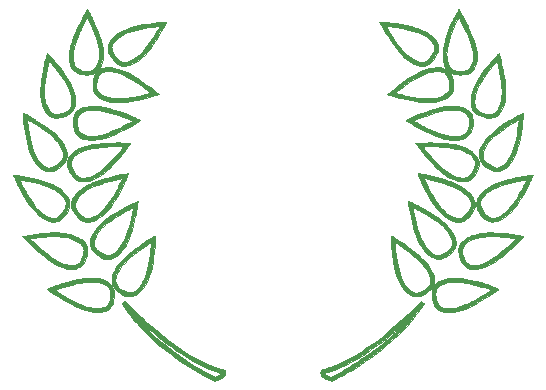
<source format=gbr>
G04 #@! TF.GenerationSoftware,KiCad,Pcbnew,5.1.5+dfsg1-2build2*
G04 #@! TF.CreationDate,2021-04-12T21:21:20-04:00*
G04 #@! TF.ProjectId,wheat_tile,77686561-745f-4746-996c-652e6b696361,rev?*
G04 #@! TF.SameCoordinates,Original*
G04 #@! TF.FileFunction,Legend,Top*
G04 #@! TF.FilePolarity,Positive*
%FSLAX46Y46*%
G04 Gerber Fmt 4.6, Leading zero omitted, Abs format (unit mm)*
G04 Created by KiCad (PCBNEW 5.1.5+dfsg1-2build2) date 2021-04-12 21:21:20*
%MOMM*%
%LPD*%
G04 APERTURE LIST*
%ADD10C,0.010000*%
G04 APERTURE END LIST*
D10*
G36*
X-12058064Y-11234736D02*
G01*
X-11878766Y-11412423D01*
X-11724332Y-11564814D01*
X-11589785Y-11696637D01*
X-11470145Y-11812622D01*
X-11360434Y-11917496D01*
X-11255674Y-12015989D01*
X-11150886Y-12112830D01*
X-11041092Y-12212747D01*
X-10921314Y-12320468D01*
X-10815881Y-12414619D01*
X-10195592Y-12954279D01*
X-9585959Y-13458411D01*
X-8987584Y-13926618D01*
X-8401068Y-14358502D01*
X-7827011Y-14753666D01*
X-7266015Y-15111712D01*
X-6718681Y-15432244D01*
X-6185609Y-15714863D01*
X-5667401Y-15959173D01*
X-5164658Y-16164776D01*
X-5117106Y-16182509D01*
X-4993351Y-16226380D01*
X-4854291Y-16272585D01*
X-4709380Y-16318279D01*
X-4568068Y-16360617D01*
X-4439810Y-16396755D01*
X-4334057Y-16423848D01*
X-4269801Y-16437489D01*
X-4212182Y-16453942D01*
X-4175663Y-16485275D01*
X-4152580Y-16541434D01*
X-4139305Y-16606844D01*
X-4138133Y-16737381D01*
X-4177115Y-16862583D01*
X-4254199Y-16980399D01*
X-4367333Y-17088773D01*
X-4514466Y-17185654D01*
X-4693546Y-17268987D01*
X-4855614Y-17323704D01*
X-4943794Y-17347820D01*
X-5020795Y-17366291D01*
X-5074583Y-17376334D01*
X-5087659Y-17377368D01*
X-5119375Y-17367819D01*
X-5182275Y-17341397D01*
X-5270114Y-17300999D01*
X-5376644Y-17249527D01*
X-5495620Y-17189881D01*
X-5535083Y-17169653D01*
X-6205247Y-16809453D01*
X-6864586Y-16425692D01*
X-7510263Y-16020653D01*
X-8139441Y-15596616D01*
X-8749285Y-15155865D01*
X-9336957Y-14700683D01*
X-9899621Y-14233351D01*
X-10434441Y-13756151D01*
X-10938579Y-13271367D01*
X-11409200Y-12781280D01*
X-11658777Y-12497886D01*
X-11225638Y-12497886D01*
X-11211139Y-12518593D01*
X-11174281Y-12561250D01*
X-11116379Y-12624963D01*
X-11056726Y-12689487D01*
X-10623876Y-13135315D01*
X-10152965Y-13582028D01*
X-9648084Y-14026590D01*
X-9113321Y-14465962D01*
X-8552768Y-14897107D01*
X-7970515Y-15316990D01*
X-7370652Y-15722571D01*
X-6757268Y-16110815D01*
X-6134454Y-16478684D01*
X-5506301Y-16823141D01*
X-5450416Y-16852486D01*
X-5317282Y-16921651D01*
X-5214258Y-16972511D01*
X-5134022Y-17006533D01*
X-5069254Y-17025188D01*
X-5012633Y-17029942D01*
X-4956837Y-17022267D01*
X-4894546Y-17003629D01*
X-4824966Y-16977972D01*
X-4724412Y-16934162D01*
X-4630166Y-16882952D01*
X-4552134Y-16830564D01*
X-4500218Y-16783217D01*
X-4488889Y-16766908D01*
X-4479950Y-16742410D01*
X-4490292Y-16724944D01*
X-4527542Y-16708648D01*
X-4587926Y-16690820D01*
X-5040579Y-16549438D01*
X-5511393Y-16372286D01*
X-5997941Y-16160583D01*
X-6497797Y-15915549D01*
X-7008533Y-15638404D01*
X-7527724Y-15330367D01*
X-8052942Y-14992658D01*
X-8299197Y-14825405D01*
X-8678667Y-14556600D01*
X-9076290Y-14262419D01*
X-9483050Y-13949947D01*
X-9889927Y-13626269D01*
X-10287904Y-13298472D01*
X-10667962Y-12973640D01*
X-10769420Y-12884641D01*
X-10916703Y-12754881D01*
X-11033733Y-12652433D01*
X-11121826Y-12576403D01*
X-11182297Y-12525898D01*
X-11216463Y-12500023D01*
X-11225638Y-12497886D01*
X-11658777Y-12497886D01*
X-11843466Y-12288173D01*
X-12238542Y-11794328D01*
X-12273900Y-11747500D01*
X-12361218Y-11629624D01*
X-12451809Y-11504448D01*
X-12542244Y-11377002D01*
X-12629099Y-11252314D01*
X-12708947Y-11135415D01*
X-12778362Y-11031333D01*
X-12833918Y-10945098D01*
X-12872189Y-10881738D01*
X-12889748Y-10846284D01*
X-12890500Y-10842406D01*
X-12874750Y-10819992D01*
X-12833369Y-10781174D01*
X-12775160Y-10734176D01*
X-12772439Y-10732116D01*
X-12654379Y-10642980D01*
X-12058064Y-11234736D01*
G37*
X-12058064Y-11234736D02*
X-11878766Y-11412423D01*
X-11724332Y-11564814D01*
X-11589785Y-11696637D01*
X-11470145Y-11812622D01*
X-11360434Y-11917496D01*
X-11255674Y-12015989D01*
X-11150886Y-12112830D01*
X-11041092Y-12212747D01*
X-10921314Y-12320468D01*
X-10815881Y-12414619D01*
X-10195592Y-12954279D01*
X-9585959Y-13458411D01*
X-8987584Y-13926618D01*
X-8401068Y-14358502D01*
X-7827011Y-14753666D01*
X-7266015Y-15111712D01*
X-6718681Y-15432244D01*
X-6185609Y-15714863D01*
X-5667401Y-15959173D01*
X-5164658Y-16164776D01*
X-5117106Y-16182509D01*
X-4993351Y-16226380D01*
X-4854291Y-16272585D01*
X-4709380Y-16318279D01*
X-4568068Y-16360617D01*
X-4439810Y-16396755D01*
X-4334057Y-16423848D01*
X-4269801Y-16437489D01*
X-4212182Y-16453942D01*
X-4175663Y-16485275D01*
X-4152580Y-16541434D01*
X-4139305Y-16606844D01*
X-4138133Y-16737381D01*
X-4177115Y-16862583D01*
X-4254199Y-16980399D01*
X-4367333Y-17088773D01*
X-4514466Y-17185654D01*
X-4693546Y-17268987D01*
X-4855614Y-17323704D01*
X-4943794Y-17347820D01*
X-5020795Y-17366291D01*
X-5074583Y-17376334D01*
X-5087659Y-17377368D01*
X-5119375Y-17367819D01*
X-5182275Y-17341397D01*
X-5270114Y-17300999D01*
X-5376644Y-17249527D01*
X-5495620Y-17189881D01*
X-5535083Y-17169653D01*
X-6205247Y-16809453D01*
X-6864586Y-16425692D01*
X-7510263Y-16020653D01*
X-8139441Y-15596616D01*
X-8749285Y-15155865D01*
X-9336957Y-14700683D01*
X-9899621Y-14233351D01*
X-10434441Y-13756151D01*
X-10938579Y-13271367D01*
X-11409200Y-12781280D01*
X-11658777Y-12497886D01*
X-11225638Y-12497886D01*
X-11211139Y-12518593D01*
X-11174281Y-12561250D01*
X-11116379Y-12624963D01*
X-11056726Y-12689487D01*
X-10623876Y-13135315D01*
X-10152965Y-13582028D01*
X-9648084Y-14026590D01*
X-9113321Y-14465962D01*
X-8552768Y-14897107D01*
X-7970515Y-15316990D01*
X-7370652Y-15722571D01*
X-6757268Y-16110815D01*
X-6134454Y-16478684D01*
X-5506301Y-16823141D01*
X-5450416Y-16852486D01*
X-5317282Y-16921651D01*
X-5214258Y-16972511D01*
X-5134022Y-17006533D01*
X-5069254Y-17025188D01*
X-5012633Y-17029942D01*
X-4956837Y-17022267D01*
X-4894546Y-17003629D01*
X-4824966Y-16977972D01*
X-4724412Y-16934162D01*
X-4630166Y-16882952D01*
X-4552134Y-16830564D01*
X-4500218Y-16783217D01*
X-4488889Y-16766908D01*
X-4479950Y-16742410D01*
X-4490292Y-16724944D01*
X-4527542Y-16708648D01*
X-4587926Y-16690820D01*
X-5040579Y-16549438D01*
X-5511393Y-16372286D01*
X-5997941Y-16160583D01*
X-6497797Y-15915549D01*
X-7008533Y-15638404D01*
X-7527724Y-15330367D01*
X-8052942Y-14992658D01*
X-8299197Y-14825405D01*
X-8678667Y-14556600D01*
X-9076290Y-14262419D01*
X-9483050Y-13949947D01*
X-9889927Y-13626269D01*
X-10287904Y-13298472D01*
X-10667962Y-12973640D01*
X-10769420Y-12884641D01*
X-10916703Y-12754881D01*
X-11033733Y-12652433D01*
X-11121826Y-12576403D01*
X-11182297Y-12525898D01*
X-11216463Y-12500023D01*
X-11225638Y-12497886D01*
X-11658777Y-12497886D01*
X-11843466Y-12288173D01*
X-12238542Y-11794328D01*
X-12273900Y-11747500D01*
X-12361218Y-11629624D01*
X-12451809Y-11504448D01*
X-12542244Y-11377002D01*
X-12629099Y-11252314D01*
X-12708947Y-11135415D01*
X-12778362Y-11031333D01*
X-12833918Y-10945098D01*
X-12872189Y-10881738D01*
X-12889748Y-10846284D01*
X-12890500Y-10842406D01*
X-12874750Y-10819992D01*
X-12833369Y-10781174D01*
X-12775160Y-10734176D01*
X-12772439Y-10732116D01*
X-12654379Y-10642980D01*
X-12058064Y-11234736D01*
G36*
X12539587Y-10733971D02*
G01*
X12597913Y-10781798D01*
X12640113Y-10820738D01*
X12657591Y-10842818D01*
X12657667Y-10843499D01*
X12646356Y-10865583D01*
X12614808Y-10917092D01*
X12566598Y-10992453D01*
X12505301Y-11086090D01*
X12434493Y-11192427D01*
X12421010Y-11212493D01*
X12033816Y-11754723D01*
X11604817Y-12292851D01*
X11134377Y-12826484D01*
X10622861Y-13355228D01*
X10070634Y-13878691D01*
X9478060Y-14396479D01*
X9419167Y-14445788D01*
X9120641Y-14688318D01*
X8792279Y-14943408D01*
X8442341Y-15205158D01*
X8079088Y-15467671D01*
X7710779Y-15725046D01*
X7345676Y-15971385D01*
X6992040Y-16200789D01*
X6752167Y-16350323D01*
X6570282Y-16460145D01*
X6380117Y-16572377D01*
X6185509Y-16684952D01*
X5990296Y-16795805D01*
X5798316Y-16902869D01*
X5613407Y-17004078D01*
X5439406Y-17097368D01*
X5280152Y-17180671D01*
X5139483Y-17251923D01*
X5021236Y-17309057D01*
X4929250Y-17350007D01*
X4867361Y-17372709D01*
X4845350Y-17376707D01*
X4802107Y-17370313D01*
X4731363Y-17354261D01*
X4646008Y-17331575D01*
X4615406Y-17322727D01*
X4412925Y-17250508D01*
X4240959Y-17163488D01*
X4101575Y-17063698D01*
X3996841Y-16953166D01*
X3928824Y-16833920D01*
X3905269Y-16732448D01*
X4236663Y-16732448D01*
X4237266Y-16757355D01*
X4270263Y-16793549D01*
X4328525Y-16837163D01*
X4404921Y-16884326D01*
X4492319Y-16931170D01*
X4583587Y-16973825D01*
X4671596Y-17008423D01*
X4749213Y-17031093D01*
X4799926Y-17038064D01*
X4837702Y-17029298D01*
X4903087Y-17004701D01*
X4986275Y-16968248D01*
X5061469Y-16932011D01*
X5353451Y-16780671D01*
X5670489Y-16607574D01*
X6004580Y-16417408D01*
X6347725Y-16214861D01*
X6691921Y-16004620D01*
X7029167Y-15791375D01*
X7217834Y-15668558D01*
X7847580Y-15240425D01*
X8441550Y-14808266D01*
X9006287Y-14366922D01*
X9548333Y-13911235D01*
X10074230Y-13436044D01*
X10202334Y-13315132D01*
X10296177Y-13224655D01*
X10398308Y-13124209D01*
X10504772Y-13017891D01*
X10611616Y-12909793D01*
X10714887Y-12804013D01*
X10810630Y-12704644D01*
X10894893Y-12615782D01*
X10963720Y-12541522D01*
X11013158Y-12485958D01*
X11039254Y-12453187D01*
X11041472Y-12446000D01*
X11022120Y-12459412D01*
X10977546Y-12496214D01*
X10913790Y-12551250D01*
X10836893Y-12619369D01*
X10811525Y-12642161D01*
X10511471Y-12907860D01*
X10188645Y-13185043D01*
X9852902Y-13465606D01*
X9514095Y-13741447D01*
X9182079Y-14004462D01*
X8866709Y-14246549D01*
X8794750Y-14300517D01*
X8214570Y-14720638D01*
X7650655Y-15102788D01*
X7101868Y-15447586D01*
X6567071Y-15755651D01*
X6045124Y-16027602D01*
X5534891Y-16264059D01*
X5035232Y-16465640D01*
X4545009Y-16632964D01*
X4457020Y-16659690D01*
X4368764Y-16686630D01*
X4296676Y-16709851D01*
X4249768Y-16726379D01*
X4236663Y-16732448D01*
X3905269Y-16732448D01*
X3899591Y-16707989D01*
X3902429Y-16623057D01*
X3918106Y-16538863D01*
X3943460Y-16485800D01*
X3988439Y-16453361D01*
X4062988Y-16431038D01*
X4089552Y-16425366D01*
X4192159Y-16400549D01*
X4325502Y-16362596D01*
X4481112Y-16314345D01*
X4650520Y-16258632D01*
X4825256Y-16198292D01*
X4996853Y-16136164D01*
X5156841Y-16075082D01*
X5260476Y-16033184D01*
X5757110Y-15810756D01*
X6269518Y-15550840D01*
X6796145Y-15254568D01*
X7335436Y-14923078D01*
X7885836Y-14557503D01*
X8445790Y-14158980D01*
X9013743Y-13728641D01*
X9588140Y-13267624D01*
X10167426Y-12777062D01*
X10750047Y-12258090D01*
X11334447Y-11711845D01*
X11793462Y-11264645D01*
X12421508Y-10641750D01*
X12539587Y-10733971D01*
G37*
X12539587Y-10733971D02*
X12597913Y-10781798D01*
X12640113Y-10820738D01*
X12657591Y-10842818D01*
X12657667Y-10843499D01*
X12646356Y-10865583D01*
X12614808Y-10917092D01*
X12566598Y-10992453D01*
X12505301Y-11086090D01*
X12434493Y-11192427D01*
X12421010Y-11212493D01*
X12033816Y-11754723D01*
X11604817Y-12292851D01*
X11134377Y-12826484D01*
X10622861Y-13355228D01*
X10070634Y-13878691D01*
X9478060Y-14396479D01*
X9419167Y-14445788D01*
X9120641Y-14688318D01*
X8792279Y-14943408D01*
X8442341Y-15205158D01*
X8079088Y-15467671D01*
X7710779Y-15725046D01*
X7345676Y-15971385D01*
X6992040Y-16200789D01*
X6752167Y-16350323D01*
X6570282Y-16460145D01*
X6380117Y-16572377D01*
X6185509Y-16684952D01*
X5990296Y-16795805D01*
X5798316Y-16902869D01*
X5613407Y-17004078D01*
X5439406Y-17097368D01*
X5280152Y-17180671D01*
X5139483Y-17251923D01*
X5021236Y-17309057D01*
X4929250Y-17350007D01*
X4867361Y-17372709D01*
X4845350Y-17376707D01*
X4802107Y-17370313D01*
X4731363Y-17354261D01*
X4646008Y-17331575D01*
X4615406Y-17322727D01*
X4412925Y-17250508D01*
X4240959Y-17163488D01*
X4101575Y-17063698D01*
X3996841Y-16953166D01*
X3928824Y-16833920D01*
X3905269Y-16732448D01*
X4236663Y-16732448D01*
X4237266Y-16757355D01*
X4270263Y-16793549D01*
X4328525Y-16837163D01*
X4404921Y-16884326D01*
X4492319Y-16931170D01*
X4583587Y-16973825D01*
X4671596Y-17008423D01*
X4749213Y-17031093D01*
X4799926Y-17038064D01*
X4837702Y-17029298D01*
X4903087Y-17004701D01*
X4986275Y-16968248D01*
X5061469Y-16932011D01*
X5353451Y-16780671D01*
X5670489Y-16607574D01*
X6004580Y-16417408D01*
X6347725Y-16214861D01*
X6691921Y-16004620D01*
X7029167Y-15791375D01*
X7217834Y-15668558D01*
X7847580Y-15240425D01*
X8441550Y-14808266D01*
X9006287Y-14366922D01*
X9548333Y-13911235D01*
X10074230Y-13436044D01*
X10202334Y-13315132D01*
X10296177Y-13224655D01*
X10398308Y-13124209D01*
X10504772Y-13017891D01*
X10611616Y-12909793D01*
X10714887Y-12804013D01*
X10810630Y-12704644D01*
X10894893Y-12615782D01*
X10963720Y-12541522D01*
X11013158Y-12485958D01*
X11039254Y-12453187D01*
X11041472Y-12446000D01*
X11022120Y-12459412D01*
X10977546Y-12496214D01*
X10913790Y-12551250D01*
X10836893Y-12619369D01*
X10811525Y-12642161D01*
X10511471Y-12907860D01*
X10188645Y-13185043D01*
X9852902Y-13465606D01*
X9514095Y-13741447D01*
X9182079Y-14004462D01*
X8866709Y-14246549D01*
X8794750Y-14300517D01*
X8214570Y-14720638D01*
X7650655Y-15102788D01*
X7101868Y-15447586D01*
X6567071Y-15755651D01*
X6045124Y-16027602D01*
X5534891Y-16264059D01*
X5035232Y-16465640D01*
X4545009Y-16632964D01*
X4457020Y-16659690D01*
X4368764Y-16686630D01*
X4296676Y-16709851D01*
X4249768Y-16726379D01*
X4236663Y-16732448D01*
X3905269Y-16732448D01*
X3899591Y-16707989D01*
X3902429Y-16623057D01*
X3918106Y-16538863D01*
X3943460Y-16485800D01*
X3988439Y-16453361D01*
X4062988Y-16431038D01*
X4089552Y-16425366D01*
X4192159Y-16400549D01*
X4325502Y-16362596D01*
X4481112Y-16314345D01*
X4650520Y-16258632D01*
X4825256Y-16198292D01*
X4996853Y-16136164D01*
X5156841Y-16075082D01*
X5260476Y-16033184D01*
X5757110Y-15810756D01*
X6269518Y-15550840D01*
X6796145Y-15254568D01*
X7335436Y-14923078D01*
X7885836Y-14557503D01*
X8445790Y-14158980D01*
X9013743Y-13728641D01*
X9588140Y-13267624D01*
X10167426Y-12777062D01*
X10750047Y-12258090D01*
X11334447Y-11711845D01*
X11793462Y-11264645D01*
X12421508Y-10641750D01*
X12539587Y-10733971D01*
G36*
X-15204914Y-8682491D02*
G01*
X-14899668Y-8719436D01*
X-14622065Y-8780475D01*
X-14373572Y-8864905D01*
X-14155659Y-8972027D01*
X-13969794Y-9101141D01*
X-13817447Y-9251544D01*
X-13700086Y-9422537D01*
X-13630288Y-9579626D01*
X-13582740Y-9766077D01*
X-13559465Y-9976465D01*
X-13561487Y-10199344D01*
X-13568005Y-10274856D01*
X-13609443Y-10545103D01*
X-13673301Y-10780327D01*
X-13760725Y-10982106D01*
X-13872864Y-11152020D01*
X-14010866Y-11291646D01*
X-14175877Y-11402564D01*
X-14369046Y-11486350D01*
X-14471355Y-11517195D01*
X-14560994Y-11534809D01*
X-14681186Y-11549879D01*
X-14820192Y-11561753D01*
X-14966274Y-11569774D01*
X-15107694Y-11573288D01*
X-15232714Y-11571639D01*
X-15324666Y-11564813D01*
X-15625819Y-11512062D01*
X-15948253Y-11426541D01*
X-16292573Y-11307999D01*
X-16659381Y-11156189D01*
X-17049281Y-10970862D01*
X-17462876Y-10751768D01*
X-17881616Y-10510136D01*
X-18031451Y-10419188D01*
X-18187790Y-10321945D01*
X-18346563Y-10221148D01*
X-18503701Y-10119539D01*
X-18655132Y-10019861D01*
X-18796788Y-9924854D01*
X-18924597Y-9837261D01*
X-19034490Y-9759823D01*
X-19122396Y-9695283D01*
X-19136418Y-9684196D01*
X-18559658Y-9684196D01*
X-18547377Y-9699420D01*
X-18503107Y-9733493D01*
X-18431230Y-9783606D01*
X-18336132Y-9846951D01*
X-18222198Y-9920721D01*
X-18093811Y-10002108D01*
X-17955357Y-10088303D01*
X-17811219Y-10176499D01*
X-17665782Y-10263889D01*
X-17526000Y-10346169D01*
X-17171449Y-10544744D01*
X-16829171Y-10721119D01*
X-16502037Y-10874125D01*
X-16192915Y-11002593D01*
X-15904677Y-11105351D01*
X-15640191Y-11181231D01*
X-15402329Y-11229062D01*
X-15339789Y-11237397D01*
X-15133393Y-11253585D01*
X-14929910Y-11255011D01*
X-14744157Y-11241836D01*
X-14663957Y-11230073D01*
X-14471575Y-11180371D01*
X-14308058Y-11104223D01*
X-14172501Y-11000270D01*
X-14063996Y-10867151D01*
X-13981639Y-10703508D01*
X-13924523Y-10507980D01*
X-13891742Y-10279210D01*
X-13882334Y-10057385D01*
X-13895928Y-9859315D01*
X-13939578Y-9683942D01*
X-14014599Y-9530105D01*
X-14122304Y-9396643D01*
X-14264006Y-9282393D01*
X-14441021Y-9186195D01*
X-14654660Y-9106886D01*
X-14906239Y-9043306D01*
X-15061710Y-9014544D01*
X-15187135Y-9000113D01*
X-15343224Y-8991785D01*
X-15518768Y-8989441D01*
X-15702557Y-8992963D01*
X-15883383Y-9002230D01*
X-16050035Y-9017125D01*
X-16118416Y-9025772D01*
X-16433925Y-9078121D01*
X-16778529Y-9149716D01*
X-17144668Y-9238627D01*
X-17524780Y-9342927D01*
X-17911303Y-9460687D01*
X-18203333Y-9557531D01*
X-18317225Y-9596899D01*
X-18416389Y-9631613D01*
X-18494226Y-9659329D01*
X-18544139Y-9677701D01*
X-18559658Y-9684196D01*
X-19136418Y-9684196D01*
X-19184245Y-9646382D01*
X-19215968Y-9615861D01*
X-19219333Y-9609003D01*
X-19199852Y-9592469D01*
X-19144399Y-9565026D01*
X-19057463Y-9528222D01*
X-18943531Y-9483605D01*
X-18807093Y-9432724D01*
X-18652635Y-9377125D01*
X-18484646Y-9318357D01*
X-18307614Y-9257967D01*
X-18126026Y-9197504D01*
X-17944372Y-9138515D01*
X-17767137Y-9082548D01*
X-17598812Y-9031151D01*
X-17443883Y-8985873D01*
X-17306839Y-8948259D01*
X-17293166Y-8944687D01*
X-16980500Y-8866394D01*
X-16700366Y-8802888D01*
X-16446038Y-8753117D01*
X-16210787Y-8716032D01*
X-15987889Y-8690581D01*
X-15770614Y-8675715D01*
X-15552237Y-8670383D01*
X-15536333Y-8670340D01*
X-15204914Y-8682491D01*
G37*
X-15204914Y-8682491D02*
X-14899668Y-8719436D01*
X-14622065Y-8780475D01*
X-14373572Y-8864905D01*
X-14155659Y-8972027D01*
X-13969794Y-9101141D01*
X-13817447Y-9251544D01*
X-13700086Y-9422537D01*
X-13630288Y-9579626D01*
X-13582740Y-9766077D01*
X-13559465Y-9976465D01*
X-13561487Y-10199344D01*
X-13568005Y-10274856D01*
X-13609443Y-10545103D01*
X-13673301Y-10780327D01*
X-13760725Y-10982106D01*
X-13872864Y-11152020D01*
X-14010866Y-11291646D01*
X-14175877Y-11402564D01*
X-14369046Y-11486350D01*
X-14471355Y-11517195D01*
X-14560994Y-11534809D01*
X-14681186Y-11549879D01*
X-14820192Y-11561753D01*
X-14966274Y-11569774D01*
X-15107694Y-11573288D01*
X-15232714Y-11571639D01*
X-15324666Y-11564813D01*
X-15625819Y-11512062D01*
X-15948253Y-11426541D01*
X-16292573Y-11307999D01*
X-16659381Y-11156189D01*
X-17049281Y-10970862D01*
X-17462876Y-10751768D01*
X-17881616Y-10510136D01*
X-18031451Y-10419188D01*
X-18187790Y-10321945D01*
X-18346563Y-10221148D01*
X-18503701Y-10119539D01*
X-18655132Y-10019861D01*
X-18796788Y-9924854D01*
X-18924597Y-9837261D01*
X-19034490Y-9759823D01*
X-19122396Y-9695283D01*
X-19136418Y-9684196D01*
X-18559658Y-9684196D01*
X-18547377Y-9699420D01*
X-18503107Y-9733493D01*
X-18431230Y-9783606D01*
X-18336132Y-9846951D01*
X-18222198Y-9920721D01*
X-18093811Y-10002108D01*
X-17955357Y-10088303D01*
X-17811219Y-10176499D01*
X-17665782Y-10263889D01*
X-17526000Y-10346169D01*
X-17171449Y-10544744D01*
X-16829171Y-10721119D01*
X-16502037Y-10874125D01*
X-16192915Y-11002593D01*
X-15904677Y-11105351D01*
X-15640191Y-11181231D01*
X-15402329Y-11229062D01*
X-15339789Y-11237397D01*
X-15133393Y-11253585D01*
X-14929910Y-11255011D01*
X-14744157Y-11241836D01*
X-14663957Y-11230073D01*
X-14471575Y-11180371D01*
X-14308058Y-11104223D01*
X-14172501Y-11000270D01*
X-14063996Y-10867151D01*
X-13981639Y-10703508D01*
X-13924523Y-10507980D01*
X-13891742Y-10279210D01*
X-13882334Y-10057385D01*
X-13895928Y-9859315D01*
X-13939578Y-9683942D01*
X-14014599Y-9530105D01*
X-14122304Y-9396643D01*
X-14264006Y-9282393D01*
X-14441021Y-9186195D01*
X-14654660Y-9106886D01*
X-14906239Y-9043306D01*
X-15061710Y-9014544D01*
X-15187135Y-9000113D01*
X-15343224Y-8991785D01*
X-15518768Y-8989441D01*
X-15702557Y-8992963D01*
X-15883383Y-9002230D01*
X-16050035Y-9017125D01*
X-16118416Y-9025772D01*
X-16433925Y-9078121D01*
X-16778529Y-9149716D01*
X-17144668Y-9238627D01*
X-17524780Y-9342927D01*
X-17911303Y-9460687D01*
X-18203333Y-9557531D01*
X-18317225Y-9596899D01*
X-18416389Y-9631613D01*
X-18494226Y-9659329D01*
X-18544139Y-9677701D01*
X-18559658Y-9684196D01*
X-19136418Y-9684196D01*
X-19184245Y-9646382D01*
X-19215968Y-9615861D01*
X-19219333Y-9609003D01*
X-19199852Y-9592469D01*
X-19144399Y-9565026D01*
X-19057463Y-9528222D01*
X-18943531Y-9483605D01*
X-18807093Y-9432724D01*
X-18652635Y-9377125D01*
X-18484646Y-9318357D01*
X-18307614Y-9257967D01*
X-18126026Y-9197504D01*
X-17944372Y-9138515D01*
X-17767137Y-9082548D01*
X-17598812Y-9031151D01*
X-17443883Y-8985873D01*
X-17306839Y-8948259D01*
X-17293166Y-8944687D01*
X-16980500Y-8866394D01*
X-16700366Y-8802888D01*
X-16446038Y-8753117D01*
X-16210787Y-8716032D01*
X-15987889Y-8690581D01*
X-15770614Y-8675715D01*
X-15552237Y-8670383D01*
X-15536333Y-8670340D01*
X-15204914Y-8682491D01*
G36*
X15542595Y-8671756D02*
G01*
X15855245Y-8700359D01*
X16192063Y-8750393D01*
X16556308Y-8822210D01*
X16951236Y-8916162D01*
X17183959Y-8977740D01*
X17321307Y-9016757D01*
X17475609Y-9063168D01*
X17642284Y-9115369D01*
X17816747Y-9171753D01*
X17994417Y-9230716D01*
X18170711Y-9290651D01*
X18341047Y-9349954D01*
X18500841Y-9407018D01*
X18645511Y-9460239D01*
X18770475Y-9508011D01*
X18871149Y-9548729D01*
X18942952Y-9580786D01*
X18981300Y-9602578D01*
X18986500Y-9609245D01*
X18969619Y-9627529D01*
X18922180Y-9665705D01*
X18848992Y-9720394D01*
X18754861Y-9788219D01*
X18644597Y-9865804D01*
X18523005Y-9949770D01*
X18394895Y-10036741D01*
X18265074Y-10123339D01*
X18138349Y-10206187D01*
X18118667Y-10218879D01*
X17688920Y-10486650D01*
X17274808Y-10727035D01*
X16878083Y-10939206D01*
X16500494Y-11122332D01*
X16143791Y-11275585D01*
X15809725Y-11398136D01*
X15500046Y-11489153D01*
X15377584Y-11517798D01*
X15244825Y-11540010D01*
X15087385Y-11556434D01*
X14916954Y-11566735D01*
X14745222Y-11570579D01*
X14583879Y-11567632D01*
X14444616Y-11557560D01*
X14369244Y-11546614D01*
X14137287Y-11485412D01*
X13935229Y-11395507D01*
X13762730Y-11276417D01*
X13619447Y-11127659D01*
X13505037Y-10948751D01*
X13419160Y-10739209D01*
X13361473Y-10498551D01*
X13331635Y-10226294D01*
X13328728Y-10130954D01*
X13644853Y-10130954D01*
X13661658Y-10335948D01*
X13701035Y-10544474D01*
X13707641Y-10570720D01*
X13773615Y-10760532D01*
X13865513Y-10917420D01*
X13985014Y-11042946D01*
X14133801Y-11138673D01*
X14313554Y-11206164D01*
X14417051Y-11230093D01*
X14549841Y-11246635D01*
X14710919Y-11252887D01*
X14887628Y-11249313D01*
X15067312Y-11236376D01*
X15237314Y-11214539D01*
X15332951Y-11196592D01*
X15527522Y-11147339D01*
X15744455Y-11080146D01*
X15970260Y-10999585D01*
X16191447Y-10910228D01*
X16238973Y-10889479D01*
X16466949Y-10783212D01*
X16719825Y-10656123D01*
X16988873Y-10513104D01*
X17265365Y-10359050D01*
X17540572Y-10198852D01*
X17805767Y-10037404D01*
X18052220Y-9879599D01*
X18115615Y-9837447D01*
X18337298Y-9688714D01*
X18233274Y-9648813D01*
X18019050Y-9571006D01*
X17773768Y-9489330D01*
X17508125Y-9406864D01*
X17232823Y-9326686D01*
X16958562Y-9251875D01*
X16696041Y-9185509D01*
X16455960Y-9130667D01*
X16372417Y-9113405D01*
X16160500Y-9072509D01*
X15980008Y-9041146D01*
X15821391Y-9018211D01*
X15675101Y-9002597D01*
X15531587Y-8993197D01*
X15381301Y-8988905D01*
X15292917Y-8988321D01*
X14997356Y-8999669D01*
X14725144Y-9033401D01*
X14478620Y-9088575D01*
X14260119Y-9164249D01*
X14071980Y-9259481D01*
X13916539Y-9373329D01*
X13796134Y-9504851D01*
X13728113Y-9618956D01*
X13678257Y-9764279D01*
X13650445Y-9937672D01*
X13644853Y-10130954D01*
X13328728Y-10130954D01*
X13327031Y-10075334D01*
X13335988Y-9856716D01*
X13367872Y-9667953D01*
X13425404Y-9501696D01*
X13511307Y-9350598D01*
X13628300Y-9207314D01*
X13661130Y-9173450D01*
X13812349Y-9044208D01*
X13989468Y-8934979D01*
X14195999Y-8844227D01*
X14435450Y-8770414D01*
X14711332Y-8712002D01*
X14717074Y-8711010D01*
X14976767Y-8677434D01*
X15250855Y-8664232D01*
X15542595Y-8671756D01*
G37*
X15542595Y-8671756D02*
X15855245Y-8700359D01*
X16192063Y-8750393D01*
X16556308Y-8822210D01*
X16951236Y-8916162D01*
X17183959Y-8977740D01*
X17321307Y-9016757D01*
X17475609Y-9063168D01*
X17642284Y-9115369D01*
X17816747Y-9171753D01*
X17994417Y-9230716D01*
X18170711Y-9290651D01*
X18341047Y-9349954D01*
X18500841Y-9407018D01*
X18645511Y-9460239D01*
X18770475Y-9508011D01*
X18871149Y-9548729D01*
X18942952Y-9580786D01*
X18981300Y-9602578D01*
X18986500Y-9609245D01*
X18969619Y-9627529D01*
X18922180Y-9665705D01*
X18848992Y-9720394D01*
X18754861Y-9788219D01*
X18644597Y-9865804D01*
X18523005Y-9949770D01*
X18394895Y-10036741D01*
X18265074Y-10123339D01*
X18138349Y-10206187D01*
X18118667Y-10218879D01*
X17688920Y-10486650D01*
X17274808Y-10727035D01*
X16878083Y-10939206D01*
X16500494Y-11122332D01*
X16143791Y-11275585D01*
X15809725Y-11398136D01*
X15500046Y-11489153D01*
X15377584Y-11517798D01*
X15244825Y-11540010D01*
X15087385Y-11556434D01*
X14916954Y-11566735D01*
X14745222Y-11570579D01*
X14583879Y-11567632D01*
X14444616Y-11557560D01*
X14369244Y-11546614D01*
X14137287Y-11485412D01*
X13935229Y-11395507D01*
X13762730Y-11276417D01*
X13619447Y-11127659D01*
X13505037Y-10948751D01*
X13419160Y-10739209D01*
X13361473Y-10498551D01*
X13331635Y-10226294D01*
X13328728Y-10130954D01*
X13644853Y-10130954D01*
X13661658Y-10335948D01*
X13701035Y-10544474D01*
X13707641Y-10570720D01*
X13773615Y-10760532D01*
X13865513Y-10917420D01*
X13985014Y-11042946D01*
X14133801Y-11138673D01*
X14313554Y-11206164D01*
X14417051Y-11230093D01*
X14549841Y-11246635D01*
X14710919Y-11252887D01*
X14887628Y-11249313D01*
X15067312Y-11236376D01*
X15237314Y-11214539D01*
X15332951Y-11196592D01*
X15527522Y-11147339D01*
X15744455Y-11080146D01*
X15970260Y-10999585D01*
X16191447Y-10910228D01*
X16238973Y-10889479D01*
X16466949Y-10783212D01*
X16719825Y-10656123D01*
X16988873Y-10513104D01*
X17265365Y-10359050D01*
X17540572Y-10198852D01*
X17805767Y-10037404D01*
X18052220Y-9879599D01*
X18115615Y-9837447D01*
X18337298Y-9688714D01*
X18233274Y-9648813D01*
X18019050Y-9571006D01*
X17773768Y-9489330D01*
X17508125Y-9406864D01*
X17232823Y-9326686D01*
X16958562Y-9251875D01*
X16696041Y-9185509D01*
X16455960Y-9130667D01*
X16372417Y-9113405D01*
X16160500Y-9072509D01*
X15980008Y-9041146D01*
X15821391Y-9018211D01*
X15675101Y-9002597D01*
X15531587Y-8993197D01*
X15381301Y-8988905D01*
X15292917Y-8988321D01*
X14997356Y-8999669D01*
X14725144Y-9033401D01*
X14478620Y-9088575D01*
X14260119Y-9164249D01*
X14071980Y-9259481D01*
X13916539Y-9373329D01*
X13796134Y-9504851D01*
X13728113Y-9618956D01*
X13678257Y-9764279D01*
X13650445Y-9937672D01*
X13644853Y-10130954D01*
X13328728Y-10130954D01*
X13327031Y-10075334D01*
X13335988Y-9856716D01*
X13367872Y-9667953D01*
X13425404Y-9501696D01*
X13511307Y-9350598D01*
X13628300Y-9207314D01*
X13661130Y-9173450D01*
X13812349Y-9044208D01*
X13989468Y-8934979D01*
X14195999Y-8844227D01*
X14435450Y-8770414D01*
X14711332Y-8712002D01*
X14717074Y-8711010D01*
X14976767Y-8677434D01*
X15250855Y-8664232D01*
X15542595Y-8671756D01*
G36*
X-10104389Y-5112304D02*
G01*
X-10098664Y-5134848D01*
X-10096569Y-5179018D01*
X-10097679Y-5250612D01*
X-10101570Y-5355430D01*
X-10104815Y-5431046D01*
X-10133999Y-5935980D01*
X-10176256Y-6421153D01*
X-10231066Y-6883799D01*
X-10297910Y-7321156D01*
X-10376270Y-7730460D01*
X-10465628Y-8108947D01*
X-10565464Y-8453854D01*
X-10675260Y-8762416D01*
X-10771823Y-8985250D01*
X-10921080Y-9268061D01*
X-11082927Y-9516913D01*
X-11255949Y-9730750D01*
X-11438731Y-9908516D01*
X-11629858Y-10049155D01*
X-11827914Y-10151611D01*
X-12031486Y-10214827D01*
X-12239157Y-10237748D01*
X-12429972Y-10222787D01*
X-12600540Y-10180089D01*
X-12787086Y-10108815D01*
X-12979560Y-10013776D01*
X-13167911Y-9899782D01*
X-13295758Y-9808342D01*
X-13467842Y-9652714D01*
X-13602288Y-9480429D01*
X-13698223Y-9293501D01*
X-13754778Y-9093947D01*
X-13763981Y-8975317D01*
X-13445240Y-8975317D01*
X-13410671Y-9140229D01*
X-13338003Y-9291220D01*
X-13226612Y-9430949D01*
X-13199651Y-9457759D01*
X-13025139Y-9606357D01*
X-12841734Y-9727589D01*
X-12654347Y-9819815D01*
X-12467886Y-9881394D01*
X-12287263Y-9910685D01*
X-12117387Y-9906048D01*
X-11970129Y-9868605D01*
X-11814357Y-9788258D01*
X-11657250Y-9669731D01*
X-11502227Y-9516911D01*
X-11352706Y-9333682D01*
X-11212106Y-9123930D01*
X-11083844Y-8891543D01*
X-11050953Y-8823682D01*
X-10943238Y-8566519D01*
X-10843356Y-8270275D01*
X-10751959Y-7937585D01*
X-10669699Y-7571090D01*
X-10597225Y-7173425D01*
X-10535190Y-6747229D01*
X-10531765Y-6720417D01*
X-10517936Y-6604526D01*
X-10503788Y-6473960D01*
X-10489869Y-6335197D01*
X-10476726Y-6194714D01*
X-10464906Y-6058989D01*
X-10454956Y-5934499D01*
X-10447424Y-5827723D01*
X-10442858Y-5745136D01*
X-10441804Y-5693218D01*
X-10443706Y-5678239D01*
X-10464780Y-5685400D01*
X-10515597Y-5714086D01*
X-10591498Y-5761151D01*
X-10687826Y-5823448D01*
X-10799922Y-5897830D01*
X-10923128Y-5981150D01*
X-11052786Y-6070262D01*
X-11184238Y-6162019D01*
X-11312826Y-6253274D01*
X-11433892Y-6340881D01*
X-11529741Y-6411883D01*
X-11871046Y-6675865D01*
X-12174312Y-6927131D01*
X-12441214Y-7167629D01*
X-12673426Y-7399309D01*
X-12872620Y-7624119D01*
X-13040471Y-7844009D01*
X-13178651Y-8060928D01*
X-13288836Y-8276826D01*
X-13372697Y-8493651D01*
X-13402578Y-8593081D01*
X-13442334Y-8793821D01*
X-13445240Y-8975317D01*
X-13763981Y-8975317D01*
X-13771082Y-8883783D01*
X-13758798Y-8736277D01*
X-13708054Y-8490406D01*
X-13627360Y-8246370D01*
X-13515545Y-8002696D01*
X-13371440Y-7757907D01*
X-13193876Y-7510529D01*
X-12981683Y-7259084D01*
X-12733692Y-7002099D01*
X-12448734Y-6738098D01*
X-12125640Y-6465606D01*
X-11763240Y-6183147D01*
X-11694583Y-6131756D01*
X-11557737Y-6031756D01*
X-11405953Y-5924038D01*
X-11243973Y-5811699D01*
X-11076535Y-5697835D01*
X-10908382Y-5585541D01*
X-10744252Y-5477913D01*
X-10588887Y-5378047D01*
X-10447026Y-5289040D01*
X-10323409Y-5213987D01*
X-10222778Y-5155984D01*
X-10149873Y-5118127D01*
X-10128431Y-5108891D01*
X-10114170Y-5105584D01*
X-10104389Y-5112304D01*
G37*
X-10104389Y-5112304D02*
X-10098664Y-5134848D01*
X-10096569Y-5179018D01*
X-10097679Y-5250612D01*
X-10101570Y-5355430D01*
X-10104815Y-5431046D01*
X-10133999Y-5935980D01*
X-10176256Y-6421153D01*
X-10231066Y-6883799D01*
X-10297910Y-7321156D01*
X-10376270Y-7730460D01*
X-10465628Y-8108947D01*
X-10565464Y-8453854D01*
X-10675260Y-8762416D01*
X-10771823Y-8985250D01*
X-10921080Y-9268061D01*
X-11082927Y-9516913D01*
X-11255949Y-9730750D01*
X-11438731Y-9908516D01*
X-11629858Y-10049155D01*
X-11827914Y-10151611D01*
X-12031486Y-10214827D01*
X-12239157Y-10237748D01*
X-12429972Y-10222787D01*
X-12600540Y-10180089D01*
X-12787086Y-10108815D01*
X-12979560Y-10013776D01*
X-13167911Y-9899782D01*
X-13295758Y-9808342D01*
X-13467842Y-9652714D01*
X-13602288Y-9480429D01*
X-13698223Y-9293501D01*
X-13754778Y-9093947D01*
X-13763981Y-8975317D01*
X-13445240Y-8975317D01*
X-13410671Y-9140229D01*
X-13338003Y-9291220D01*
X-13226612Y-9430949D01*
X-13199651Y-9457759D01*
X-13025139Y-9606357D01*
X-12841734Y-9727589D01*
X-12654347Y-9819815D01*
X-12467886Y-9881394D01*
X-12287263Y-9910685D01*
X-12117387Y-9906048D01*
X-11970129Y-9868605D01*
X-11814357Y-9788258D01*
X-11657250Y-9669731D01*
X-11502227Y-9516911D01*
X-11352706Y-9333682D01*
X-11212106Y-9123930D01*
X-11083844Y-8891543D01*
X-11050953Y-8823682D01*
X-10943238Y-8566519D01*
X-10843356Y-8270275D01*
X-10751959Y-7937585D01*
X-10669699Y-7571090D01*
X-10597225Y-7173425D01*
X-10535190Y-6747229D01*
X-10531765Y-6720417D01*
X-10517936Y-6604526D01*
X-10503788Y-6473960D01*
X-10489869Y-6335197D01*
X-10476726Y-6194714D01*
X-10464906Y-6058989D01*
X-10454956Y-5934499D01*
X-10447424Y-5827723D01*
X-10442858Y-5745136D01*
X-10441804Y-5693218D01*
X-10443706Y-5678239D01*
X-10464780Y-5685400D01*
X-10515597Y-5714086D01*
X-10591498Y-5761151D01*
X-10687826Y-5823448D01*
X-10799922Y-5897830D01*
X-10923128Y-5981150D01*
X-11052786Y-6070262D01*
X-11184238Y-6162019D01*
X-11312826Y-6253274D01*
X-11433892Y-6340881D01*
X-11529741Y-6411883D01*
X-11871046Y-6675865D01*
X-12174312Y-6927131D01*
X-12441214Y-7167629D01*
X-12673426Y-7399309D01*
X-12872620Y-7624119D01*
X-13040471Y-7844009D01*
X-13178651Y-8060928D01*
X-13288836Y-8276826D01*
X-13372697Y-8493651D01*
X-13402578Y-8593081D01*
X-13442334Y-8793821D01*
X-13445240Y-8975317D01*
X-13763981Y-8975317D01*
X-13771082Y-8883783D01*
X-13758798Y-8736277D01*
X-13708054Y-8490406D01*
X-13627360Y-8246370D01*
X-13515545Y-8002696D01*
X-13371440Y-7757907D01*
X-13193876Y-7510529D01*
X-12981683Y-7259084D01*
X-12733692Y-7002099D01*
X-12448734Y-6738098D01*
X-12125640Y-6465606D01*
X-11763240Y-6183147D01*
X-11694583Y-6131756D01*
X-11557737Y-6031756D01*
X-11405953Y-5924038D01*
X-11243973Y-5811699D01*
X-11076535Y-5697835D01*
X-10908382Y-5585541D01*
X-10744252Y-5477913D01*
X-10588887Y-5378047D01*
X-10447026Y-5289040D01*
X-10323409Y-5213987D01*
X-10222778Y-5155984D01*
X-10149873Y-5118127D01*
X-10128431Y-5108891D01*
X-10114170Y-5105584D01*
X-10104389Y-5112304D01*
G36*
X9941495Y-5131675D02*
G01*
X10006949Y-5167569D01*
X10101169Y-5223663D01*
X10168430Y-5264035D01*
X10456367Y-5442026D01*
X10756942Y-5638284D01*
X11061349Y-5846544D01*
X11360785Y-6060544D01*
X11646444Y-6274019D01*
X11909523Y-6480707D01*
X12095134Y-6634675D01*
X12234170Y-6757366D01*
X12380148Y-6893294D01*
X12526646Y-7035917D01*
X12667244Y-7178693D01*
X12795520Y-7315081D01*
X12905055Y-7438537D01*
X12989428Y-7542520D01*
X12999860Y-7556500D01*
X13167006Y-7805158D01*
X13304986Y-8055433D01*
X13411925Y-8302663D01*
X13485952Y-8542187D01*
X13525194Y-8769341D01*
X13531216Y-8879417D01*
X13518558Y-9081443D01*
X13474866Y-9266042D01*
X13398213Y-9436028D01*
X13286670Y-9594214D01*
X13138307Y-9743416D01*
X12951197Y-9886448D01*
X12759359Y-10005785D01*
X12537825Y-10115590D01*
X12318569Y-10190771D01*
X12105997Y-10230398D01*
X11904512Y-10233539D01*
X11773969Y-10213883D01*
X11570073Y-10146185D01*
X11371867Y-10037728D01*
X11180700Y-9889860D01*
X10997921Y-9703932D01*
X10824876Y-9481293D01*
X10662916Y-9223294D01*
X10531474Y-8969856D01*
X10417432Y-8704864D01*
X10314877Y-8413377D01*
X10222931Y-8092120D01*
X10140717Y-7737817D01*
X10067357Y-7347190D01*
X10025002Y-7079014D01*
X9995353Y-6863638D01*
X9967005Y-6630014D01*
X9940670Y-6386265D01*
X9917062Y-6140515D01*
X9896895Y-5900888D01*
X9883704Y-5715224D01*
X10205986Y-5715224D01*
X10207779Y-5773258D01*
X10213405Y-5860097D01*
X10223077Y-5978966D01*
X10237008Y-6133090D01*
X10255412Y-6325695D01*
X10257780Y-6350000D01*
X10310754Y-6815517D01*
X10375746Y-7251437D01*
X10452294Y-7655820D01*
X10539938Y-8026724D01*
X10638219Y-8362210D01*
X10746675Y-8660337D01*
X10864846Y-8919165D01*
X10869495Y-8928147D01*
X11004086Y-9163094D01*
X11148665Y-9371208D01*
X11300475Y-9549768D01*
X11456758Y-9696054D01*
X11614755Y-9807347D01*
X11771710Y-9880926D01*
X11860040Y-9905026D01*
X11935184Y-9918242D01*
X11995699Y-9922806D01*
X12057944Y-9918228D01*
X12138280Y-9904016D01*
X12179563Y-9895435D01*
X12352738Y-9844341D01*
X12529133Y-9766352D01*
X12700584Y-9667108D01*
X12858927Y-9552245D01*
X12995999Y-9427400D01*
X13103635Y-9298210D01*
X13147454Y-9227114D01*
X13169591Y-9181007D01*
X13184062Y-9134992D01*
X13192419Y-9078506D01*
X13196215Y-9000987D01*
X13197002Y-8891875D01*
X13196999Y-8890000D01*
X13194175Y-8767827D01*
X13184287Y-8662873D01*
X13164519Y-8564770D01*
X13132056Y-8463147D01*
X13084082Y-8347632D01*
X13017781Y-8207857D01*
X13004475Y-8180917D01*
X12874940Y-7952708D01*
X12709254Y-7718105D01*
X12506658Y-7476325D01*
X12266391Y-7226586D01*
X11987695Y-6968106D01*
X11669809Y-6700102D01*
X11311974Y-6421793D01*
X11254535Y-6378908D01*
X11164175Y-6312895D01*
X11057639Y-6236866D01*
X10940029Y-6154280D01*
X10816447Y-6068597D01*
X10691995Y-5983276D01*
X10571774Y-5901777D01*
X10460887Y-5827560D01*
X10364435Y-5764083D01*
X10287520Y-5714808D01*
X10235243Y-5683192D01*
X10213047Y-5672667D01*
X10207813Y-5682768D01*
X10205986Y-5715224D01*
X9883704Y-5715224D01*
X9880881Y-5675507D01*
X9869735Y-5472496D01*
X9864170Y-5299979D01*
X9863667Y-5242138D01*
X9863312Y-5182634D01*
X9865716Y-5141462D01*
X9876081Y-5118996D01*
X9899606Y-5115609D01*
X9941495Y-5131675D01*
G37*
X9941495Y-5131675D02*
X10006949Y-5167569D01*
X10101169Y-5223663D01*
X10168430Y-5264035D01*
X10456367Y-5442026D01*
X10756942Y-5638284D01*
X11061349Y-5846544D01*
X11360785Y-6060544D01*
X11646444Y-6274019D01*
X11909523Y-6480707D01*
X12095134Y-6634675D01*
X12234170Y-6757366D01*
X12380148Y-6893294D01*
X12526646Y-7035917D01*
X12667244Y-7178693D01*
X12795520Y-7315081D01*
X12905055Y-7438537D01*
X12989428Y-7542520D01*
X12999860Y-7556500D01*
X13167006Y-7805158D01*
X13304986Y-8055433D01*
X13411925Y-8302663D01*
X13485952Y-8542187D01*
X13525194Y-8769341D01*
X13531216Y-8879417D01*
X13518558Y-9081443D01*
X13474866Y-9266042D01*
X13398213Y-9436028D01*
X13286670Y-9594214D01*
X13138307Y-9743416D01*
X12951197Y-9886448D01*
X12759359Y-10005785D01*
X12537825Y-10115590D01*
X12318569Y-10190771D01*
X12105997Y-10230398D01*
X11904512Y-10233539D01*
X11773969Y-10213883D01*
X11570073Y-10146185D01*
X11371867Y-10037728D01*
X11180700Y-9889860D01*
X10997921Y-9703932D01*
X10824876Y-9481293D01*
X10662916Y-9223294D01*
X10531474Y-8969856D01*
X10417432Y-8704864D01*
X10314877Y-8413377D01*
X10222931Y-8092120D01*
X10140717Y-7737817D01*
X10067357Y-7347190D01*
X10025002Y-7079014D01*
X9995353Y-6863638D01*
X9967005Y-6630014D01*
X9940670Y-6386265D01*
X9917062Y-6140515D01*
X9896895Y-5900888D01*
X9883704Y-5715224D01*
X10205986Y-5715224D01*
X10207779Y-5773258D01*
X10213405Y-5860097D01*
X10223077Y-5978966D01*
X10237008Y-6133090D01*
X10255412Y-6325695D01*
X10257780Y-6350000D01*
X10310754Y-6815517D01*
X10375746Y-7251437D01*
X10452294Y-7655820D01*
X10539938Y-8026724D01*
X10638219Y-8362210D01*
X10746675Y-8660337D01*
X10864846Y-8919165D01*
X10869495Y-8928147D01*
X11004086Y-9163094D01*
X11148665Y-9371208D01*
X11300475Y-9549768D01*
X11456758Y-9696054D01*
X11614755Y-9807347D01*
X11771710Y-9880926D01*
X11860040Y-9905026D01*
X11935184Y-9918242D01*
X11995699Y-9922806D01*
X12057944Y-9918228D01*
X12138280Y-9904016D01*
X12179563Y-9895435D01*
X12352738Y-9844341D01*
X12529133Y-9766352D01*
X12700584Y-9667108D01*
X12858927Y-9552245D01*
X12995999Y-9427400D01*
X13103635Y-9298210D01*
X13147454Y-9227114D01*
X13169591Y-9181007D01*
X13184062Y-9134992D01*
X13192419Y-9078506D01*
X13196215Y-9000987D01*
X13197002Y-8891875D01*
X13196999Y-8890000D01*
X13194175Y-8767827D01*
X13184287Y-8662873D01*
X13164519Y-8564770D01*
X13132056Y-8463147D01*
X13084082Y-8347632D01*
X13017781Y-8207857D01*
X13004475Y-8180917D01*
X12874940Y-7952708D01*
X12709254Y-7718105D01*
X12506658Y-7476325D01*
X12266391Y-7226586D01*
X11987695Y-6968106D01*
X11669809Y-6700102D01*
X11311974Y-6421793D01*
X11254535Y-6378908D01*
X11164175Y-6312895D01*
X11057639Y-6236866D01*
X10940029Y-6154280D01*
X10816447Y-6068597D01*
X10691995Y-5983276D01*
X10571774Y-5901777D01*
X10460887Y-5827560D01*
X10364435Y-5764083D01*
X10287520Y-5714808D01*
X10235243Y-5683192D01*
X10213047Y-5672667D01*
X10207813Y-5682768D01*
X10205986Y-5715224D01*
X9883704Y-5715224D01*
X9880881Y-5675507D01*
X9869735Y-5472496D01*
X9864170Y-5299979D01*
X9863667Y-5242138D01*
X9863312Y-5182634D01*
X9865716Y-5141462D01*
X9876081Y-5118996D01*
X9899606Y-5115609D01*
X9941495Y-5131675D01*
G36*
X-18399857Y-4832182D02*
G01*
X-18026625Y-4851050D01*
X-17686887Y-4888537D01*
X-17483666Y-4923270D01*
X-17303540Y-4966567D01*
X-17109689Y-5026210D01*
X-16912859Y-5097931D01*
X-16723796Y-5177463D01*
X-16553247Y-5260541D01*
X-16411957Y-5342896D01*
X-16390463Y-5357314D01*
X-16199728Y-5509366D01*
X-16048213Y-5676336D01*
X-15935772Y-5858713D01*
X-15862256Y-6056984D01*
X-15827520Y-6271635D01*
X-15831417Y-6503155D01*
X-15873798Y-6752030D01*
X-15919862Y-6916918D01*
X-16012963Y-7165979D01*
X-16122348Y-7376977D01*
X-16249445Y-7551490D01*
X-16395683Y-7691098D01*
X-16562490Y-7797377D01*
X-16751293Y-7871907D01*
X-16794905Y-7883939D01*
X-16897821Y-7901674D01*
X-17029187Y-7911563D01*
X-17175844Y-7913580D01*
X-17324639Y-7907697D01*
X-17462414Y-7893887D01*
X-17515416Y-7885427D01*
X-17745551Y-7834316D01*
X-17975183Y-7764430D01*
X-18207174Y-7674068D01*
X-18444384Y-7561532D01*
X-18689675Y-7425121D01*
X-18945908Y-7263137D01*
X-19215942Y-7073879D01*
X-19502639Y-6855648D01*
X-19808860Y-6606745D01*
X-20129500Y-6332433D01*
X-20207006Y-6263099D01*
X-20301184Y-6176258D01*
X-20408180Y-6075701D01*
X-20524136Y-5965219D01*
X-20645196Y-5848604D01*
X-20767504Y-5729645D01*
X-20887204Y-5612134D01*
X-21000439Y-5499863D01*
X-21103353Y-5396622D01*
X-21158124Y-5340812D01*
X-20693700Y-5340812D01*
X-20681818Y-5357209D01*
X-20644268Y-5397899D01*
X-20585916Y-5457854D01*
X-20511630Y-5532047D01*
X-20452312Y-5590191D01*
X-20098313Y-5925147D01*
X-19753474Y-6232420D01*
X-19419517Y-6510738D01*
X-19098160Y-6758832D01*
X-18791125Y-6975432D01*
X-18500130Y-7159266D01*
X-18226896Y-7309065D01*
X-17973143Y-7423559D01*
X-17966006Y-7426374D01*
X-17864045Y-7462056D01*
X-17736771Y-7500321D01*
X-17600618Y-7536744D01*
X-17472022Y-7566897D01*
X-17377833Y-7584781D01*
X-17280566Y-7594045D01*
X-17164103Y-7596316D01*
X-17043558Y-7592140D01*
X-16934040Y-7582061D01*
X-16850662Y-7566624D01*
X-16847217Y-7565654D01*
X-16698879Y-7505930D01*
X-16568879Y-7416453D01*
X-16455372Y-7294863D01*
X-16356513Y-7138797D01*
X-16270457Y-6945896D01*
X-16203216Y-6741584D01*
X-16159812Y-6540317D01*
X-16146649Y-6348405D01*
X-16163824Y-6173227D01*
X-16194567Y-6062833D01*
X-16255947Y-5945770D01*
X-16351301Y-5825206D01*
X-16473554Y-5707995D01*
X-16615633Y-5600989D01*
X-16757230Y-5517726D01*
X-16922980Y-5441163D01*
X-17112285Y-5367404D01*
X-17309718Y-5301653D01*
X-17499850Y-5249116D01*
X-17642548Y-5219020D01*
X-17942268Y-5179341D01*
X-18278916Y-5156586D01*
X-18650610Y-5150775D01*
X-19055465Y-5161929D01*
X-19491599Y-5190066D01*
X-19589750Y-5198378D01*
X-19700087Y-5208936D01*
X-19827501Y-5222496D01*
X-19965575Y-5238228D01*
X-20107894Y-5255306D01*
X-20248042Y-5272902D01*
X-20379604Y-5290187D01*
X-20496162Y-5306334D01*
X-20591302Y-5320516D01*
X-20658607Y-5331904D01*
X-20691661Y-5339670D01*
X-20693700Y-5340812D01*
X-21158124Y-5340812D01*
X-21192090Y-5306203D01*
X-21262794Y-5232395D01*
X-21311608Y-5178992D01*
X-21334676Y-5149782D01*
X-21336000Y-5146339D01*
X-21316889Y-5134429D01*
X-21266689Y-5119001D01*
X-21196095Y-5103317D01*
X-21193125Y-5102755D01*
X-20674990Y-5012617D01*
X-20174332Y-4940325D01*
X-19693821Y-4886006D01*
X-19236124Y-4849789D01*
X-18803913Y-4831805D01*
X-18399857Y-4832182D01*
G37*
X-18399857Y-4832182D02*
X-18026625Y-4851050D01*
X-17686887Y-4888537D01*
X-17483666Y-4923270D01*
X-17303540Y-4966567D01*
X-17109689Y-5026210D01*
X-16912859Y-5097931D01*
X-16723796Y-5177463D01*
X-16553247Y-5260541D01*
X-16411957Y-5342896D01*
X-16390463Y-5357314D01*
X-16199728Y-5509366D01*
X-16048213Y-5676336D01*
X-15935772Y-5858713D01*
X-15862256Y-6056984D01*
X-15827520Y-6271635D01*
X-15831417Y-6503155D01*
X-15873798Y-6752030D01*
X-15919862Y-6916918D01*
X-16012963Y-7165979D01*
X-16122348Y-7376977D01*
X-16249445Y-7551490D01*
X-16395683Y-7691098D01*
X-16562490Y-7797377D01*
X-16751293Y-7871907D01*
X-16794905Y-7883939D01*
X-16897821Y-7901674D01*
X-17029187Y-7911563D01*
X-17175844Y-7913580D01*
X-17324639Y-7907697D01*
X-17462414Y-7893887D01*
X-17515416Y-7885427D01*
X-17745551Y-7834316D01*
X-17975183Y-7764430D01*
X-18207174Y-7674068D01*
X-18444384Y-7561532D01*
X-18689675Y-7425121D01*
X-18945908Y-7263137D01*
X-19215942Y-7073879D01*
X-19502639Y-6855648D01*
X-19808860Y-6606745D01*
X-20129500Y-6332433D01*
X-20207006Y-6263099D01*
X-20301184Y-6176258D01*
X-20408180Y-6075701D01*
X-20524136Y-5965219D01*
X-20645196Y-5848604D01*
X-20767504Y-5729645D01*
X-20887204Y-5612134D01*
X-21000439Y-5499863D01*
X-21103353Y-5396622D01*
X-21158124Y-5340812D01*
X-20693700Y-5340812D01*
X-20681818Y-5357209D01*
X-20644268Y-5397899D01*
X-20585916Y-5457854D01*
X-20511630Y-5532047D01*
X-20452312Y-5590191D01*
X-20098313Y-5925147D01*
X-19753474Y-6232420D01*
X-19419517Y-6510738D01*
X-19098160Y-6758832D01*
X-18791125Y-6975432D01*
X-18500130Y-7159266D01*
X-18226896Y-7309065D01*
X-17973143Y-7423559D01*
X-17966006Y-7426374D01*
X-17864045Y-7462056D01*
X-17736771Y-7500321D01*
X-17600618Y-7536744D01*
X-17472022Y-7566897D01*
X-17377833Y-7584781D01*
X-17280566Y-7594045D01*
X-17164103Y-7596316D01*
X-17043558Y-7592140D01*
X-16934040Y-7582061D01*
X-16850662Y-7566624D01*
X-16847217Y-7565654D01*
X-16698879Y-7505930D01*
X-16568879Y-7416453D01*
X-16455372Y-7294863D01*
X-16356513Y-7138797D01*
X-16270457Y-6945896D01*
X-16203216Y-6741584D01*
X-16159812Y-6540317D01*
X-16146649Y-6348405D01*
X-16163824Y-6173227D01*
X-16194567Y-6062833D01*
X-16255947Y-5945770D01*
X-16351301Y-5825206D01*
X-16473554Y-5707995D01*
X-16615633Y-5600989D01*
X-16757230Y-5517726D01*
X-16922980Y-5441163D01*
X-17112285Y-5367404D01*
X-17309718Y-5301653D01*
X-17499850Y-5249116D01*
X-17642548Y-5219020D01*
X-17942268Y-5179341D01*
X-18278916Y-5156586D01*
X-18650610Y-5150775D01*
X-19055465Y-5161929D01*
X-19491599Y-5190066D01*
X-19589750Y-5198378D01*
X-19700087Y-5208936D01*
X-19827501Y-5222496D01*
X-19965575Y-5238228D01*
X-20107894Y-5255306D01*
X-20248042Y-5272902D01*
X-20379604Y-5290187D01*
X-20496162Y-5306334D01*
X-20591302Y-5320516D01*
X-20658607Y-5331904D01*
X-20691661Y-5339670D01*
X-20693700Y-5340812D01*
X-21158124Y-5340812D01*
X-21192090Y-5306203D01*
X-21262794Y-5232395D01*
X-21311608Y-5178992D01*
X-21334676Y-5149782D01*
X-21336000Y-5146339D01*
X-21316889Y-5134429D01*
X-21266689Y-5119001D01*
X-21196095Y-5103317D01*
X-21193125Y-5102755D01*
X-20674990Y-5012617D01*
X-20174332Y-4940325D01*
X-19693821Y-4886006D01*
X-19236124Y-4849789D01*
X-18803913Y-4831805D01*
X-18399857Y-4832182D01*
G36*
X18683745Y-4836437D02*
G01*
X18996473Y-4851755D01*
X19325252Y-4875467D01*
X19661732Y-4906983D01*
X19997564Y-4945714D01*
X20277667Y-4984075D01*
X20405743Y-5003924D01*
X20539601Y-5026265D01*
X20672753Y-5049839D01*
X20798712Y-5073387D01*
X20910991Y-5095647D01*
X21003103Y-5115362D01*
X21068562Y-5131270D01*
X21100880Y-5142112D01*
X21103167Y-5144385D01*
X21088534Y-5164924D01*
X21047281Y-5210798D01*
X20983379Y-5278074D01*
X20900797Y-5362824D01*
X20803505Y-5461115D01*
X20695473Y-5569019D01*
X20580672Y-5682604D01*
X20463070Y-5797940D01*
X20346639Y-5911097D01*
X20235347Y-6018143D01*
X20133166Y-6115149D01*
X20044064Y-6198185D01*
X19981334Y-6255061D01*
X19648942Y-6544251D01*
X19338324Y-6800691D01*
X19046719Y-7026128D01*
X18771367Y-7222311D01*
X18509509Y-7390990D01*
X18258384Y-7533911D01*
X18015232Y-7652825D01*
X17777294Y-7749480D01*
X17541809Y-7825625D01*
X17473084Y-7844250D01*
X17334212Y-7873361D01*
X17177867Y-7894724D01*
X17014821Y-7907875D01*
X16855844Y-7912346D01*
X16711706Y-7907674D01*
X16593177Y-7893390D01*
X16552334Y-7884058D01*
X16369713Y-7818464D01*
X16211904Y-7727195D01*
X16065301Y-7602354D01*
X16063034Y-7600102D01*
X15938267Y-7451568D01*
X15829309Y-7273999D01*
X15738324Y-7075425D01*
X15667481Y-6863873D01*
X15618946Y-6647372D01*
X15594886Y-6433952D01*
X15595083Y-6418469D01*
X15913705Y-6418469D01*
X15936482Y-6605324D01*
X15984194Y-6800633D01*
X16055781Y-6996666D01*
X16076579Y-7043358D01*
X16164060Y-7210593D01*
X16257127Y-7341240D01*
X16361534Y-7441044D01*
X16483033Y-7515748D01*
X16594667Y-7560724D01*
X16699744Y-7583235D01*
X16834192Y-7593227D01*
X16987084Y-7591141D01*
X17147491Y-7577418D01*
X17304484Y-7552499D01*
X17409584Y-7527788D01*
X17607055Y-7468652D01*
X17787991Y-7402935D01*
X17962526Y-7325877D01*
X18140793Y-7232719D01*
X18332926Y-7118700D01*
X18477919Y-7026005D01*
X18770518Y-6825494D01*
X19067301Y-6603451D01*
X19373824Y-6355501D01*
X19695641Y-6077269D01*
X19790834Y-5991908D01*
X19879725Y-5910660D01*
X19976023Y-5821036D01*
X20075018Y-5727602D01*
X20172000Y-5634920D01*
X20262259Y-5547555D01*
X20341087Y-5470069D01*
X20403772Y-5407025D01*
X20445606Y-5362989D01*
X20461878Y-5342523D01*
X20461813Y-5341758D01*
X20433442Y-5331958D01*
X20368174Y-5319267D01*
X20271303Y-5304272D01*
X20148122Y-5287562D01*
X20003924Y-5269726D01*
X19844002Y-5251349D01*
X19673651Y-5233022D01*
X19498163Y-5215331D01*
X19322832Y-5198865D01*
X19152952Y-5184212D01*
X18993814Y-5171960D01*
X18850714Y-5162696D01*
X18848917Y-5162594D01*
X18436430Y-5147993D01*
X18058412Y-5153240D01*
X17711692Y-5178809D01*
X17393101Y-5225171D01*
X17099468Y-5292799D01*
X16827624Y-5382166D01*
X16574398Y-5493744D01*
X16552334Y-5504932D01*
X16345523Y-5625993D01*
X16179526Y-5756376D01*
X16053727Y-5896686D01*
X15967515Y-6047526D01*
X15947203Y-6101043D01*
X15916925Y-6247799D01*
X15913705Y-6418469D01*
X15595083Y-6418469D01*
X15597469Y-6231640D01*
X15628861Y-6048466D01*
X15636835Y-6021038D01*
X15710800Y-5838354D01*
X15815245Y-5672903D01*
X15952677Y-5522181D01*
X16125605Y-5383686D01*
X16336536Y-5254916D01*
X16474303Y-5185112D01*
X16694721Y-5088421D01*
X16915020Y-5009626D01*
X17142588Y-4947167D01*
X17384813Y-4899484D01*
X17649084Y-4865016D01*
X17942787Y-4842203D01*
X18139834Y-4833333D01*
X18395415Y-4830100D01*
X18683745Y-4836437D01*
G37*
X18683745Y-4836437D02*
X18996473Y-4851755D01*
X19325252Y-4875467D01*
X19661732Y-4906983D01*
X19997564Y-4945714D01*
X20277667Y-4984075D01*
X20405743Y-5003924D01*
X20539601Y-5026265D01*
X20672753Y-5049839D01*
X20798712Y-5073387D01*
X20910991Y-5095647D01*
X21003103Y-5115362D01*
X21068562Y-5131270D01*
X21100880Y-5142112D01*
X21103167Y-5144385D01*
X21088534Y-5164924D01*
X21047281Y-5210798D01*
X20983379Y-5278074D01*
X20900797Y-5362824D01*
X20803505Y-5461115D01*
X20695473Y-5569019D01*
X20580672Y-5682604D01*
X20463070Y-5797940D01*
X20346639Y-5911097D01*
X20235347Y-6018143D01*
X20133166Y-6115149D01*
X20044064Y-6198185D01*
X19981334Y-6255061D01*
X19648942Y-6544251D01*
X19338324Y-6800691D01*
X19046719Y-7026128D01*
X18771367Y-7222311D01*
X18509509Y-7390990D01*
X18258384Y-7533911D01*
X18015232Y-7652825D01*
X17777294Y-7749480D01*
X17541809Y-7825625D01*
X17473084Y-7844250D01*
X17334212Y-7873361D01*
X17177867Y-7894724D01*
X17014821Y-7907875D01*
X16855844Y-7912346D01*
X16711706Y-7907674D01*
X16593177Y-7893390D01*
X16552334Y-7884058D01*
X16369713Y-7818464D01*
X16211904Y-7727195D01*
X16065301Y-7602354D01*
X16063034Y-7600102D01*
X15938267Y-7451568D01*
X15829309Y-7273999D01*
X15738324Y-7075425D01*
X15667481Y-6863873D01*
X15618946Y-6647372D01*
X15594886Y-6433952D01*
X15595083Y-6418469D01*
X15913705Y-6418469D01*
X15936482Y-6605324D01*
X15984194Y-6800633D01*
X16055781Y-6996666D01*
X16076579Y-7043358D01*
X16164060Y-7210593D01*
X16257127Y-7341240D01*
X16361534Y-7441044D01*
X16483033Y-7515748D01*
X16594667Y-7560724D01*
X16699744Y-7583235D01*
X16834192Y-7593227D01*
X16987084Y-7591141D01*
X17147491Y-7577418D01*
X17304484Y-7552499D01*
X17409584Y-7527788D01*
X17607055Y-7468652D01*
X17787991Y-7402935D01*
X17962526Y-7325877D01*
X18140793Y-7232719D01*
X18332926Y-7118700D01*
X18477919Y-7026005D01*
X18770518Y-6825494D01*
X19067301Y-6603451D01*
X19373824Y-6355501D01*
X19695641Y-6077269D01*
X19790834Y-5991908D01*
X19879725Y-5910660D01*
X19976023Y-5821036D01*
X20075018Y-5727602D01*
X20172000Y-5634920D01*
X20262259Y-5547555D01*
X20341087Y-5470069D01*
X20403772Y-5407025D01*
X20445606Y-5362989D01*
X20461878Y-5342523D01*
X20461813Y-5341758D01*
X20433442Y-5331958D01*
X20368174Y-5319267D01*
X20271303Y-5304272D01*
X20148122Y-5287562D01*
X20003924Y-5269726D01*
X19844002Y-5251349D01*
X19673651Y-5233022D01*
X19498163Y-5215331D01*
X19322832Y-5198865D01*
X19152952Y-5184212D01*
X18993814Y-5171960D01*
X18850714Y-5162696D01*
X18848917Y-5162594D01*
X18436430Y-5147993D01*
X18058412Y-5153240D01*
X17711692Y-5178809D01*
X17393101Y-5225171D01*
X17099468Y-5292799D01*
X16827624Y-5382166D01*
X16574398Y-5493744D01*
X16552334Y-5504932D01*
X16345523Y-5625993D01*
X16179526Y-5756376D01*
X16053727Y-5896686D01*
X15967515Y-6047526D01*
X15947203Y-6101043D01*
X15916925Y-6247799D01*
X15913705Y-6418469D01*
X15595083Y-6418469D01*
X15597469Y-6231640D01*
X15628861Y-6048466D01*
X15636835Y-6021038D01*
X15710800Y-5838354D01*
X15815245Y-5672903D01*
X15952677Y-5522181D01*
X16125605Y-5383686D01*
X16336536Y-5254916D01*
X16474303Y-5185112D01*
X16694721Y-5088421D01*
X16915020Y-5009626D01*
X17142588Y-4947167D01*
X17384813Y-4899484D01*
X17649084Y-4865016D01*
X17942787Y-4842203D01*
X18139834Y-4833333D01*
X18395415Y-4830100D01*
X18683745Y-4836437D01*
G36*
X-11561475Y-2177326D02*
G01*
X-11561455Y-2208110D01*
X-11568078Y-2274443D01*
X-11580386Y-2370227D01*
X-11597423Y-2489366D01*
X-11618232Y-2625763D01*
X-11641858Y-2773321D01*
X-11667344Y-2925942D01*
X-11693732Y-3077530D01*
X-11720068Y-3221988D01*
X-11745394Y-3353218D01*
X-11747859Y-3365500D01*
X-11842372Y-3802212D01*
X-11945107Y-4216314D01*
X-12055012Y-4604567D01*
X-12171037Y-4963734D01*
X-12292128Y-5290577D01*
X-12417237Y-5581858D01*
X-12545309Y-5834340D01*
X-12555549Y-5852584D01*
X-12664465Y-6028993D01*
X-12792427Y-6209563D01*
X-12932279Y-6385771D01*
X-13076865Y-6549090D01*
X-13219028Y-6690997D01*
X-13351614Y-6802966D01*
X-13356166Y-6806367D01*
X-13537284Y-6919021D01*
X-13732779Y-7001128D01*
X-13934870Y-7050929D01*
X-14135779Y-7066665D01*
X-14327724Y-7046576D01*
X-14372166Y-7036077D01*
X-14550567Y-6974157D01*
X-14734386Y-6883910D01*
X-14916097Y-6771131D01*
X-15088174Y-6641614D01*
X-15243091Y-6501155D01*
X-15373321Y-6355548D01*
X-15471338Y-6210590D01*
X-15489689Y-6175613D01*
X-15546715Y-6043613D01*
X-15581059Y-5918725D01*
X-15596925Y-5782391D01*
X-15599316Y-5691928D01*
X-15598594Y-5683842D01*
X-15281702Y-5683842D01*
X-15268120Y-5851986D01*
X-15218201Y-6002968D01*
X-15163432Y-6092009D01*
X-15080758Y-6194538D01*
X-14978330Y-6301860D01*
X-14864298Y-6405281D01*
X-14774658Y-6476092D01*
X-14580623Y-6603254D01*
X-14397051Y-6690439D01*
X-14221765Y-6738072D01*
X-14052586Y-6746577D01*
X-13887337Y-6716379D01*
X-13771434Y-6671785D01*
X-13577983Y-6559992D01*
X-13388691Y-6408802D01*
X-13205933Y-6221117D01*
X-13032086Y-5999834D01*
X-12869526Y-5747855D01*
X-12720629Y-5468078D01*
X-12640177Y-5291211D01*
X-12534834Y-5025536D01*
X-12430442Y-4724238D01*
X-12328942Y-4394018D01*
X-12232274Y-4041576D01*
X-12142379Y-3673611D01*
X-12061196Y-3296824D01*
X-12057992Y-3280834D01*
X-12023336Y-3105454D01*
X-11997069Y-2967650D01*
X-11978612Y-2863624D01*
X-11967382Y-2789581D01*
X-11962798Y-2741723D01*
X-11964280Y-2716255D01*
X-11970527Y-2709334D01*
X-11996770Y-2719150D01*
X-12054286Y-2746576D01*
X-12137391Y-2788582D01*
X-12240397Y-2842134D01*
X-12357620Y-2904200D01*
X-12483373Y-2971749D01*
X-12611971Y-3041748D01*
X-12737728Y-3111165D01*
X-12854959Y-3176968D01*
X-12954000Y-3233807D01*
X-13143823Y-3347334D01*
X-13343927Y-3472378D01*
X-13546246Y-3603535D01*
X-13742713Y-3735402D01*
X-13925264Y-3862578D01*
X-14085831Y-3979659D01*
X-14202833Y-4070286D01*
X-14441422Y-4275759D01*
X-14652885Y-4484935D01*
X-14835968Y-4695422D01*
X-14989414Y-4904830D01*
X-15111966Y-5110766D01*
X-15202369Y-5310841D01*
X-15259366Y-5502664D01*
X-15281702Y-5683842D01*
X-15598594Y-5683842D01*
X-15580348Y-5479602D01*
X-15522907Y-5255315D01*
X-15428173Y-5021930D01*
X-15297326Y-4782311D01*
X-15131545Y-4539322D01*
X-15116245Y-4519084D01*
X-14936520Y-4306506D01*
X-14716218Y-4087028D01*
X-14456391Y-3861424D01*
X-14158093Y-3630470D01*
X-13822378Y-3394942D01*
X-13450299Y-3155614D01*
X-13042910Y-2913262D01*
X-12604750Y-2670529D01*
X-12458767Y-2593470D01*
X-12309344Y-2516664D01*
X-12161263Y-2442371D01*
X-12019306Y-2372853D01*
X-11888255Y-2310369D01*
X-11772894Y-2257181D01*
X-11678003Y-2215550D01*
X-11608364Y-2187736D01*
X-11568762Y-2176000D01*
X-11561475Y-2177326D01*
G37*
X-11561475Y-2177326D02*
X-11561455Y-2208110D01*
X-11568078Y-2274443D01*
X-11580386Y-2370227D01*
X-11597423Y-2489366D01*
X-11618232Y-2625763D01*
X-11641858Y-2773321D01*
X-11667344Y-2925942D01*
X-11693732Y-3077530D01*
X-11720068Y-3221988D01*
X-11745394Y-3353218D01*
X-11747859Y-3365500D01*
X-11842372Y-3802212D01*
X-11945107Y-4216314D01*
X-12055012Y-4604567D01*
X-12171037Y-4963734D01*
X-12292128Y-5290577D01*
X-12417237Y-5581858D01*
X-12545309Y-5834340D01*
X-12555549Y-5852584D01*
X-12664465Y-6028993D01*
X-12792427Y-6209563D01*
X-12932279Y-6385771D01*
X-13076865Y-6549090D01*
X-13219028Y-6690997D01*
X-13351614Y-6802966D01*
X-13356166Y-6806367D01*
X-13537284Y-6919021D01*
X-13732779Y-7001128D01*
X-13934870Y-7050929D01*
X-14135779Y-7066665D01*
X-14327724Y-7046576D01*
X-14372166Y-7036077D01*
X-14550567Y-6974157D01*
X-14734386Y-6883910D01*
X-14916097Y-6771131D01*
X-15088174Y-6641614D01*
X-15243091Y-6501155D01*
X-15373321Y-6355548D01*
X-15471338Y-6210590D01*
X-15489689Y-6175613D01*
X-15546715Y-6043613D01*
X-15581059Y-5918725D01*
X-15596925Y-5782391D01*
X-15599316Y-5691928D01*
X-15598594Y-5683842D01*
X-15281702Y-5683842D01*
X-15268120Y-5851986D01*
X-15218201Y-6002968D01*
X-15163432Y-6092009D01*
X-15080758Y-6194538D01*
X-14978330Y-6301860D01*
X-14864298Y-6405281D01*
X-14774658Y-6476092D01*
X-14580623Y-6603254D01*
X-14397051Y-6690439D01*
X-14221765Y-6738072D01*
X-14052586Y-6746577D01*
X-13887337Y-6716379D01*
X-13771434Y-6671785D01*
X-13577983Y-6559992D01*
X-13388691Y-6408802D01*
X-13205933Y-6221117D01*
X-13032086Y-5999834D01*
X-12869526Y-5747855D01*
X-12720629Y-5468078D01*
X-12640177Y-5291211D01*
X-12534834Y-5025536D01*
X-12430442Y-4724238D01*
X-12328942Y-4394018D01*
X-12232274Y-4041576D01*
X-12142379Y-3673611D01*
X-12061196Y-3296824D01*
X-12057992Y-3280834D01*
X-12023336Y-3105454D01*
X-11997069Y-2967650D01*
X-11978612Y-2863624D01*
X-11967382Y-2789581D01*
X-11962798Y-2741723D01*
X-11964280Y-2716255D01*
X-11970527Y-2709334D01*
X-11996770Y-2719150D01*
X-12054286Y-2746576D01*
X-12137391Y-2788582D01*
X-12240397Y-2842134D01*
X-12357620Y-2904200D01*
X-12483373Y-2971749D01*
X-12611971Y-3041748D01*
X-12737728Y-3111165D01*
X-12854959Y-3176968D01*
X-12954000Y-3233807D01*
X-13143823Y-3347334D01*
X-13343927Y-3472378D01*
X-13546246Y-3603535D01*
X-13742713Y-3735402D01*
X-13925264Y-3862578D01*
X-14085831Y-3979659D01*
X-14202833Y-4070286D01*
X-14441422Y-4275759D01*
X-14652885Y-4484935D01*
X-14835968Y-4695422D01*
X-14989414Y-4904830D01*
X-15111966Y-5110766D01*
X-15202369Y-5310841D01*
X-15259366Y-5502664D01*
X-15281702Y-5683842D01*
X-15598594Y-5683842D01*
X-15580348Y-5479602D01*
X-15522907Y-5255315D01*
X-15428173Y-5021930D01*
X-15297326Y-4782311D01*
X-15131545Y-4539322D01*
X-15116245Y-4519084D01*
X-14936520Y-4306506D01*
X-14716218Y-4087028D01*
X-14456391Y-3861424D01*
X-14158093Y-3630470D01*
X-13822378Y-3394942D01*
X-13450299Y-3155614D01*
X-13042910Y-2913262D01*
X-12604750Y-2670529D01*
X-12458767Y-2593470D01*
X-12309344Y-2516664D01*
X-12161263Y-2442371D01*
X-12019306Y-2372853D01*
X-11888255Y-2310369D01*
X-11772894Y-2257181D01*
X-11678003Y-2215550D01*
X-11608364Y-2187736D01*
X-11568762Y-2176000D01*
X-11561475Y-2177326D01*
G36*
X11350829Y-2173662D02*
G01*
X11405501Y-2195431D01*
X11487275Y-2231533D01*
X11590887Y-2279437D01*
X11711073Y-2336609D01*
X11842569Y-2400520D01*
X11980111Y-2468639D01*
X12118437Y-2538433D01*
X12252281Y-2607371D01*
X12371917Y-2670529D01*
X12825451Y-2921608D01*
X13238212Y-3167270D01*
X13611284Y-3408414D01*
X13945754Y-3645938D01*
X14242707Y-3880739D01*
X14503228Y-4113715D01*
X14728404Y-4345766D01*
X14919319Y-4577789D01*
X15077061Y-4810682D01*
X15176210Y-4990389D01*
X15243963Y-5131641D01*
X15292507Y-5248831D01*
X15324887Y-5353905D01*
X15344150Y-5458812D01*
X15353340Y-5575502D01*
X15355508Y-5693834D01*
X15354810Y-5809765D01*
X15351292Y-5894069D01*
X15343538Y-5957432D01*
X15330130Y-6010536D01*
X15309654Y-6064066D01*
X15304993Y-6074834D01*
X15197401Y-6270365D01*
X15050405Y-6457601D01*
X14866582Y-6633676D01*
X14667723Y-6782965D01*
X14441071Y-6916182D01*
X14220051Y-7008037D01*
X14005046Y-7058443D01*
X13796438Y-7067312D01*
X13594611Y-7034557D01*
X13578417Y-7030035D01*
X13370200Y-6949138D01*
X13163663Y-6827928D01*
X12960960Y-6668420D01*
X12764246Y-6472633D01*
X12575675Y-6242582D01*
X12397403Y-5980285D01*
X12322372Y-5854463D01*
X12200057Y-5619465D01*
X12079735Y-5346205D01*
X11962630Y-5038745D01*
X11849966Y-4701149D01*
X11742967Y-4337480D01*
X11642859Y-3951803D01*
X11550865Y-3548180D01*
X11468211Y-3130675D01*
X11422432Y-2868084D01*
X11399933Y-2729096D01*
X11730586Y-2729096D01*
X11735036Y-2785054D01*
X11747309Y-2872216D01*
X11766428Y-2985589D01*
X11791415Y-3120182D01*
X11821292Y-3271000D01*
X11855082Y-3433053D01*
X11891806Y-3601348D01*
X11930489Y-3770892D01*
X11970151Y-3936693D01*
X11993999Y-4032250D01*
X12109332Y-4453887D01*
X12231267Y-4835593D01*
X12360672Y-5179380D01*
X12498416Y-5487261D01*
X12645366Y-5761249D01*
X12802391Y-6003356D01*
X12899919Y-6131819D01*
X13082175Y-6337855D01*
X13263157Y-6502275D01*
X13442636Y-6624966D01*
X13620383Y-6705814D01*
X13796171Y-6744705D01*
X13969769Y-6741526D01*
X14077283Y-6718056D01*
X14243135Y-6654097D01*
X14412338Y-6562411D01*
X14576422Y-6449667D01*
X14726922Y-6322531D01*
X14855368Y-6187671D01*
X14953295Y-6051755D01*
X14976263Y-6010192D01*
X15031482Y-5855348D01*
X15047691Y-5685005D01*
X15024958Y-5499942D01*
X14963353Y-5300934D01*
X14900465Y-5160382D01*
X14779352Y-4944805D01*
X14632910Y-4734330D01*
X14458896Y-4526853D01*
X14255066Y-4320272D01*
X14019178Y-4112484D01*
X13748989Y-3901386D01*
X13442256Y-3684875D01*
X13096736Y-3460847D01*
X13070417Y-3444442D01*
X12954253Y-3373546D01*
X12822537Y-3295403D01*
X12680188Y-3212722D01*
X12532126Y-3128210D01*
X12383272Y-3044577D01*
X12238546Y-2964530D01*
X12102868Y-2890778D01*
X11981158Y-2826029D01*
X11878336Y-2772991D01*
X11799324Y-2734373D01*
X11749040Y-2712883D01*
X11734936Y-2709334D01*
X11730586Y-2729096D01*
X11399933Y-2729096D01*
X11391681Y-2678121D01*
X11366347Y-2513365D01*
X11346859Y-2377002D01*
X11333645Y-2272218D01*
X11327132Y-2202200D01*
X11327749Y-2170136D01*
X11328522Y-2168756D01*
X11350829Y-2173662D01*
G37*
X11350829Y-2173662D02*
X11405501Y-2195431D01*
X11487275Y-2231533D01*
X11590887Y-2279437D01*
X11711073Y-2336609D01*
X11842569Y-2400520D01*
X11980111Y-2468639D01*
X12118437Y-2538433D01*
X12252281Y-2607371D01*
X12371917Y-2670529D01*
X12825451Y-2921608D01*
X13238212Y-3167270D01*
X13611284Y-3408414D01*
X13945754Y-3645938D01*
X14242707Y-3880739D01*
X14503228Y-4113715D01*
X14728404Y-4345766D01*
X14919319Y-4577789D01*
X15077061Y-4810682D01*
X15176210Y-4990389D01*
X15243963Y-5131641D01*
X15292507Y-5248831D01*
X15324887Y-5353905D01*
X15344150Y-5458812D01*
X15353340Y-5575502D01*
X15355508Y-5693834D01*
X15354810Y-5809765D01*
X15351292Y-5894069D01*
X15343538Y-5957432D01*
X15330130Y-6010536D01*
X15309654Y-6064066D01*
X15304993Y-6074834D01*
X15197401Y-6270365D01*
X15050405Y-6457601D01*
X14866582Y-6633676D01*
X14667723Y-6782965D01*
X14441071Y-6916182D01*
X14220051Y-7008037D01*
X14005046Y-7058443D01*
X13796438Y-7067312D01*
X13594611Y-7034557D01*
X13578417Y-7030035D01*
X13370200Y-6949138D01*
X13163663Y-6827928D01*
X12960960Y-6668420D01*
X12764246Y-6472633D01*
X12575675Y-6242582D01*
X12397403Y-5980285D01*
X12322372Y-5854463D01*
X12200057Y-5619465D01*
X12079735Y-5346205D01*
X11962630Y-5038745D01*
X11849966Y-4701149D01*
X11742967Y-4337480D01*
X11642859Y-3951803D01*
X11550865Y-3548180D01*
X11468211Y-3130675D01*
X11422432Y-2868084D01*
X11399933Y-2729096D01*
X11730586Y-2729096D01*
X11735036Y-2785054D01*
X11747309Y-2872216D01*
X11766428Y-2985589D01*
X11791415Y-3120182D01*
X11821292Y-3271000D01*
X11855082Y-3433053D01*
X11891806Y-3601348D01*
X11930489Y-3770892D01*
X11970151Y-3936693D01*
X11993999Y-4032250D01*
X12109332Y-4453887D01*
X12231267Y-4835593D01*
X12360672Y-5179380D01*
X12498416Y-5487261D01*
X12645366Y-5761249D01*
X12802391Y-6003356D01*
X12899919Y-6131819D01*
X13082175Y-6337855D01*
X13263157Y-6502275D01*
X13442636Y-6624966D01*
X13620383Y-6705814D01*
X13796171Y-6744705D01*
X13969769Y-6741526D01*
X14077283Y-6718056D01*
X14243135Y-6654097D01*
X14412338Y-6562411D01*
X14576422Y-6449667D01*
X14726922Y-6322531D01*
X14855368Y-6187671D01*
X14953295Y-6051755D01*
X14976263Y-6010192D01*
X15031482Y-5855348D01*
X15047691Y-5685005D01*
X15024958Y-5499942D01*
X14963353Y-5300934D01*
X14900465Y-5160382D01*
X14779352Y-4944805D01*
X14632910Y-4734330D01*
X14458896Y-4526853D01*
X14255066Y-4320272D01*
X14019178Y-4112484D01*
X13748989Y-3901386D01*
X13442256Y-3684875D01*
X13096736Y-3460847D01*
X13070417Y-3444442D01*
X12954253Y-3373546D01*
X12822537Y-3295403D01*
X12680188Y-3212722D01*
X12532126Y-3128210D01*
X12383272Y-3044577D01*
X12238546Y-2964530D01*
X12102868Y-2890778D01*
X11981158Y-2826029D01*
X11878336Y-2772991D01*
X11799324Y-2734373D01*
X11749040Y-2712883D01*
X11734936Y-2709334D01*
X11730586Y-2729096D01*
X11399933Y-2729096D01*
X11391681Y-2678121D01*
X11366347Y-2513365D01*
X11346859Y-2377002D01*
X11333645Y-2272218D01*
X11327132Y-2202200D01*
X11327749Y-2170136D01*
X11328522Y-2168756D01*
X11350829Y-2173662D01*
G36*
X-12367322Y186262D02*
G01*
X-12361334Y181491D01*
X-12361333Y181432D01*
X-12369631Y154083D01*
X-12392758Y94336D01*
X-12428068Y8351D01*
X-12472910Y-97715D01*
X-12524636Y-217701D01*
X-12580600Y-345448D01*
X-12638151Y-474799D01*
X-12694641Y-599593D01*
X-12732410Y-681532D01*
X-12923340Y-1075588D01*
X-13121829Y-1453961D01*
X-13325486Y-1812892D01*
X-13531918Y-2148628D01*
X-13738733Y-2457410D01*
X-13943537Y-2735485D01*
X-14143939Y-2979095D01*
X-14308550Y-3155777D01*
X-14490100Y-3322874D01*
X-14689244Y-3479633D01*
X-14897343Y-3620479D01*
X-15105755Y-3739838D01*
X-15305840Y-3832138D01*
X-15419916Y-3872711D01*
X-15540814Y-3901314D01*
X-15679674Y-3920391D01*
X-15820864Y-3928834D01*
X-15948753Y-3925538D01*
X-16023166Y-3915411D01*
X-16127253Y-3883449D01*
X-16249041Y-3830012D01*
X-16375067Y-3762274D01*
X-16491868Y-3687409D01*
X-16578319Y-3619560D01*
X-16726112Y-3471588D01*
X-16864960Y-3302677D01*
X-16988355Y-3122583D01*
X-17089791Y-2941062D01*
X-17162761Y-2767868D01*
X-17177468Y-2721290D01*
X-17204417Y-2570454D01*
X-17205594Y-2494633D01*
X-16887379Y-2494633D01*
X-16856473Y-2666969D01*
X-16784350Y-2843012D01*
X-16671053Y-3024728D01*
X-16516624Y-3214085D01*
X-16457959Y-3277209D01*
X-16302065Y-3420633D01*
X-16145705Y-3525734D01*
X-15991502Y-3590799D01*
X-15967758Y-3597242D01*
X-15868476Y-3609821D01*
X-15746486Y-3607130D01*
X-15618012Y-3590517D01*
X-15499281Y-3561330D01*
X-15487290Y-3557333D01*
X-15243220Y-3453967D01*
X-15002599Y-3312711D01*
X-14764751Y-3132899D01*
X-14528999Y-2913864D01*
X-14294665Y-2654937D01*
X-14061073Y-2355453D01*
X-13827547Y-2014745D01*
X-13677149Y-1773651D01*
X-13602285Y-1646572D01*
X-13521622Y-1504573D01*
X-13437437Y-1352135D01*
X-13352006Y-1193742D01*
X-13267606Y-1033875D01*
X-13186515Y-877017D01*
X-13111009Y-727649D01*
X-13043366Y-590255D01*
X-12985862Y-469316D01*
X-12940773Y-369314D01*
X-12910378Y-294732D01*
X-12896953Y-250053D01*
X-12897861Y-239583D01*
X-12925516Y-237208D01*
X-12988979Y-245561D01*
X-13083452Y-263416D01*
X-13204135Y-289542D01*
X-13346227Y-322712D01*
X-13504928Y-361697D01*
X-13675438Y-405268D01*
X-13852958Y-452197D01*
X-14032687Y-501254D01*
X-14209826Y-551213D01*
X-14379574Y-600843D01*
X-14537131Y-648916D01*
X-14677697Y-694205D01*
X-14689666Y-698208D01*
X-15026533Y-817141D01*
X-15325509Y-935653D01*
X-15590950Y-1056059D01*
X-15827209Y-1180676D01*
X-16038641Y-1311819D01*
X-16229600Y-1451804D01*
X-16404441Y-1602948D01*
X-16422180Y-1619692D01*
X-16597992Y-1803005D01*
X-16732376Y-1980189D01*
X-16825374Y-2153210D01*
X-16877027Y-2324035D01*
X-16887379Y-2494633D01*
X-17205594Y-2494633D01*
X-17207039Y-2401645D01*
X-17186417Y-2230747D01*
X-17143633Y-2073647D01*
X-17131214Y-2042182D01*
X-17024009Y-1836239D01*
X-16878098Y-1631644D01*
X-16697055Y-1431848D01*
X-16484456Y-1240301D01*
X-16243875Y-1060451D01*
X-15978887Y-895749D01*
X-15896166Y-850341D01*
X-15627633Y-718267D01*
X-15321428Y-587539D01*
X-14982213Y-459626D01*
X-14614651Y-335996D01*
X-14223402Y-218117D01*
X-13813129Y-107456D01*
X-13388494Y-5483D01*
X-12954158Y86336D01*
X-12869333Y102817D01*
X-12707896Y133515D01*
X-12583508Y156577D01*
X-12491714Y172694D01*
X-12428056Y182554D01*
X-12388078Y186846D01*
X-12367322Y186262D01*
G37*
X-12367322Y186262D02*
X-12361334Y181491D01*
X-12361333Y181432D01*
X-12369631Y154083D01*
X-12392758Y94336D01*
X-12428068Y8351D01*
X-12472910Y-97715D01*
X-12524636Y-217701D01*
X-12580600Y-345448D01*
X-12638151Y-474799D01*
X-12694641Y-599593D01*
X-12732410Y-681532D01*
X-12923340Y-1075588D01*
X-13121829Y-1453961D01*
X-13325486Y-1812892D01*
X-13531918Y-2148628D01*
X-13738733Y-2457410D01*
X-13943537Y-2735485D01*
X-14143939Y-2979095D01*
X-14308550Y-3155777D01*
X-14490100Y-3322874D01*
X-14689244Y-3479633D01*
X-14897343Y-3620479D01*
X-15105755Y-3739838D01*
X-15305840Y-3832138D01*
X-15419916Y-3872711D01*
X-15540814Y-3901314D01*
X-15679674Y-3920391D01*
X-15820864Y-3928834D01*
X-15948753Y-3925538D01*
X-16023166Y-3915411D01*
X-16127253Y-3883449D01*
X-16249041Y-3830012D01*
X-16375067Y-3762274D01*
X-16491868Y-3687409D01*
X-16578319Y-3619560D01*
X-16726112Y-3471588D01*
X-16864960Y-3302677D01*
X-16988355Y-3122583D01*
X-17089791Y-2941062D01*
X-17162761Y-2767868D01*
X-17177468Y-2721290D01*
X-17204417Y-2570454D01*
X-17205594Y-2494633D01*
X-16887379Y-2494633D01*
X-16856473Y-2666969D01*
X-16784350Y-2843012D01*
X-16671053Y-3024728D01*
X-16516624Y-3214085D01*
X-16457959Y-3277209D01*
X-16302065Y-3420633D01*
X-16145705Y-3525734D01*
X-15991502Y-3590799D01*
X-15967758Y-3597242D01*
X-15868476Y-3609821D01*
X-15746486Y-3607130D01*
X-15618012Y-3590517D01*
X-15499281Y-3561330D01*
X-15487290Y-3557333D01*
X-15243220Y-3453967D01*
X-15002599Y-3312711D01*
X-14764751Y-3132899D01*
X-14528999Y-2913864D01*
X-14294665Y-2654937D01*
X-14061073Y-2355453D01*
X-13827547Y-2014745D01*
X-13677149Y-1773651D01*
X-13602285Y-1646572D01*
X-13521622Y-1504573D01*
X-13437437Y-1352135D01*
X-13352006Y-1193742D01*
X-13267606Y-1033875D01*
X-13186515Y-877017D01*
X-13111009Y-727649D01*
X-13043366Y-590255D01*
X-12985862Y-469316D01*
X-12940773Y-369314D01*
X-12910378Y-294732D01*
X-12896953Y-250053D01*
X-12897861Y-239583D01*
X-12925516Y-237208D01*
X-12988979Y-245561D01*
X-13083452Y-263416D01*
X-13204135Y-289542D01*
X-13346227Y-322712D01*
X-13504928Y-361697D01*
X-13675438Y-405268D01*
X-13852958Y-452197D01*
X-14032687Y-501254D01*
X-14209826Y-551213D01*
X-14379574Y-600843D01*
X-14537131Y-648916D01*
X-14677697Y-694205D01*
X-14689666Y-698208D01*
X-15026533Y-817141D01*
X-15325509Y-935653D01*
X-15590950Y-1056059D01*
X-15827209Y-1180676D01*
X-16038641Y-1311819D01*
X-16229600Y-1451804D01*
X-16404441Y-1602948D01*
X-16422180Y-1619692D01*
X-16597992Y-1803005D01*
X-16732376Y-1980189D01*
X-16825374Y-2153210D01*
X-16877027Y-2324035D01*
X-16887379Y-2494633D01*
X-17205594Y-2494633D01*
X-17207039Y-2401645D01*
X-17186417Y-2230747D01*
X-17143633Y-2073647D01*
X-17131214Y-2042182D01*
X-17024009Y-1836239D01*
X-16878098Y-1631644D01*
X-16697055Y-1431848D01*
X-16484456Y-1240301D01*
X-16243875Y-1060451D01*
X-15978887Y-895749D01*
X-15896166Y-850341D01*
X-15627633Y-718267D01*
X-15321428Y-587539D01*
X-14982213Y-459626D01*
X-14614651Y-335996D01*
X-14223402Y-218117D01*
X-13813129Y-107456D01*
X-13388494Y-5483D01*
X-12954158Y86336D01*
X-12869333Y102817D01*
X-12707896Y133515D01*
X-12583508Y156577D01*
X-12491714Y172694D01*
X-12428056Y182554D01*
X-12388078Y186846D01*
X-12367322Y186262D01*
G36*
X12226966Y179770D02*
G01*
X12322240Y164841D01*
X12444353Y142669D01*
X12588566Y114283D01*
X12750142Y80715D01*
X12924342Y42994D01*
X13106429Y2153D01*
X13291665Y-40779D01*
X13475311Y-84770D01*
X13652631Y-128791D01*
X13818886Y-171810D01*
X13969337Y-212797D01*
X14003785Y-222566D01*
X14407778Y-343990D01*
X14772757Y-466300D01*
X15102038Y-591043D01*
X15398935Y-719768D01*
X15666763Y-854024D01*
X15908836Y-995359D01*
X16128470Y-1145321D01*
X16328979Y-1305459D01*
X16337388Y-1312741D01*
X16546781Y-1514060D01*
X16714689Y-1717929D01*
X16840989Y-1923947D01*
X16925563Y-2131717D01*
X16968289Y-2340840D01*
X16969048Y-2550917D01*
X16927719Y-2761551D01*
X16844182Y-2972342D01*
X16840596Y-2979510D01*
X16773021Y-3096640D01*
X16682848Y-3228952D01*
X16579637Y-3364099D01*
X16472950Y-3489732D01*
X16372345Y-3593504D01*
X16348092Y-3615620D01*
X16165260Y-3751893D01*
X15969681Y-3851178D01*
X15765633Y-3912199D01*
X15557397Y-3933679D01*
X15349250Y-3914343D01*
X15347425Y-3913986D01*
X15212061Y-3880909D01*
X15075239Y-3832998D01*
X14924450Y-3765540D01*
X14837834Y-3721932D01*
X14607752Y-3588059D01*
X14383782Y-3427508D01*
X14164441Y-3238487D01*
X13948248Y-3019205D01*
X13733721Y-2767873D01*
X13519379Y-2482699D01*
X13303740Y-2161893D01*
X13085323Y-1803664D01*
X12862646Y-1406221D01*
X12756687Y-1206500D01*
X12687268Y-1070811D01*
X12614050Y-922869D01*
X12539161Y-767437D01*
X12464726Y-609275D01*
X12392871Y-453145D01*
X12325723Y-303808D01*
X12297485Y-239303D01*
X12665309Y-239303D01*
X12667997Y-264156D01*
X12688590Y-321541D01*
X12724786Y-406791D01*
X12774284Y-515237D01*
X12834783Y-642213D01*
X12903980Y-783050D01*
X12979575Y-933080D01*
X13059266Y-1087637D01*
X13140751Y-1242052D01*
X13221730Y-1391658D01*
X13299900Y-1531787D01*
X13319619Y-1566334D01*
X13417871Y-1732385D01*
X13527823Y-1909449D01*
X13642984Y-2087651D01*
X13756865Y-2257120D01*
X13862975Y-2407984D01*
X13945796Y-2518834D01*
X14144222Y-2755097D01*
X14353480Y-2969231D01*
X14569521Y-3158271D01*
X14788297Y-3319253D01*
X15005760Y-3449211D01*
X15217861Y-3545182D01*
X15420552Y-3604200D01*
X15430500Y-3606153D01*
X15542278Y-3613686D01*
X15671573Y-3600925D01*
X15800352Y-3570563D01*
X15884855Y-3538281D01*
X16012648Y-3462126D01*
X16146030Y-3353704D01*
X16277633Y-3221052D01*
X16400088Y-3072205D01*
X16506025Y-2915197D01*
X16576062Y-2784581D01*
X16635078Y-2619221D01*
X16655845Y-2455222D01*
X16637813Y-2290936D01*
X16580432Y-2124720D01*
X16483151Y-1954925D01*
X16345420Y-1779907D01*
X16185149Y-1615357D01*
X16005745Y-1459439D01*
X15806974Y-1314064D01*
X15585023Y-1177239D01*
X15336081Y-1046972D01*
X15056333Y-921270D01*
X14741968Y-798142D01*
X14389173Y-675595D01*
X14382750Y-673482D01*
X14247189Y-630446D01*
X14094197Y-584485D01*
X13928681Y-536838D01*
X13755551Y-488748D01*
X13579714Y-441454D01*
X13406079Y-396199D01*
X13239556Y-354222D01*
X13085051Y-316765D01*
X12947475Y-285068D01*
X12831734Y-260372D01*
X12742738Y-243919D01*
X12685396Y-236949D01*
X12665309Y-239303D01*
X12297485Y-239303D01*
X12265406Y-166026D01*
X12214049Y-44560D01*
X12173776Y55829D01*
X12146714Y130380D01*
X12134989Y174331D01*
X12135885Y183773D01*
X12163268Y186424D01*
X12226966Y179770D01*
G37*
X12226966Y179770D02*
X12322240Y164841D01*
X12444353Y142669D01*
X12588566Y114283D01*
X12750142Y80715D01*
X12924342Y42994D01*
X13106429Y2153D01*
X13291665Y-40779D01*
X13475311Y-84770D01*
X13652631Y-128791D01*
X13818886Y-171810D01*
X13969337Y-212797D01*
X14003785Y-222566D01*
X14407778Y-343990D01*
X14772757Y-466300D01*
X15102038Y-591043D01*
X15398935Y-719768D01*
X15666763Y-854024D01*
X15908836Y-995359D01*
X16128470Y-1145321D01*
X16328979Y-1305459D01*
X16337388Y-1312741D01*
X16546781Y-1514060D01*
X16714689Y-1717929D01*
X16840989Y-1923947D01*
X16925563Y-2131717D01*
X16968289Y-2340840D01*
X16969048Y-2550917D01*
X16927719Y-2761551D01*
X16844182Y-2972342D01*
X16840596Y-2979510D01*
X16773021Y-3096640D01*
X16682848Y-3228952D01*
X16579637Y-3364099D01*
X16472950Y-3489732D01*
X16372345Y-3593504D01*
X16348092Y-3615620D01*
X16165260Y-3751893D01*
X15969681Y-3851178D01*
X15765633Y-3912199D01*
X15557397Y-3933679D01*
X15349250Y-3914343D01*
X15347425Y-3913986D01*
X15212061Y-3880909D01*
X15075239Y-3832998D01*
X14924450Y-3765540D01*
X14837834Y-3721932D01*
X14607752Y-3588059D01*
X14383782Y-3427508D01*
X14164441Y-3238487D01*
X13948248Y-3019205D01*
X13733721Y-2767873D01*
X13519379Y-2482699D01*
X13303740Y-2161893D01*
X13085323Y-1803664D01*
X12862646Y-1406221D01*
X12756687Y-1206500D01*
X12687268Y-1070811D01*
X12614050Y-922869D01*
X12539161Y-767437D01*
X12464726Y-609275D01*
X12392871Y-453145D01*
X12325723Y-303808D01*
X12297485Y-239303D01*
X12665309Y-239303D01*
X12667997Y-264156D01*
X12688590Y-321541D01*
X12724786Y-406791D01*
X12774284Y-515237D01*
X12834783Y-642213D01*
X12903980Y-783050D01*
X12979575Y-933080D01*
X13059266Y-1087637D01*
X13140751Y-1242052D01*
X13221730Y-1391658D01*
X13299900Y-1531787D01*
X13319619Y-1566334D01*
X13417871Y-1732385D01*
X13527823Y-1909449D01*
X13642984Y-2087651D01*
X13756865Y-2257120D01*
X13862975Y-2407984D01*
X13945796Y-2518834D01*
X14144222Y-2755097D01*
X14353480Y-2969231D01*
X14569521Y-3158271D01*
X14788297Y-3319253D01*
X15005760Y-3449211D01*
X15217861Y-3545182D01*
X15420552Y-3604200D01*
X15430500Y-3606153D01*
X15542278Y-3613686D01*
X15671573Y-3600925D01*
X15800352Y-3570563D01*
X15884855Y-3538281D01*
X16012648Y-3462126D01*
X16146030Y-3353704D01*
X16277633Y-3221052D01*
X16400088Y-3072205D01*
X16506025Y-2915197D01*
X16576062Y-2784581D01*
X16635078Y-2619221D01*
X16655845Y-2455222D01*
X16637813Y-2290936D01*
X16580432Y-2124720D01*
X16483151Y-1954925D01*
X16345420Y-1779907D01*
X16185149Y-1615357D01*
X16005745Y-1459439D01*
X15806974Y-1314064D01*
X15585023Y-1177239D01*
X15336081Y-1046972D01*
X15056333Y-921270D01*
X14741968Y-798142D01*
X14389173Y-675595D01*
X14382750Y-673482D01*
X14247189Y-630446D01*
X14094197Y-584485D01*
X13928681Y-536838D01*
X13755551Y-488748D01*
X13579714Y-441454D01*
X13406079Y-396199D01*
X13239556Y-354222D01*
X13085051Y-316765D01*
X12947475Y-285068D01*
X12831734Y-260372D01*
X12742738Y-243919D01*
X12685396Y-236949D01*
X12665309Y-239303D01*
X12297485Y-239303D01*
X12265406Y-166026D01*
X12214049Y-44560D01*
X12173776Y55829D01*
X12146714Y130380D01*
X12134989Y174331D01*
X12135885Y183773D01*
X12163268Y186424D01*
X12226966Y179770D01*
G36*
X-22051433Y51459D02*
G01*
X-21747209Y8360D01*
X-21478800Y-31434D01*
X-21239924Y-69069D01*
X-21024297Y-105690D01*
X-20825636Y-142440D01*
X-20637658Y-180466D01*
X-20454079Y-220912D01*
X-20268617Y-264922D01*
X-20142685Y-296337D01*
X-19855825Y-373766D01*
X-19574127Y-458746D01*
X-19304368Y-548846D01*
X-19053325Y-641633D01*
X-18827775Y-734675D01*
X-18634496Y-825539D01*
X-18563166Y-863240D01*
X-18308960Y-1017572D01*
X-18071944Y-1189729D01*
X-17859268Y-1373791D01*
X-17678079Y-1563841D01*
X-17601048Y-1659900D01*
X-17473862Y-1860325D01*
X-17388490Y-2065948D01*
X-17344830Y-2276035D01*
X-17342781Y-2489852D01*
X-17382241Y-2706664D01*
X-17463108Y-2925737D01*
X-17585280Y-3146336D01*
X-17748657Y-3367729D01*
X-17854083Y-3487466D01*
X-18014516Y-3643988D01*
X-18170730Y-3762127D01*
X-18328366Y-3844670D01*
X-18493066Y-3894404D01*
X-18670469Y-3914114D01*
X-18718854Y-3914668D01*
X-18830660Y-3908375D01*
X-18949619Y-3893023D01*
X-19040972Y-3874240D01*
X-19275981Y-3795083D01*
X-19509450Y-3680911D01*
X-19742019Y-3531014D01*
X-19974328Y-3344681D01*
X-20207017Y-3121198D01*
X-20440726Y-2859857D01*
X-20676096Y-2559944D01*
X-20913768Y-2220749D01*
X-21154381Y-1841561D01*
X-21398575Y-1421669D01*
X-21623377Y-1005634D01*
X-21676603Y-901920D01*
X-21737208Y-780520D01*
X-21802036Y-648108D01*
X-21867926Y-511357D01*
X-21931720Y-376940D01*
X-21946167Y-345987D01*
X-21583209Y-345987D01*
X-21577887Y-368145D01*
X-21554698Y-422214D01*
X-21516304Y-503083D01*
X-21465366Y-605641D01*
X-21404546Y-724775D01*
X-21336503Y-855373D01*
X-21263900Y-992325D01*
X-21189396Y-1130518D01*
X-21115654Y-1264840D01*
X-21045335Y-1390180D01*
X-20986488Y-1492250D01*
X-20764528Y-1857849D01*
X-20550458Y-2183564D01*
X-20343085Y-2470858D01*
X-20141217Y-2721194D01*
X-19943662Y-2936037D01*
X-19749229Y-3116849D01*
X-19556726Y-3265094D01*
X-19525514Y-3286228D01*
X-19338268Y-3402974D01*
X-19171442Y-3489605D01*
X-19018393Y-3548557D01*
X-18872478Y-3582268D01*
X-18727053Y-3593173D01*
X-18690166Y-3592627D01*
X-18585643Y-3584882D01*
X-18501195Y-3565877D01*
X-18415015Y-3530493D01*
X-18405231Y-3525743D01*
X-18289469Y-3453265D01*
X-18165970Y-3347934D01*
X-18041644Y-3216613D01*
X-17923401Y-3066166D01*
X-17881672Y-3005667D01*
X-17797777Y-2873474D01*
X-17738013Y-2762725D01*
X-17698643Y-2662996D01*
X-17675930Y-2563867D01*
X-17666135Y-2454913D01*
X-17664956Y-2401319D01*
X-17665515Y-2306140D01*
X-17671251Y-2236983D01*
X-17685811Y-2177566D01*
X-17712840Y-2111606D01*
X-17744532Y-2045932D01*
X-17832644Y-1900525D01*
X-17954461Y-1747952D01*
X-18103483Y-1594295D01*
X-18273208Y-1445633D01*
X-18457135Y-1308048D01*
X-18648762Y-1187621D01*
X-18681994Y-1169097D01*
X-18949807Y-1036281D01*
X-19256832Y-908783D01*
X-19600176Y-787549D01*
X-19976944Y-673521D01*
X-20384242Y-567644D01*
X-20819176Y-470862D01*
X-20828000Y-469054D01*
X-20999802Y-434768D01*
X-21158346Y-404796D01*
X-21298818Y-379922D01*
X-21416403Y-360930D01*
X-21506286Y-348605D01*
X-21563653Y-343731D01*
X-21583209Y-345987D01*
X-21946167Y-345987D01*
X-21990258Y-251528D01*
X-22040383Y-141795D01*
X-22078936Y-54413D01*
X-22102757Y3944D01*
X-22106807Y15570D01*
X-22112329Y45855D01*
X-22095192Y55418D01*
X-22051433Y51459D01*
G37*
X-22051433Y51459D02*
X-21747209Y8360D01*
X-21478800Y-31434D01*
X-21239924Y-69069D01*
X-21024297Y-105690D01*
X-20825636Y-142440D01*
X-20637658Y-180466D01*
X-20454079Y-220912D01*
X-20268617Y-264922D01*
X-20142685Y-296337D01*
X-19855825Y-373766D01*
X-19574127Y-458746D01*
X-19304368Y-548846D01*
X-19053325Y-641633D01*
X-18827775Y-734675D01*
X-18634496Y-825539D01*
X-18563166Y-863240D01*
X-18308960Y-1017572D01*
X-18071944Y-1189729D01*
X-17859268Y-1373791D01*
X-17678079Y-1563841D01*
X-17601048Y-1659900D01*
X-17473862Y-1860325D01*
X-17388490Y-2065948D01*
X-17344830Y-2276035D01*
X-17342781Y-2489852D01*
X-17382241Y-2706664D01*
X-17463108Y-2925737D01*
X-17585280Y-3146336D01*
X-17748657Y-3367729D01*
X-17854083Y-3487466D01*
X-18014516Y-3643988D01*
X-18170730Y-3762127D01*
X-18328366Y-3844670D01*
X-18493066Y-3894404D01*
X-18670469Y-3914114D01*
X-18718854Y-3914668D01*
X-18830660Y-3908375D01*
X-18949619Y-3893023D01*
X-19040972Y-3874240D01*
X-19275981Y-3795083D01*
X-19509450Y-3680911D01*
X-19742019Y-3531014D01*
X-19974328Y-3344681D01*
X-20207017Y-3121198D01*
X-20440726Y-2859857D01*
X-20676096Y-2559944D01*
X-20913768Y-2220749D01*
X-21154381Y-1841561D01*
X-21398575Y-1421669D01*
X-21623377Y-1005634D01*
X-21676603Y-901920D01*
X-21737208Y-780520D01*
X-21802036Y-648108D01*
X-21867926Y-511357D01*
X-21931720Y-376940D01*
X-21946167Y-345987D01*
X-21583209Y-345987D01*
X-21577887Y-368145D01*
X-21554698Y-422214D01*
X-21516304Y-503083D01*
X-21465366Y-605641D01*
X-21404546Y-724775D01*
X-21336503Y-855373D01*
X-21263900Y-992325D01*
X-21189396Y-1130518D01*
X-21115654Y-1264840D01*
X-21045335Y-1390180D01*
X-20986488Y-1492250D01*
X-20764528Y-1857849D01*
X-20550458Y-2183564D01*
X-20343085Y-2470858D01*
X-20141217Y-2721194D01*
X-19943662Y-2936037D01*
X-19749229Y-3116849D01*
X-19556726Y-3265094D01*
X-19525514Y-3286228D01*
X-19338268Y-3402974D01*
X-19171442Y-3489605D01*
X-19018393Y-3548557D01*
X-18872478Y-3582268D01*
X-18727053Y-3593173D01*
X-18690166Y-3592627D01*
X-18585643Y-3584882D01*
X-18501195Y-3565877D01*
X-18415015Y-3530493D01*
X-18405231Y-3525743D01*
X-18289469Y-3453265D01*
X-18165970Y-3347934D01*
X-18041644Y-3216613D01*
X-17923401Y-3066166D01*
X-17881672Y-3005667D01*
X-17797777Y-2873474D01*
X-17738013Y-2762725D01*
X-17698643Y-2662996D01*
X-17675930Y-2563867D01*
X-17666135Y-2454913D01*
X-17664956Y-2401319D01*
X-17665515Y-2306140D01*
X-17671251Y-2236983D01*
X-17685811Y-2177566D01*
X-17712840Y-2111606D01*
X-17744532Y-2045932D01*
X-17832644Y-1900525D01*
X-17954461Y-1747952D01*
X-18103483Y-1594295D01*
X-18273208Y-1445633D01*
X-18457135Y-1308048D01*
X-18648762Y-1187621D01*
X-18681994Y-1169097D01*
X-18949807Y-1036281D01*
X-19256832Y-908783D01*
X-19600176Y-787549D01*
X-19976944Y-673521D01*
X-20384242Y-567644D01*
X-20819176Y-470862D01*
X-20828000Y-469054D01*
X-20999802Y-434768D01*
X-21158346Y-404796D01*
X-21298818Y-379922D01*
X-21416403Y-360930D01*
X-21506286Y-348605D01*
X-21563653Y-343731D01*
X-21583209Y-345987D01*
X-21946167Y-345987D01*
X-21990258Y-251528D01*
X-22040383Y-141795D01*
X-22078936Y-54413D01*
X-22102757Y3944D01*
X-22106807Y15570D01*
X-22112329Y45855D01*
X-22095192Y55418D01*
X-22051433Y51459D01*
G36*
X21882509Y52825D02*
G01*
X21877445Y31118D01*
X21856219Y-22974D01*
X21821420Y-103882D01*
X21775640Y-206040D01*
X21721468Y-323879D01*
X21661496Y-451831D01*
X21598314Y-584328D01*
X21534513Y-715802D01*
X21472683Y-840686D01*
X21415415Y-953411D01*
X21404913Y-973667D01*
X21215301Y-1327021D01*
X21021505Y-1667194D01*
X20826851Y-1988878D01*
X20634665Y-2286768D01*
X20448272Y-2555557D01*
X20270997Y-2789942D01*
X20250767Y-2815167D01*
X20034663Y-3063479D01*
X19811779Y-3282753D01*
X19584600Y-3471726D01*
X19355611Y-3629135D01*
X19127298Y-3753716D01*
X18902145Y-3844206D01*
X18682639Y-3899341D01*
X18471263Y-3917859D01*
X18270504Y-3898496D01*
X18170280Y-3872768D01*
X18015874Y-3807036D01*
X17857813Y-3709207D01*
X17707442Y-3586769D01*
X17646866Y-3527269D01*
X17544593Y-3409915D01*
X17440574Y-3271788D01*
X17342249Y-3124301D01*
X17257058Y-2978865D01*
X17192440Y-2846892D01*
X17175275Y-2803867D01*
X17147377Y-2723472D01*
X17129333Y-2655308D01*
X17119087Y-2585603D01*
X17114582Y-2500585D01*
X17113751Y-2391834D01*
X17115504Y-2334963D01*
X17425360Y-2334963D01*
X17431187Y-2507856D01*
X17477391Y-2685933D01*
X17563676Y-2871496D01*
X17638544Y-2993375D01*
X17783582Y-3192009D01*
X17927342Y-3349727D01*
X18072205Y-3467789D01*
X18220552Y-3547454D01*
X18374765Y-3589981D01*
X18537226Y-3596631D01*
X18710316Y-3568661D01*
X18721216Y-3565877D01*
X18893971Y-3506221D01*
X19080198Y-3415805D01*
X19271269Y-3299971D01*
X19458554Y-3164066D01*
X19633426Y-3013432D01*
X19670045Y-2978188D01*
X19871408Y-2763347D01*
X20079774Y-2508295D01*
X20294225Y-2214407D01*
X20513844Y-1883058D01*
X20737714Y-1515622D01*
X20964917Y-1113475D01*
X21160547Y-744278D01*
X21220009Y-627392D01*
X21271385Y-523554D01*
X21311962Y-438487D01*
X21339027Y-377911D01*
X21349870Y-347550D01*
X21349661Y-345272D01*
X21323817Y-343555D01*
X21261613Y-349815D01*
X21168095Y-363224D01*
X21048311Y-382954D01*
X20907307Y-408177D01*
X20750131Y-438064D01*
X20595167Y-469054D01*
X20224910Y-550499D01*
X19869609Y-639895D01*
X19533552Y-735823D01*
X19221025Y-836863D01*
X18936315Y-941594D01*
X18683708Y-1048597D01*
X18467491Y-1156453D01*
X18395217Y-1197690D01*
X18206172Y-1317849D01*
X18040367Y-1441727D01*
X17879934Y-1583154D01*
X17811750Y-1649234D01*
X17653105Y-1824392D01*
X17536022Y-1995532D01*
X17460206Y-2164956D01*
X17425360Y-2334963D01*
X17115504Y-2334963D01*
X17118005Y-2253895D01*
X17132670Y-2138357D01*
X17161546Y-2032110D01*
X17208433Y-1922043D01*
X17277134Y-1795047D01*
X17296244Y-1762363D01*
X17348696Y-1687328D01*
X17426457Y-1593582D01*
X17521857Y-1488957D01*
X17627226Y-1381284D01*
X17734895Y-1278396D01*
X17837192Y-1188122D01*
X17926448Y-1118296D01*
X17928332Y-1116960D01*
X18182858Y-952519D01*
X18464492Y-800369D01*
X18775735Y-659550D01*
X19119088Y-529101D01*
X19497050Y-408063D01*
X19912124Y-295476D01*
X20309417Y-202770D01*
X20449963Y-173277D01*
X20606134Y-142457D01*
X20772727Y-111154D01*
X20944540Y-80214D01*
X21116368Y-50483D01*
X21283009Y-22805D01*
X21439260Y1973D01*
X21579917Y23007D01*
X21699778Y39450D01*
X21793639Y50458D01*
X21856297Y55186D01*
X21882509Y52825D01*
G37*
X21882509Y52825D02*
X21877445Y31118D01*
X21856219Y-22974D01*
X21821420Y-103882D01*
X21775640Y-206040D01*
X21721468Y-323879D01*
X21661496Y-451831D01*
X21598314Y-584328D01*
X21534513Y-715802D01*
X21472683Y-840686D01*
X21415415Y-953411D01*
X21404913Y-973667D01*
X21215301Y-1327021D01*
X21021505Y-1667194D01*
X20826851Y-1988878D01*
X20634665Y-2286768D01*
X20448272Y-2555557D01*
X20270997Y-2789942D01*
X20250767Y-2815167D01*
X20034663Y-3063479D01*
X19811779Y-3282753D01*
X19584600Y-3471726D01*
X19355611Y-3629135D01*
X19127298Y-3753716D01*
X18902145Y-3844206D01*
X18682639Y-3899341D01*
X18471263Y-3917859D01*
X18270504Y-3898496D01*
X18170280Y-3872768D01*
X18015874Y-3807036D01*
X17857813Y-3709207D01*
X17707442Y-3586769D01*
X17646866Y-3527269D01*
X17544593Y-3409915D01*
X17440574Y-3271788D01*
X17342249Y-3124301D01*
X17257058Y-2978865D01*
X17192440Y-2846892D01*
X17175275Y-2803867D01*
X17147377Y-2723472D01*
X17129333Y-2655308D01*
X17119087Y-2585603D01*
X17114582Y-2500585D01*
X17113751Y-2391834D01*
X17115504Y-2334963D01*
X17425360Y-2334963D01*
X17431187Y-2507856D01*
X17477391Y-2685933D01*
X17563676Y-2871496D01*
X17638544Y-2993375D01*
X17783582Y-3192009D01*
X17927342Y-3349727D01*
X18072205Y-3467789D01*
X18220552Y-3547454D01*
X18374765Y-3589981D01*
X18537226Y-3596631D01*
X18710316Y-3568661D01*
X18721216Y-3565877D01*
X18893971Y-3506221D01*
X19080198Y-3415805D01*
X19271269Y-3299971D01*
X19458554Y-3164066D01*
X19633426Y-3013432D01*
X19670045Y-2978188D01*
X19871408Y-2763347D01*
X20079774Y-2508295D01*
X20294225Y-2214407D01*
X20513844Y-1883058D01*
X20737714Y-1515622D01*
X20964917Y-1113475D01*
X21160547Y-744278D01*
X21220009Y-627392D01*
X21271385Y-523554D01*
X21311962Y-438487D01*
X21339027Y-377911D01*
X21349870Y-347550D01*
X21349661Y-345272D01*
X21323817Y-343555D01*
X21261613Y-349815D01*
X21168095Y-363224D01*
X21048311Y-382954D01*
X20907307Y-408177D01*
X20750131Y-438064D01*
X20595167Y-469054D01*
X20224910Y-550499D01*
X19869609Y-639895D01*
X19533552Y-735823D01*
X19221025Y-836863D01*
X18936315Y-941594D01*
X18683708Y-1048597D01*
X18467491Y-1156453D01*
X18395217Y-1197690D01*
X18206172Y-1317849D01*
X18040367Y-1441727D01*
X17879934Y-1583154D01*
X17811750Y-1649234D01*
X17653105Y-1824392D01*
X17536022Y-1995532D01*
X17460206Y-2164956D01*
X17425360Y-2334963D01*
X17115504Y-2334963D01*
X17118005Y-2253895D01*
X17132670Y-2138357D01*
X17161546Y-2032110D01*
X17208433Y-1922043D01*
X17277134Y-1795047D01*
X17296244Y-1762363D01*
X17348696Y-1687328D01*
X17426457Y-1593582D01*
X17521857Y-1488957D01*
X17627226Y-1381284D01*
X17734895Y-1278396D01*
X17837192Y-1188122D01*
X17926448Y-1118296D01*
X17928332Y-1116960D01*
X18182858Y-952519D01*
X18464492Y-800369D01*
X18775735Y-659550D01*
X19119088Y-529101D01*
X19497050Y-408063D01*
X19912124Y-295476D01*
X20309417Y-202770D01*
X20449963Y-173277D01*
X20606134Y-142457D01*
X20772727Y-111154D01*
X20944540Y-80214D01*
X21116368Y-50483D01*
X21283009Y-22805D01*
X21439260Y1973D01*
X21579917Y23007D01*
X21699778Y39450D01*
X21793639Y50458D01*
X21856297Y55186D01*
X21882509Y52825D01*
G36*
X-12786491Y2774745D02*
G01*
X-12633979Y2768000D01*
X-12495748Y2761303D01*
X-12377310Y2754969D01*
X-12284176Y2749312D01*
X-12221860Y2744646D01*
X-12195872Y2741285D01*
X-12195518Y2741073D01*
X-12202234Y2719150D01*
X-12232847Y2668463D01*
X-12284348Y2592932D01*
X-12353731Y2496478D01*
X-12437989Y2383023D01*
X-12534114Y2256486D01*
X-12639099Y2120790D01*
X-12749936Y1979854D01*
X-12863620Y1837600D01*
X-12977142Y1697948D01*
X-13087495Y1564820D01*
X-13191673Y1442136D01*
X-13192453Y1441231D01*
X-13285331Y1336838D01*
X-13398518Y1214998D01*
X-13526437Y1081259D01*
X-13663508Y941167D01*
X-13804153Y800269D01*
X-13942794Y664110D01*
X-14073853Y538237D01*
X-14191751Y428198D01*
X-14290909Y339538D01*
X-14351000Y289313D01*
X-14638158Y74355D01*
X-14914880Y-104287D01*
X-15186702Y-249504D01*
X-15459161Y-364182D01*
X-15737795Y-451211D01*
X-15800916Y-467040D01*
X-15925187Y-489065D01*
X-16068494Y-502093D01*
X-16217215Y-505947D01*
X-16357728Y-500454D01*
X-16476415Y-485439D01*
X-16516609Y-476214D01*
X-16699520Y-408394D01*
X-16865368Y-309105D01*
X-17016471Y-176088D01*
X-17155150Y-7081D01*
X-17283723Y200175D01*
X-17355914Y341591D01*
X-17457439Y586149D01*
X-17520228Y814901D01*
X-17544106Y1029516D01*
X-17537758Y1113881D01*
X-17223302Y1113881D01*
X-17221077Y974587D01*
X-17190929Y815994D01*
X-17136918Y646536D01*
X-17063105Y474647D01*
X-16973551Y308762D01*
X-16872318Y157314D01*
X-16763466Y28738D01*
X-16655479Y-65414D01*
X-16557465Y-123581D01*
X-16450967Y-161337D01*
X-16326026Y-180967D01*
X-16172683Y-184760D01*
X-16139583Y-183881D01*
X-16022776Y-178093D01*
X-15928506Y-167407D01*
X-15839026Y-148558D01*
X-15736592Y-118279D01*
X-15678535Y-99039D01*
X-15460923Y-17857D01*
X-15254124Y76060D01*
X-15053121Y186136D01*
X-14852897Y315796D01*
X-14648436Y468464D01*
X-14434720Y647566D01*
X-14206732Y856527D01*
X-14036394Y1021972D01*
X-13758256Y1306660D01*
X-13483797Y1606728D01*
X-13205235Y1930874D01*
X-13009416Y2169583D01*
X-12787478Y2444750D01*
X-13024197Y2461195D01*
X-13126544Y2465426D01*
X-13263651Y2466828D01*
X-13428058Y2465655D01*
X-13612307Y2462161D01*
X-13808935Y2456600D01*
X-14010484Y2449225D01*
X-14209493Y2440292D01*
X-14398502Y2430053D01*
X-14570050Y2418762D01*
X-14716678Y2406674D01*
X-14763750Y2401984D01*
X-15127609Y2356955D01*
X-15454243Y2302242D01*
X-15747911Y2236586D01*
X-16012874Y2158726D01*
X-16253394Y2067403D01*
X-16473730Y1961356D01*
X-16678144Y1839325D01*
X-16687803Y1832927D01*
X-16872897Y1693234D01*
X-17020566Y1545963D01*
X-17129509Y1392863D01*
X-17198425Y1235678D01*
X-17223302Y1113881D01*
X-17537758Y1113881D01*
X-17528895Y1231661D01*
X-17474420Y1423005D01*
X-17380504Y1605215D01*
X-17246970Y1779960D01*
X-17198223Y1832137D01*
X-17010672Y1999120D01*
X-16787636Y2153642D01*
X-16534864Y2292830D01*
X-16258106Y2413809D01*
X-15963110Y2513707D01*
X-15702468Y2579865D01*
X-15349881Y2645878D01*
X-14963272Y2699845D01*
X-14549328Y2741318D01*
X-14114742Y2769851D01*
X-13666203Y2784997D01*
X-13210400Y2786307D01*
X-12786491Y2774745D01*
G37*
X-12786491Y2774745D02*
X-12633979Y2768000D01*
X-12495748Y2761303D01*
X-12377310Y2754969D01*
X-12284176Y2749312D01*
X-12221860Y2744646D01*
X-12195872Y2741285D01*
X-12195518Y2741073D01*
X-12202234Y2719150D01*
X-12232847Y2668463D01*
X-12284348Y2592932D01*
X-12353731Y2496478D01*
X-12437989Y2383023D01*
X-12534114Y2256486D01*
X-12639099Y2120790D01*
X-12749936Y1979854D01*
X-12863620Y1837600D01*
X-12977142Y1697948D01*
X-13087495Y1564820D01*
X-13191673Y1442136D01*
X-13192453Y1441231D01*
X-13285331Y1336838D01*
X-13398518Y1214998D01*
X-13526437Y1081259D01*
X-13663508Y941167D01*
X-13804153Y800269D01*
X-13942794Y664110D01*
X-14073853Y538237D01*
X-14191751Y428198D01*
X-14290909Y339538D01*
X-14351000Y289313D01*
X-14638158Y74355D01*
X-14914880Y-104287D01*
X-15186702Y-249504D01*
X-15459161Y-364182D01*
X-15737795Y-451211D01*
X-15800916Y-467040D01*
X-15925187Y-489065D01*
X-16068494Y-502093D01*
X-16217215Y-505947D01*
X-16357728Y-500454D01*
X-16476415Y-485439D01*
X-16516609Y-476214D01*
X-16699520Y-408394D01*
X-16865368Y-309105D01*
X-17016471Y-176088D01*
X-17155150Y-7081D01*
X-17283723Y200175D01*
X-17355914Y341591D01*
X-17457439Y586149D01*
X-17520228Y814901D01*
X-17544106Y1029516D01*
X-17537758Y1113881D01*
X-17223302Y1113881D01*
X-17221077Y974587D01*
X-17190929Y815994D01*
X-17136918Y646536D01*
X-17063105Y474647D01*
X-16973551Y308762D01*
X-16872318Y157314D01*
X-16763466Y28738D01*
X-16655479Y-65414D01*
X-16557465Y-123581D01*
X-16450967Y-161337D01*
X-16326026Y-180967D01*
X-16172683Y-184760D01*
X-16139583Y-183881D01*
X-16022776Y-178093D01*
X-15928506Y-167407D01*
X-15839026Y-148558D01*
X-15736592Y-118279D01*
X-15678535Y-99039D01*
X-15460923Y-17857D01*
X-15254124Y76060D01*
X-15053121Y186136D01*
X-14852897Y315796D01*
X-14648436Y468464D01*
X-14434720Y647566D01*
X-14206732Y856527D01*
X-14036394Y1021972D01*
X-13758256Y1306660D01*
X-13483797Y1606728D01*
X-13205235Y1930874D01*
X-13009416Y2169583D01*
X-12787478Y2444750D01*
X-13024197Y2461195D01*
X-13126544Y2465426D01*
X-13263651Y2466828D01*
X-13428058Y2465655D01*
X-13612307Y2462161D01*
X-13808935Y2456600D01*
X-14010484Y2449225D01*
X-14209493Y2440292D01*
X-14398502Y2430053D01*
X-14570050Y2418762D01*
X-14716678Y2406674D01*
X-14763750Y2401984D01*
X-15127609Y2356955D01*
X-15454243Y2302242D01*
X-15747911Y2236586D01*
X-16012874Y2158726D01*
X-16253394Y2067403D01*
X-16473730Y1961356D01*
X-16678144Y1839325D01*
X-16687803Y1832927D01*
X-16872897Y1693234D01*
X-17020566Y1545963D01*
X-17129509Y1392863D01*
X-17198425Y1235678D01*
X-17223302Y1113881D01*
X-17537758Y1113881D01*
X-17528895Y1231661D01*
X-17474420Y1423005D01*
X-17380504Y1605215D01*
X-17246970Y1779960D01*
X-17198223Y1832137D01*
X-17010672Y1999120D01*
X-16787636Y2153642D01*
X-16534864Y2292830D01*
X-16258106Y2413809D01*
X-15963110Y2513707D01*
X-15702468Y2579865D01*
X-15349881Y2645878D01*
X-14963272Y2699845D01*
X-14549328Y2741318D01*
X-14114742Y2769851D01*
X-13666203Y2784997D01*
X-13210400Y2786307D01*
X-12786491Y2774745D01*
G36*
X13270900Y2785616D02*
G01*
X13448986Y2783613D01*
X13616287Y2779717D01*
X13739190Y2775151D01*
X14172676Y2750815D01*
X14567608Y2717863D01*
X14927032Y2675522D01*
X15253993Y2623024D01*
X15551537Y2559596D01*
X15822709Y2484467D01*
X16070557Y2396868D01*
X16298124Y2296026D01*
X16508458Y2181171D01*
X16704604Y2051532D01*
X16759940Y2010551D01*
X16950330Y1846901D01*
X17100064Y1675211D01*
X17209358Y1494365D01*
X17278432Y1303244D01*
X17307504Y1100731D01*
X17296793Y885708D01*
X17246518Y657057D01*
X17156897Y413661D01*
X17097233Y285750D01*
X16970912Y61729D01*
X16833375Y-122915D01*
X16682499Y-270150D01*
X16516161Y-381947D01*
X16332239Y-460272D01*
X16274395Y-477250D01*
X16181991Y-493394D01*
X16061365Y-502572D01*
X15926048Y-504814D01*
X15789570Y-500154D01*
X15665459Y-488623D01*
X15589250Y-475623D01*
X15370350Y-414812D01*
X15135105Y-327464D01*
X14895178Y-218788D01*
X14662233Y-93988D01*
X14481174Y19032D01*
X14234268Y198739D01*
X13972211Y415680D01*
X13696670Y668239D01*
X13409312Y954801D01*
X13111805Y1273752D01*
X12805816Y1623475D01*
X12720191Y1725083D01*
X12655548Y1803933D01*
X12578723Y1900115D01*
X12493478Y2008667D01*
X12403573Y2124627D01*
X12312769Y2243035D01*
X12224828Y2358928D01*
X12160457Y2444750D01*
X12555012Y2444750D01*
X12766367Y2180166D01*
X13068496Y1812882D01*
X13365317Y1473776D01*
X13655257Y1164323D01*
X13936741Y885997D01*
X14208196Y640273D01*
X14468048Y428625D01*
X14714722Y252528D01*
X14946645Y113456D01*
X15004569Y83426D01*
X15231571Y-22366D01*
X15435858Y-100064D01*
X15624540Y-151616D01*
X15804727Y-178970D01*
X15980834Y-184155D01*
X16087325Y-179853D01*
X16164472Y-172300D01*
X16225259Y-158956D01*
X16282668Y-137279D01*
X16326242Y-116563D01*
X16457750Y-30175D01*
X16584742Y93608D01*
X16703671Y249861D01*
X16810991Y433657D01*
X16903156Y640070D01*
X16935793Y730250D01*
X16978463Y905846D01*
X16988001Y1076827D01*
X16964541Y1235106D01*
X16925725Y1339898D01*
X16834438Y1485329D01*
X16704927Y1629763D01*
X16541231Y1769727D01*
X16347386Y1901748D01*
X16139584Y2016348D01*
X15917856Y2112896D01*
X15665114Y2197245D01*
X15379060Y2269943D01*
X15057396Y2331542D01*
X14697826Y2382590D01*
X14530917Y2401441D01*
X14388588Y2414397D01*
X14219506Y2426513D01*
X14031194Y2437529D01*
X13831176Y2447187D01*
X13626973Y2455230D01*
X13426110Y2461397D01*
X13236110Y2465432D01*
X13064494Y2467076D01*
X12918788Y2466069D01*
X12806513Y2462154D01*
X12791548Y2461199D01*
X12555012Y2444750D01*
X12160457Y2444750D01*
X12143509Y2467345D01*
X12072573Y2563324D01*
X12015783Y2641904D01*
X11976898Y2698123D01*
X11959680Y2727019D01*
X11959167Y2729075D01*
X11979527Y2739119D01*
X12037389Y2748521D01*
X12127924Y2757156D01*
X12246303Y2764898D01*
X12387697Y2771623D01*
X12547278Y2777206D01*
X12720218Y2781522D01*
X12901687Y2784445D01*
X13086857Y2785852D01*
X13270900Y2785616D01*
G37*
X13270900Y2785616D02*
X13448986Y2783613D01*
X13616287Y2779717D01*
X13739190Y2775151D01*
X14172676Y2750815D01*
X14567608Y2717863D01*
X14927032Y2675522D01*
X15253993Y2623024D01*
X15551537Y2559596D01*
X15822709Y2484467D01*
X16070557Y2396868D01*
X16298124Y2296026D01*
X16508458Y2181171D01*
X16704604Y2051532D01*
X16759940Y2010551D01*
X16950330Y1846901D01*
X17100064Y1675211D01*
X17209358Y1494365D01*
X17278432Y1303244D01*
X17307504Y1100731D01*
X17296793Y885708D01*
X17246518Y657057D01*
X17156897Y413661D01*
X17097233Y285750D01*
X16970912Y61729D01*
X16833375Y-122915D01*
X16682499Y-270150D01*
X16516161Y-381947D01*
X16332239Y-460272D01*
X16274395Y-477250D01*
X16181991Y-493394D01*
X16061365Y-502572D01*
X15926048Y-504814D01*
X15789570Y-500154D01*
X15665459Y-488623D01*
X15589250Y-475623D01*
X15370350Y-414812D01*
X15135105Y-327464D01*
X14895178Y-218788D01*
X14662233Y-93988D01*
X14481174Y19032D01*
X14234268Y198739D01*
X13972211Y415680D01*
X13696670Y668239D01*
X13409312Y954801D01*
X13111805Y1273752D01*
X12805816Y1623475D01*
X12720191Y1725083D01*
X12655548Y1803933D01*
X12578723Y1900115D01*
X12493478Y2008667D01*
X12403573Y2124627D01*
X12312769Y2243035D01*
X12224828Y2358928D01*
X12160457Y2444750D01*
X12555012Y2444750D01*
X12766367Y2180166D01*
X13068496Y1812882D01*
X13365317Y1473776D01*
X13655257Y1164323D01*
X13936741Y885997D01*
X14208196Y640273D01*
X14468048Y428625D01*
X14714722Y252528D01*
X14946645Y113456D01*
X15004569Y83426D01*
X15231571Y-22366D01*
X15435858Y-100064D01*
X15624540Y-151616D01*
X15804727Y-178970D01*
X15980834Y-184155D01*
X16087325Y-179853D01*
X16164472Y-172300D01*
X16225259Y-158956D01*
X16282668Y-137279D01*
X16326242Y-116563D01*
X16457750Y-30175D01*
X16584742Y93608D01*
X16703671Y249861D01*
X16810991Y433657D01*
X16903156Y640070D01*
X16935793Y730250D01*
X16978463Y905846D01*
X16988001Y1076827D01*
X16964541Y1235106D01*
X16925725Y1339898D01*
X16834438Y1485329D01*
X16704927Y1629763D01*
X16541231Y1769727D01*
X16347386Y1901748D01*
X16139584Y2016348D01*
X15917856Y2112896D01*
X15665114Y2197245D01*
X15379060Y2269943D01*
X15057396Y2331542D01*
X14697826Y2382590D01*
X14530917Y2401441D01*
X14388588Y2414397D01*
X14219506Y2426513D01*
X14031194Y2437529D01*
X13831176Y2447187D01*
X13626973Y2455230D01*
X13426110Y2461397D01*
X13236110Y2465432D01*
X13064494Y2467076D01*
X12918788Y2466069D01*
X12806513Y2462154D01*
X12791548Y2461199D01*
X12555012Y2444750D01*
X12160457Y2444750D01*
X12143509Y2467345D01*
X12072573Y2563324D01*
X12015783Y2641904D01*
X11976898Y2698123D01*
X11959680Y2727019D01*
X11959167Y2729075D01*
X11979527Y2739119D01*
X12037389Y2748521D01*
X12127924Y2757156D01*
X12246303Y2764898D01*
X12387697Y2771623D01*
X12547278Y2777206D01*
X12720218Y2781522D01*
X12901687Y2784445D01*
X13086857Y2785852D01*
X13270900Y2785616D01*
G36*
X-21254466Y5281772D02*
G01*
X-21194769Y5254090D01*
X-21109454Y5211628D01*
X-21004150Y5157389D01*
X-20884486Y5094380D01*
X-20756091Y5025604D01*
X-20624594Y4954067D01*
X-20495624Y4882774D01*
X-20374809Y4814730D01*
X-20267780Y4752940D01*
X-20214166Y4721109D01*
X-19797397Y4462139D01*
X-19420620Y4210562D01*
X-19082415Y3964984D01*
X-18781365Y3724013D01*
X-18516050Y3486253D01*
X-18285051Y3250312D01*
X-18086948Y3014796D01*
X-17920323Y2778310D01*
X-17783757Y2539462D01*
X-17675830Y2296857D01*
X-17637778Y2190750D01*
X-17612725Y2109824D01*
X-17596164Y2037511D01*
X-17586357Y1960728D01*
X-17581566Y1866394D01*
X-17580110Y1756833D01*
X-17582736Y1606043D01*
X-17594158Y1485431D01*
X-17617400Y1383239D01*
X-17655482Y1287708D01*
X-17711426Y1187080D01*
X-17736862Y1146813D01*
X-17852077Y997284D01*
X-18000271Y849244D01*
X-18172395Y709262D01*
X-18359398Y583910D01*
X-18552234Y479759D01*
X-18741851Y403378D01*
X-18774833Y393118D01*
X-18903439Y365244D01*
X-19047001Y350364D01*
X-19186843Y349606D01*
X-19293416Y361798D01*
X-19473274Y417669D01*
X-19654805Y512183D01*
X-19834734Y641941D01*
X-20009789Y803544D01*
X-20176694Y993591D01*
X-20332176Y1208683D01*
X-20472961Y1445420D01*
X-20595775Y1700402D01*
X-20606162Y1724911D01*
X-20727911Y2045554D01*
X-20840900Y2404322D01*
X-20944347Y2797765D01*
X-21037472Y3222434D01*
X-21119494Y3674878D01*
X-21189632Y4151647D01*
X-21228900Y4476750D01*
X-21250266Y4677939D01*
X-21253226Y4708784D01*
X-20931099Y4708784D01*
X-20926052Y4642180D01*
X-20915980Y4545994D01*
X-20901696Y4426337D01*
X-20884013Y4289322D01*
X-20863745Y4141060D01*
X-20841704Y3987666D01*
X-20818703Y3835249D01*
X-20795556Y3689924D01*
X-20773077Y3557803D01*
X-20773049Y3557648D01*
X-20690346Y3129278D01*
X-20600974Y2741093D01*
X-20504371Y2391389D01*
X-20399978Y2078462D01*
X-20287233Y1800607D01*
X-20165577Y1556119D01*
X-20054858Y1373437D01*
X-19915124Y1183085D01*
X-19766941Y1017277D01*
X-19614632Y879729D01*
X-19462522Y774155D01*
X-19314935Y704270D01*
X-19255200Y686421D01*
X-19174316Y667988D01*
X-19115589Y659929D01*
X-19060277Y661682D01*
X-18989641Y672685D01*
X-18962931Y677655D01*
X-18809300Y721467D01*
X-18646229Y793850D01*
X-18481869Y888880D01*
X-18324368Y1000635D01*
X-18181878Y1123194D01*
X-18062546Y1250633D01*
X-17974525Y1377030D01*
X-17958459Y1407583D01*
X-17929252Y1471534D01*
X-17910930Y1527173D01*
X-17901013Y1588048D01*
X-17897019Y1667706D01*
X-17896416Y1746250D01*
X-17899698Y1866441D01*
X-17911644Y1970250D01*
X-17935404Y2069584D01*
X-17974128Y2176348D01*
X-18030967Y2302449D01*
X-18058600Y2359189D01*
X-18185550Y2587462D01*
X-18339087Y2810324D01*
X-18521772Y3030463D01*
X-18736165Y3250568D01*
X-18984825Y3473329D01*
X-19270312Y3701434D01*
X-19491095Y3864054D01*
X-19615230Y3950986D01*
X-19752476Y4043916D01*
X-19898640Y4140295D01*
X-20049528Y4237569D01*
X-20200946Y4333189D01*
X-20348700Y4424601D01*
X-20488596Y4509255D01*
X-20616441Y4584599D01*
X-20728042Y4648081D01*
X-20819203Y4697151D01*
X-20885731Y4729255D01*
X-20923433Y4741843D01*
X-20930307Y4739692D01*
X-20931099Y4708784D01*
X-21253226Y4708784D01*
X-21267383Y4856283D01*
X-21280034Y5008525D01*
X-21288004Y5131407D01*
X-21291078Y5221672D01*
X-21289038Y5276063D01*
X-21282917Y5291666D01*
X-21254466Y5281772D01*
G37*
X-21254466Y5281772D02*
X-21194769Y5254090D01*
X-21109454Y5211628D01*
X-21004150Y5157389D01*
X-20884486Y5094380D01*
X-20756091Y5025604D01*
X-20624594Y4954067D01*
X-20495624Y4882774D01*
X-20374809Y4814730D01*
X-20267780Y4752940D01*
X-20214166Y4721109D01*
X-19797397Y4462139D01*
X-19420620Y4210562D01*
X-19082415Y3964984D01*
X-18781365Y3724013D01*
X-18516050Y3486253D01*
X-18285051Y3250312D01*
X-18086948Y3014796D01*
X-17920323Y2778310D01*
X-17783757Y2539462D01*
X-17675830Y2296857D01*
X-17637778Y2190750D01*
X-17612725Y2109824D01*
X-17596164Y2037511D01*
X-17586357Y1960728D01*
X-17581566Y1866394D01*
X-17580110Y1756833D01*
X-17582736Y1606043D01*
X-17594158Y1485431D01*
X-17617400Y1383239D01*
X-17655482Y1287708D01*
X-17711426Y1187080D01*
X-17736862Y1146813D01*
X-17852077Y997284D01*
X-18000271Y849244D01*
X-18172395Y709262D01*
X-18359398Y583910D01*
X-18552234Y479759D01*
X-18741851Y403378D01*
X-18774833Y393118D01*
X-18903439Y365244D01*
X-19047001Y350364D01*
X-19186843Y349606D01*
X-19293416Y361798D01*
X-19473274Y417669D01*
X-19654805Y512183D01*
X-19834734Y641941D01*
X-20009789Y803544D01*
X-20176694Y993591D01*
X-20332176Y1208683D01*
X-20472961Y1445420D01*
X-20595775Y1700402D01*
X-20606162Y1724911D01*
X-20727911Y2045554D01*
X-20840900Y2404322D01*
X-20944347Y2797765D01*
X-21037472Y3222434D01*
X-21119494Y3674878D01*
X-21189632Y4151647D01*
X-21228900Y4476750D01*
X-21250266Y4677939D01*
X-21253226Y4708784D01*
X-20931099Y4708784D01*
X-20926052Y4642180D01*
X-20915980Y4545994D01*
X-20901696Y4426337D01*
X-20884013Y4289322D01*
X-20863745Y4141060D01*
X-20841704Y3987666D01*
X-20818703Y3835249D01*
X-20795556Y3689924D01*
X-20773077Y3557803D01*
X-20773049Y3557648D01*
X-20690346Y3129278D01*
X-20600974Y2741093D01*
X-20504371Y2391389D01*
X-20399978Y2078462D01*
X-20287233Y1800607D01*
X-20165577Y1556119D01*
X-20054858Y1373437D01*
X-19915124Y1183085D01*
X-19766941Y1017277D01*
X-19614632Y879729D01*
X-19462522Y774155D01*
X-19314935Y704270D01*
X-19255200Y686421D01*
X-19174316Y667988D01*
X-19115589Y659929D01*
X-19060277Y661682D01*
X-18989641Y672685D01*
X-18962931Y677655D01*
X-18809300Y721467D01*
X-18646229Y793850D01*
X-18481869Y888880D01*
X-18324368Y1000635D01*
X-18181878Y1123194D01*
X-18062546Y1250633D01*
X-17974525Y1377030D01*
X-17958459Y1407583D01*
X-17929252Y1471534D01*
X-17910930Y1527173D01*
X-17901013Y1588048D01*
X-17897019Y1667706D01*
X-17896416Y1746250D01*
X-17899698Y1866441D01*
X-17911644Y1970250D01*
X-17935404Y2069584D01*
X-17974128Y2176348D01*
X-18030967Y2302449D01*
X-18058600Y2359189D01*
X-18185550Y2587462D01*
X-18339087Y2810324D01*
X-18521772Y3030463D01*
X-18736165Y3250568D01*
X-18984825Y3473329D01*
X-19270312Y3701434D01*
X-19491095Y3864054D01*
X-19615230Y3950986D01*
X-19752476Y4043916D01*
X-19898640Y4140295D01*
X-20049528Y4237569D01*
X-20200946Y4333189D01*
X-20348700Y4424601D01*
X-20488596Y4509255D01*
X-20616441Y4584599D01*
X-20728042Y4648081D01*
X-20819203Y4697151D01*
X-20885731Y4729255D01*
X-20923433Y4741843D01*
X-20930307Y4739692D01*
X-20931099Y4708784D01*
X-21253226Y4708784D01*
X-21267383Y4856283D01*
X-21280034Y5008525D01*
X-21288004Y5131407D01*
X-21291078Y5221672D01*
X-21289038Y5276063D01*
X-21282917Y5291666D01*
X-21254466Y5281772D01*
G36*
X21053883Y5284506D02*
G01*
X21057450Y5258458D01*
X21056493Y5196145D01*
X21051505Y5103336D01*
X21042976Y4985801D01*
X21031396Y4849309D01*
X21017256Y4699630D01*
X21001048Y4542534D01*
X20983262Y4383791D01*
X20964389Y4229170D01*
X20963566Y4222750D01*
X20887282Y3692416D01*
X20799767Y3202764D01*
X20700976Y2753649D01*
X20590868Y2344926D01*
X20469400Y1976450D01*
X20336529Y1648075D01*
X20192213Y1359656D01*
X20058599Y1143000D01*
X19983873Y1043667D01*
X19889706Y933578D01*
X19784043Y820689D01*
X19674826Y712955D01*
X19570001Y618330D01*
X19477510Y544769D01*
X19429531Y513045D01*
X19235224Y420114D01*
X19035249Y364059D01*
X18835759Y345996D01*
X18642907Y367043D01*
X18635234Y368756D01*
X18446130Y426941D01*
X18252417Y513843D01*
X18061466Y624071D01*
X17880645Y752235D01*
X17717326Y892944D01*
X17578878Y1040808D01*
X17472672Y1190435D01*
X17446475Y1238250D01*
X17384522Y1399115D01*
X17346377Y1582161D01*
X17334364Y1759001D01*
X17655157Y1759001D01*
X17656656Y1716088D01*
X17674657Y1557618D01*
X17717656Y1421056D01*
X17790922Y1293918D01*
X17881572Y1183234D01*
X18006220Y1064109D01*
X18152840Y951802D01*
X18312640Y851077D01*
X18476832Y766699D01*
X18636622Y703432D01*
X18783221Y666040D01*
X18849761Y658486D01*
X18892988Y662407D01*
X18960383Y674950D01*
X19019095Y688813D01*
X19188579Y753453D01*
X19356454Y858069D01*
X19520415Y1000309D01*
X19678159Y1177822D01*
X19827382Y1388255D01*
X19965780Y1629257D01*
X19992865Y1682750D01*
X20113647Y1954582D01*
X20226673Y2266146D01*
X20331476Y2615469D01*
X20427590Y3000583D01*
X20514546Y3419516D01*
X20591878Y3870297D01*
X20659118Y4350957D01*
X20692147Y4632050D01*
X20706885Y4766183D01*
X20582234Y4696982D01*
X20441718Y4617018D01*
X20276977Y4520104D01*
X20098920Y4412908D01*
X19918454Y4302098D01*
X19746487Y4194343D01*
X19593926Y4096311D01*
X19522666Y4049237D01*
X19160209Y3795388D01*
X18838677Y3546087D01*
X18557039Y3300220D01*
X18314267Y3056677D01*
X18109332Y2814346D01*
X17941204Y2572114D01*
X17808854Y2328869D01*
X17715741Y2097088D01*
X17683501Y1995292D01*
X17664380Y1916131D01*
X17655795Y1842926D01*
X17655157Y1759001D01*
X17334364Y1759001D01*
X17333365Y1773703D01*
X17346812Y1960050D01*
X17366969Y2059257D01*
X17450463Y2312087D01*
X17569900Y2572113D01*
X17721516Y2831857D01*
X17846216Y3011440D01*
X18023210Y3226671D01*
X18240191Y3450348D01*
X18495883Y3681450D01*
X18789011Y3918957D01*
X19118302Y4161849D01*
X19482479Y4409105D01*
X19880269Y4659704D01*
X19981334Y4720672D01*
X20097112Y4788634D01*
X20224709Y4861297D01*
X20358944Y4935937D01*
X20494634Y5009831D01*
X20626598Y5080253D01*
X20749653Y5144480D01*
X20858619Y5199788D01*
X20948313Y5243453D01*
X21013553Y5272751D01*
X21049157Y5284958D01*
X21053883Y5284506D01*
G37*
X21053883Y5284506D02*
X21057450Y5258458D01*
X21056493Y5196145D01*
X21051505Y5103336D01*
X21042976Y4985801D01*
X21031396Y4849309D01*
X21017256Y4699630D01*
X21001048Y4542534D01*
X20983262Y4383791D01*
X20964389Y4229170D01*
X20963566Y4222750D01*
X20887282Y3692416D01*
X20799767Y3202764D01*
X20700976Y2753649D01*
X20590868Y2344926D01*
X20469400Y1976450D01*
X20336529Y1648075D01*
X20192213Y1359656D01*
X20058599Y1143000D01*
X19983873Y1043667D01*
X19889706Y933578D01*
X19784043Y820689D01*
X19674826Y712955D01*
X19570001Y618330D01*
X19477510Y544769D01*
X19429531Y513045D01*
X19235224Y420114D01*
X19035249Y364059D01*
X18835759Y345996D01*
X18642907Y367043D01*
X18635234Y368756D01*
X18446130Y426941D01*
X18252417Y513843D01*
X18061466Y624071D01*
X17880645Y752235D01*
X17717326Y892944D01*
X17578878Y1040808D01*
X17472672Y1190435D01*
X17446475Y1238250D01*
X17384522Y1399115D01*
X17346377Y1582161D01*
X17334364Y1759001D01*
X17655157Y1759001D01*
X17656656Y1716088D01*
X17674657Y1557618D01*
X17717656Y1421056D01*
X17790922Y1293918D01*
X17881572Y1183234D01*
X18006220Y1064109D01*
X18152840Y951802D01*
X18312640Y851077D01*
X18476832Y766699D01*
X18636622Y703432D01*
X18783221Y666040D01*
X18849761Y658486D01*
X18892988Y662407D01*
X18960383Y674950D01*
X19019095Y688813D01*
X19188579Y753453D01*
X19356454Y858069D01*
X19520415Y1000309D01*
X19678159Y1177822D01*
X19827382Y1388255D01*
X19965780Y1629257D01*
X19992865Y1682750D01*
X20113647Y1954582D01*
X20226673Y2266146D01*
X20331476Y2615469D01*
X20427590Y3000583D01*
X20514546Y3419516D01*
X20591878Y3870297D01*
X20659118Y4350957D01*
X20692147Y4632050D01*
X20706885Y4766183D01*
X20582234Y4696982D01*
X20441718Y4617018D01*
X20276977Y4520104D01*
X20098920Y4412908D01*
X19918454Y4302098D01*
X19746487Y4194343D01*
X19593926Y4096311D01*
X19522666Y4049237D01*
X19160209Y3795388D01*
X18838677Y3546087D01*
X18557039Y3300220D01*
X18314267Y3056677D01*
X18109332Y2814346D01*
X17941204Y2572114D01*
X17808854Y2328869D01*
X17715741Y2097088D01*
X17683501Y1995292D01*
X17664380Y1916131D01*
X17655795Y1842926D01*
X17655157Y1759001D01*
X17334364Y1759001D01*
X17333365Y1773703D01*
X17346812Y1960050D01*
X17366969Y2059257D01*
X17450463Y2312087D01*
X17569900Y2572113D01*
X17721516Y2831857D01*
X17846216Y3011440D01*
X18023210Y3226671D01*
X18240191Y3450348D01*
X18495883Y3681450D01*
X18789011Y3918957D01*
X19118302Y4161849D01*
X19482479Y4409105D01*
X19880269Y4659704D01*
X19981334Y4720672D01*
X20097112Y4788634D01*
X20224709Y4861297D01*
X20358944Y4935937D01*
X20494634Y5009831D01*
X20626598Y5080253D01*
X20749653Y5144480D01*
X20858619Y5199788D01*
X20948313Y5243453D01*
X21013553Y5272751D01*
X21049157Y5284958D01*
X21053883Y5284506D01*
G36*
X-15165113Y5888130D02*
G01*
X-15033601Y5882718D01*
X-14913501Y5874717D01*
X-14819937Y5864940D01*
X-14816666Y5864482D01*
X-14430714Y5797390D01*
X-14018192Y5701979D01*
X-13578320Y5578012D01*
X-13110314Y5425253D01*
X-12613393Y5243466D01*
X-12150313Y5058777D01*
X-12046210Y5014925D01*
X-11930226Y4964665D01*
X-11809202Y4911117D01*
X-11689980Y4857405D01*
X-11579400Y4806650D01*
X-11484304Y4761975D01*
X-11411532Y4726502D01*
X-11367925Y4703353D01*
X-11359960Y4698062D01*
X-11367804Y4680026D01*
X-11409321Y4644479D01*
X-11480735Y4593653D01*
X-11578274Y4529783D01*
X-11698164Y4455102D01*
X-11836629Y4371845D01*
X-11989897Y4282245D01*
X-12154193Y4188536D01*
X-12325744Y4092951D01*
X-12500775Y3997725D01*
X-12675512Y3905091D01*
X-12846182Y3817284D01*
X-12858750Y3810936D01*
X-13283037Y3606199D01*
X-13684467Y3431384D01*
X-14061793Y3286966D01*
X-14413770Y3173420D01*
X-14739154Y3091221D01*
X-14753166Y3088264D01*
X-14831761Y3074240D01*
X-14934137Y3059405D01*
X-15050677Y3044770D01*
X-15171761Y3031347D01*
X-15287771Y3020146D01*
X-15389088Y3012177D01*
X-15466092Y3008453D01*
X-15504583Y3009300D01*
X-15533997Y3012054D01*
X-15594758Y3017391D01*
X-15676025Y3024363D01*
X-15716250Y3027771D01*
X-15962348Y3059922D01*
X-16176032Y3113282D01*
X-16362715Y3190055D01*
X-16527811Y3292445D01*
X-16670433Y3416298D01*
X-16774205Y3531315D01*
X-16853667Y3647626D01*
X-16915831Y3777949D01*
X-16967711Y3935002D01*
X-16978644Y3975173D01*
X-17003184Y4097848D01*
X-17021484Y4248688D01*
X-17032915Y4413909D01*
X-17035858Y4537906D01*
X-16718868Y4537906D01*
X-16715391Y4427640D01*
X-16691585Y4188424D01*
X-16644805Y3983595D01*
X-16573411Y3810978D01*
X-16475766Y3668397D01*
X-16350232Y3553676D01*
X-16195173Y3464641D01*
X-16008949Y3399117D01*
X-15926039Y3379146D01*
X-15816624Y3362610D01*
X-15676664Y3351743D01*
X-15517568Y3346553D01*
X-15350747Y3347051D01*
X-15187608Y3353244D01*
X-15039562Y3365143D01*
X-14942105Y3378356D01*
X-14689413Y3432288D01*
X-14408615Y3512033D01*
X-14103788Y3615906D01*
X-13779012Y3742218D01*
X-13438362Y3889284D01*
X-13085917Y4055415D01*
X-12725755Y4238926D01*
X-12361953Y4438128D01*
X-12312568Y4466254D01*
X-11999220Y4645546D01*
X-12090318Y4685027D01*
X-12438748Y4830426D01*
X-12796110Y4968985D01*
X-13155224Y5098343D01*
X-13508915Y5216141D01*
X-13850004Y5320018D01*
X-14171313Y5407614D01*
X-14465665Y5476570D01*
X-14549353Y5493603D01*
X-14850951Y5541439D01*
X-15141948Y5565846D01*
X-15418578Y5567332D01*
X-15677075Y5546404D01*
X-15913674Y5503570D01*
X-16124608Y5439337D01*
X-16306113Y5354212D01*
X-16454422Y5248704D01*
X-16469670Y5234828D01*
X-16566243Y5128947D01*
X-16637531Y5012616D01*
X-16685452Y4879533D01*
X-16711925Y4723397D01*
X-16718868Y4537906D01*
X-17035858Y4537906D01*
X-17036851Y4579730D01*
X-17032663Y4732368D01*
X-17019724Y4858040D01*
X-17019047Y4862125D01*
X-16964263Y5068167D01*
X-16873694Y5252783D01*
X-16748443Y5415318D01*
X-16589616Y5555112D01*
X-16398316Y5671509D01*
X-16175647Y5763851D01*
X-15922714Y5831480D01*
X-15640622Y5873738D01*
X-15330473Y5889968D01*
X-15292916Y5890136D01*
X-15165113Y5888130D01*
G37*
X-15165113Y5888130D02*
X-15033601Y5882718D01*
X-14913501Y5874717D01*
X-14819937Y5864940D01*
X-14816666Y5864482D01*
X-14430714Y5797390D01*
X-14018192Y5701979D01*
X-13578320Y5578012D01*
X-13110314Y5425253D01*
X-12613393Y5243466D01*
X-12150313Y5058777D01*
X-12046210Y5014925D01*
X-11930226Y4964665D01*
X-11809202Y4911117D01*
X-11689980Y4857405D01*
X-11579400Y4806650D01*
X-11484304Y4761975D01*
X-11411532Y4726502D01*
X-11367925Y4703353D01*
X-11359960Y4698062D01*
X-11367804Y4680026D01*
X-11409321Y4644479D01*
X-11480735Y4593653D01*
X-11578274Y4529783D01*
X-11698164Y4455102D01*
X-11836629Y4371845D01*
X-11989897Y4282245D01*
X-12154193Y4188536D01*
X-12325744Y4092951D01*
X-12500775Y3997725D01*
X-12675512Y3905091D01*
X-12846182Y3817284D01*
X-12858750Y3810936D01*
X-13283037Y3606199D01*
X-13684467Y3431384D01*
X-14061793Y3286966D01*
X-14413770Y3173420D01*
X-14739154Y3091221D01*
X-14753166Y3088264D01*
X-14831761Y3074240D01*
X-14934137Y3059405D01*
X-15050677Y3044770D01*
X-15171761Y3031347D01*
X-15287771Y3020146D01*
X-15389088Y3012177D01*
X-15466092Y3008453D01*
X-15504583Y3009300D01*
X-15533997Y3012054D01*
X-15594758Y3017391D01*
X-15676025Y3024363D01*
X-15716250Y3027771D01*
X-15962348Y3059922D01*
X-16176032Y3113282D01*
X-16362715Y3190055D01*
X-16527811Y3292445D01*
X-16670433Y3416298D01*
X-16774205Y3531315D01*
X-16853667Y3647626D01*
X-16915831Y3777949D01*
X-16967711Y3935002D01*
X-16978644Y3975173D01*
X-17003184Y4097848D01*
X-17021484Y4248688D01*
X-17032915Y4413909D01*
X-17035858Y4537906D01*
X-16718868Y4537906D01*
X-16715391Y4427640D01*
X-16691585Y4188424D01*
X-16644805Y3983595D01*
X-16573411Y3810978D01*
X-16475766Y3668397D01*
X-16350232Y3553676D01*
X-16195173Y3464641D01*
X-16008949Y3399117D01*
X-15926039Y3379146D01*
X-15816624Y3362610D01*
X-15676664Y3351743D01*
X-15517568Y3346553D01*
X-15350747Y3347051D01*
X-15187608Y3353244D01*
X-15039562Y3365143D01*
X-14942105Y3378356D01*
X-14689413Y3432288D01*
X-14408615Y3512033D01*
X-14103788Y3615906D01*
X-13779012Y3742218D01*
X-13438362Y3889284D01*
X-13085917Y4055415D01*
X-12725755Y4238926D01*
X-12361953Y4438128D01*
X-12312568Y4466254D01*
X-11999220Y4645546D01*
X-12090318Y4685027D01*
X-12438748Y4830426D01*
X-12796110Y4968985D01*
X-13155224Y5098343D01*
X-13508915Y5216141D01*
X-13850004Y5320018D01*
X-14171313Y5407614D01*
X-14465665Y5476570D01*
X-14549353Y5493603D01*
X-14850951Y5541439D01*
X-15141948Y5565846D01*
X-15418578Y5567332D01*
X-15677075Y5546404D01*
X-15913674Y5503570D01*
X-16124608Y5439337D01*
X-16306113Y5354212D01*
X-16454422Y5248704D01*
X-16469670Y5234828D01*
X-16566243Y5128947D01*
X-16637531Y5012616D01*
X-16685452Y4879533D01*
X-16711925Y4723397D01*
X-16718868Y4537906D01*
X-17035858Y4537906D01*
X-17036851Y4579730D01*
X-17032663Y4732368D01*
X-17019724Y4858040D01*
X-17019047Y4862125D01*
X-16964263Y5068167D01*
X-16873694Y5252783D01*
X-16748443Y5415318D01*
X-16589616Y5555112D01*
X-16398316Y5671509D01*
X-16175647Y5763851D01*
X-15922714Y5831480D01*
X-15640622Y5873738D01*
X-15330473Y5889968D01*
X-15292916Y5890136D01*
X-15165113Y5888130D01*
G36*
X15492265Y5864945D02*
G01*
X15794389Y5806824D01*
X15938500Y5764451D01*
X16164202Y5673027D01*
X16354204Y5559707D01*
X16509837Y5423105D01*
X16632437Y5261836D01*
X16723335Y5074513D01*
X16776927Y4892612D01*
X16795046Y4770361D01*
X16803501Y4619759D01*
X16802729Y4453566D01*
X16793168Y4284540D01*
X16775256Y4125442D01*
X16749432Y3989030D01*
X16745344Y3972973D01*
X16667306Y3750349D01*
X16558814Y3556987D01*
X16420187Y3393237D01*
X16251745Y3259445D01*
X16053806Y3155960D01*
X15964591Y3122504D01*
X15755929Y3067716D01*
X15517591Y3032710D01*
X15257716Y3018241D01*
X14984442Y3025063D01*
X14943667Y3027904D01*
X14666545Y3061630D01*
X14369616Y3122789D01*
X14051163Y3211947D01*
X13709469Y3329670D01*
X13342817Y3476525D01*
X12949491Y3653078D01*
X12731750Y3757842D01*
X12576830Y3835629D01*
X12409413Y3922616D01*
X12234386Y4016014D01*
X12056633Y4113037D01*
X11881039Y4210897D01*
X11712491Y4306805D01*
X11555873Y4397975D01*
X11416071Y4481619D01*
X11297969Y4554949D01*
X11206454Y4615177D01*
X11167031Y4644289D01*
X11774077Y4644289D01*
X11801350Y4625577D01*
X11860173Y4590352D01*
X11944656Y4541858D01*
X12048909Y4483340D01*
X12167042Y4418043D01*
X12293165Y4349213D01*
X12421390Y4280094D01*
X12545826Y4213931D01*
X12660583Y4153970D01*
X12710584Y4128302D01*
X13122873Y3926282D01*
X13507575Y3754682D01*
X13866016Y3613001D01*
X14199522Y3500740D01*
X14509422Y3417398D01*
X14700250Y3378243D01*
X14821083Y3362448D01*
X14968153Y3351997D01*
X15129852Y3346896D01*
X15294571Y3347150D01*
X15450703Y3352764D01*
X15586637Y3363744D01*
X15680101Y3377801D01*
X15886915Y3435856D01*
X16060265Y3519237D01*
X16201845Y3629688D01*
X16313344Y3768949D01*
X16396455Y3938764D01*
X16452870Y4140875D01*
X16460419Y4181385D01*
X16480437Y4344749D01*
X16486720Y4515407D01*
X16479800Y4681622D01*
X16460209Y4831654D01*
X16428478Y4953764D01*
X16425020Y4963048D01*
X16345049Y5112776D01*
X16228481Y5242412D01*
X16076238Y5351470D01*
X15889243Y5439461D01*
X15668418Y5505899D01*
X15414686Y5550296D01*
X15289028Y5563034D01*
X15021096Y5570586D01*
X14725815Y5552034D01*
X14402382Y5507209D01*
X14049994Y5435940D01*
X13667848Y5338057D01*
X13255140Y5213388D01*
X12811069Y5061764D01*
X12647084Y5001924D01*
X12548934Y4964828D01*
X12436677Y4921227D01*
X12316542Y4873675D01*
X12194762Y4824725D01*
X12077568Y4776929D01*
X11971190Y4732840D01*
X11881860Y4695010D01*
X11815809Y4665993D01*
X11779269Y4648341D01*
X11774077Y4644289D01*
X11167031Y4644289D01*
X11146410Y4659516D01*
X11136563Y4668091D01*
X11129340Y4683458D01*
X11143521Y4702207D01*
X11184321Y4728123D01*
X11256959Y4764991D01*
X11295313Y4783283D01*
X11660573Y4949216D01*
X12039741Y5109294D01*
X12425281Y5260822D01*
X12809656Y5401104D01*
X13185330Y5527445D01*
X13544766Y5637152D01*
X13880428Y5727528D01*
X14044084Y5766214D01*
X14440170Y5840581D01*
X14814199Y5881825D01*
X15165216Y5889946D01*
X15492265Y5864945D01*
G37*
X15492265Y5864945D02*
X15794389Y5806824D01*
X15938500Y5764451D01*
X16164202Y5673027D01*
X16354204Y5559707D01*
X16509837Y5423105D01*
X16632437Y5261836D01*
X16723335Y5074513D01*
X16776927Y4892612D01*
X16795046Y4770361D01*
X16803501Y4619759D01*
X16802729Y4453566D01*
X16793168Y4284540D01*
X16775256Y4125442D01*
X16749432Y3989030D01*
X16745344Y3972973D01*
X16667306Y3750349D01*
X16558814Y3556987D01*
X16420187Y3393237D01*
X16251745Y3259445D01*
X16053806Y3155960D01*
X15964591Y3122504D01*
X15755929Y3067716D01*
X15517591Y3032710D01*
X15257716Y3018241D01*
X14984442Y3025063D01*
X14943667Y3027904D01*
X14666545Y3061630D01*
X14369616Y3122789D01*
X14051163Y3211947D01*
X13709469Y3329670D01*
X13342817Y3476525D01*
X12949491Y3653078D01*
X12731750Y3757842D01*
X12576830Y3835629D01*
X12409413Y3922616D01*
X12234386Y4016014D01*
X12056633Y4113037D01*
X11881039Y4210897D01*
X11712491Y4306805D01*
X11555873Y4397975D01*
X11416071Y4481619D01*
X11297969Y4554949D01*
X11206454Y4615177D01*
X11167031Y4644289D01*
X11774077Y4644289D01*
X11801350Y4625577D01*
X11860173Y4590352D01*
X11944656Y4541858D01*
X12048909Y4483340D01*
X12167042Y4418043D01*
X12293165Y4349213D01*
X12421390Y4280094D01*
X12545826Y4213931D01*
X12660583Y4153970D01*
X12710584Y4128302D01*
X13122873Y3926282D01*
X13507575Y3754682D01*
X13866016Y3613001D01*
X14199522Y3500740D01*
X14509422Y3417398D01*
X14700250Y3378243D01*
X14821083Y3362448D01*
X14968153Y3351997D01*
X15129852Y3346896D01*
X15294571Y3347150D01*
X15450703Y3352764D01*
X15586637Y3363744D01*
X15680101Y3377801D01*
X15886915Y3435856D01*
X16060265Y3519237D01*
X16201845Y3629688D01*
X16313344Y3768949D01*
X16396455Y3938764D01*
X16452870Y4140875D01*
X16460419Y4181385D01*
X16480437Y4344749D01*
X16486720Y4515407D01*
X16479800Y4681622D01*
X16460209Y4831654D01*
X16428478Y4953764D01*
X16425020Y4963048D01*
X16345049Y5112776D01*
X16228481Y5242412D01*
X16076238Y5351470D01*
X15889243Y5439461D01*
X15668418Y5505899D01*
X15414686Y5550296D01*
X15289028Y5563034D01*
X15021096Y5570586D01*
X14725815Y5552034D01*
X14402382Y5507209D01*
X14049994Y5435940D01*
X13667848Y5338057D01*
X13255140Y5213388D01*
X12811069Y5061764D01*
X12647084Y5001924D01*
X12548934Y4964828D01*
X12436677Y4921227D01*
X12316542Y4873675D01*
X12194762Y4824725D01*
X12077568Y4776929D01*
X11971190Y4732840D01*
X11881860Y4695010D01*
X11815809Y4665993D01*
X11779269Y4648341D01*
X11774077Y4644289D01*
X11167031Y4644289D01*
X11146410Y4659516D01*
X11136563Y4668091D01*
X11129340Y4683458D01*
X11143521Y4702207D01*
X11184321Y4728123D01*
X11256959Y4764991D01*
X11295313Y4783283D01*
X11660573Y4949216D01*
X12039741Y5109294D01*
X12425281Y5260822D01*
X12809656Y5401104D01*
X13185330Y5527445D01*
X13544766Y5637152D01*
X13880428Y5727528D01*
X14044084Y5766214D01*
X14440170Y5840581D01*
X14814199Y5881825D01*
X15165216Y5889946D01*
X15492265Y5864945D01*
G36*
X-19221946Y10331670D02*
G01*
X-19191522Y10309392D01*
X-19146192Y10267299D01*
X-19083161Y10202704D01*
X-18999637Y10112919D01*
X-18892825Y9995254D01*
X-18822156Y9916583D01*
X-18530326Y9580800D01*
X-18256092Y9245054D01*
X-18001575Y8912536D01*
X-17768897Y8586437D01*
X-17560177Y8269950D01*
X-17377538Y7966265D01*
X-17223100Y7678574D01*
X-17098984Y7410068D01*
X-17021595Y7207250D01*
X-16946742Y6960304D01*
X-16897084Y6728687D01*
X-16869839Y6495961D01*
X-16862177Y6265333D01*
X-16862938Y6138791D01*
X-16866066Y6043693D01*
X-16872840Y5969165D01*
X-16884538Y5904332D01*
X-16902439Y5838318D01*
X-16918186Y5789083D01*
X-17001551Y5589831D01*
X-17111294Y5421145D01*
X-17251126Y5278806D01*
X-17424760Y5158598D01*
X-17515416Y5110352D01*
X-17729569Y5017376D01*
X-17940298Y4953177D01*
X-18161639Y4914360D01*
X-18393833Y4897925D01*
X-18517454Y4895106D01*
X-18609426Y4895939D01*
X-18680346Y4901299D01*
X-18740807Y4912057D01*
X-18801404Y4929087D01*
X-18811448Y4932331D01*
X-18995941Y5014247D01*
X-19163340Y5133927D01*
X-19313900Y5291677D01*
X-19447871Y5487803D01*
X-19565508Y5722612D01*
X-19652085Y5950568D01*
X-19699828Y6103764D01*
X-19736611Y6248887D01*
X-19763655Y6395047D01*
X-19782183Y6551356D01*
X-19793415Y6726927D01*
X-19798573Y6930869D01*
X-19799258Y7048500D01*
X-19481006Y7048500D01*
X-19479377Y6848955D01*
X-19472937Y6681469D01*
X-19460372Y6535913D01*
X-19440366Y6402158D01*
X-19411604Y6270074D01*
X-19372772Y6129533D01*
X-19353572Y6066917D01*
X-19275731Y5858577D01*
X-19180927Y5672113D01*
X-19072451Y5511991D01*
X-18953590Y5382675D01*
X-18827633Y5288630D01*
X-18753666Y5252416D01*
X-18644972Y5224284D01*
X-18507540Y5211515D01*
X-18351938Y5213750D01*
X-18188733Y5230631D01*
X-18028494Y5261799D01*
X-17964222Y5279182D01*
X-17749191Y5356223D01*
X-17569596Y5450359D01*
X-17424532Y5563398D01*
X-17313094Y5697145D01*
X-17234377Y5853409D01*
X-17187479Y6033996D01*
X-17171493Y6240714D01*
X-17185516Y6475368D01*
X-17228642Y6739767D01*
X-17229947Y6746106D01*
X-17293069Y6991861D01*
X-17383374Y7247790D01*
X-17501944Y7515792D01*
X-17649863Y7797768D01*
X-17828214Y8095620D01*
X-18038080Y8411247D01*
X-18280545Y8746552D01*
X-18556691Y9103433D01*
X-18614595Y9175750D01*
X-18707599Y9289885D01*
X-18798573Y9398949D01*
X-18883529Y9498412D01*
X-18958477Y9583743D01*
X-19019428Y9650412D01*
X-19062393Y9693888D01*
X-19083382Y9709641D01*
X-19084407Y9709315D01*
X-19093476Y9684319D01*
X-19109353Y9623851D01*
X-19130743Y9533991D01*
X-19156349Y9420818D01*
X-19184878Y9290410D01*
X-19215033Y9148848D01*
X-19245520Y9002209D01*
X-19275043Y8856575D01*
X-19302307Y8718022D01*
X-19326017Y8592631D01*
X-19344649Y8487833D01*
X-19391214Y8197966D01*
X-19426920Y7938300D01*
X-19452756Y7698393D01*
X-19469713Y7467804D01*
X-19478778Y7236091D01*
X-19481006Y7048500D01*
X-19799258Y7048500D01*
X-19798032Y7243003D01*
X-19793415Y7417922D01*
X-19784556Y7583575D01*
X-19770604Y7750278D01*
X-19750708Y7928350D01*
X-19724017Y8128109D01*
X-19692765Y8339666D01*
X-19658522Y8549166D01*
X-19617157Y8777154D01*
X-19570285Y9016398D01*
X-19519519Y9259664D01*
X-19466473Y9499719D01*
X-19412762Y9729331D01*
X-19359998Y9941264D01*
X-19309797Y10128287D01*
X-19263770Y10283166D01*
X-19249251Y10327537D01*
X-19240258Y10336822D01*
X-19221946Y10331670D01*
G37*
X-19221946Y10331670D02*
X-19191522Y10309392D01*
X-19146192Y10267299D01*
X-19083161Y10202704D01*
X-18999637Y10112919D01*
X-18892825Y9995254D01*
X-18822156Y9916583D01*
X-18530326Y9580800D01*
X-18256092Y9245054D01*
X-18001575Y8912536D01*
X-17768897Y8586437D01*
X-17560177Y8269950D01*
X-17377538Y7966265D01*
X-17223100Y7678574D01*
X-17098984Y7410068D01*
X-17021595Y7207250D01*
X-16946742Y6960304D01*
X-16897084Y6728687D01*
X-16869839Y6495961D01*
X-16862177Y6265333D01*
X-16862938Y6138791D01*
X-16866066Y6043693D01*
X-16872840Y5969165D01*
X-16884538Y5904332D01*
X-16902439Y5838318D01*
X-16918186Y5789083D01*
X-17001551Y5589831D01*
X-17111294Y5421145D01*
X-17251126Y5278806D01*
X-17424760Y5158598D01*
X-17515416Y5110352D01*
X-17729569Y5017376D01*
X-17940298Y4953177D01*
X-18161639Y4914360D01*
X-18393833Y4897925D01*
X-18517454Y4895106D01*
X-18609426Y4895939D01*
X-18680346Y4901299D01*
X-18740807Y4912057D01*
X-18801404Y4929087D01*
X-18811448Y4932331D01*
X-18995941Y5014247D01*
X-19163340Y5133927D01*
X-19313900Y5291677D01*
X-19447871Y5487803D01*
X-19565508Y5722612D01*
X-19652085Y5950568D01*
X-19699828Y6103764D01*
X-19736611Y6248887D01*
X-19763655Y6395047D01*
X-19782183Y6551356D01*
X-19793415Y6726927D01*
X-19798573Y6930869D01*
X-19799258Y7048500D01*
X-19481006Y7048500D01*
X-19479377Y6848955D01*
X-19472937Y6681469D01*
X-19460372Y6535913D01*
X-19440366Y6402158D01*
X-19411604Y6270074D01*
X-19372772Y6129533D01*
X-19353572Y6066917D01*
X-19275731Y5858577D01*
X-19180927Y5672113D01*
X-19072451Y5511991D01*
X-18953590Y5382675D01*
X-18827633Y5288630D01*
X-18753666Y5252416D01*
X-18644972Y5224284D01*
X-18507540Y5211515D01*
X-18351938Y5213750D01*
X-18188733Y5230631D01*
X-18028494Y5261799D01*
X-17964222Y5279182D01*
X-17749191Y5356223D01*
X-17569596Y5450359D01*
X-17424532Y5563398D01*
X-17313094Y5697145D01*
X-17234377Y5853409D01*
X-17187479Y6033996D01*
X-17171493Y6240714D01*
X-17185516Y6475368D01*
X-17228642Y6739767D01*
X-17229947Y6746106D01*
X-17293069Y6991861D01*
X-17383374Y7247790D01*
X-17501944Y7515792D01*
X-17649863Y7797768D01*
X-17828214Y8095620D01*
X-18038080Y8411247D01*
X-18280545Y8746552D01*
X-18556691Y9103433D01*
X-18614595Y9175750D01*
X-18707599Y9289885D01*
X-18798573Y9398949D01*
X-18883529Y9498412D01*
X-18958477Y9583743D01*
X-19019428Y9650412D01*
X-19062393Y9693888D01*
X-19083382Y9709641D01*
X-19084407Y9709315D01*
X-19093476Y9684319D01*
X-19109353Y9623851D01*
X-19130743Y9533991D01*
X-19156349Y9420818D01*
X-19184878Y9290410D01*
X-19215033Y9148848D01*
X-19245520Y9002209D01*
X-19275043Y8856575D01*
X-19302307Y8718022D01*
X-19326017Y8592631D01*
X-19344649Y8487833D01*
X-19391214Y8197966D01*
X-19426920Y7938300D01*
X-19452756Y7698393D01*
X-19469713Y7467804D01*
X-19478778Y7236091D01*
X-19481006Y7048500D01*
X-19799258Y7048500D01*
X-19798032Y7243003D01*
X-19793415Y7417922D01*
X-19784556Y7583575D01*
X-19770604Y7750278D01*
X-19750708Y7928350D01*
X-19724017Y8128109D01*
X-19692765Y8339666D01*
X-19658522Y8549166D01*
X-19617157Y8777154D01*
X-19570285Y9016398D01*
X-19519519Y9259664D01*
X-19466473Y9499719D01*
X-19412762Y9729331D01*
X-19359998Y9941264D01*
X-19309797Y10128287D01*
X-19263770Y10283166D01*
X-19249251Y10327537D01*
X-19240258Y10336822D01*
X-19221946Y10331670D01*
G36*
X19051124Y10199589D02*
G01*
X19112338Y9982699D01*
X19176018Y9734131D01*
X19239917Y9464280D01*
X19301789Y9183539D01*
X19359388Y8902301D01*
X19410467Y8630960D01*
X19452781Y8379908D01*
X19471397Y8255000D01*
X19501043Y8038038D01*
X19524041Y7852903D01*
X19541160Y7689741D01*
X19553166Y7538699D01*
X19560827Y7389924D01*
X19564910Y7233564D01*
X19566182Y7059766D01*
X19566183Y7037916D01*
X19563622Y6818985D01*
X19555328Y6632369D01*
X19539972Y6468279D01*
X19516225Y6316928D01*
X19482757Y6168526D01*
X19438237Y6013285D01*
X19418695Y5952141D01*
X19316624Y5685716D01*
X19197032Y5457108D01*
X19060112Y5266548D01*
X18906057Y5114270D01*
X18735062Y5000507D01*
X18569402Y4932029D01*
X18454638Y4907519D01*
X18312688Y4893763D01*
X18157361Y4890941D01*
X18002461Y4899232D01*
X17861797Y4918816D01*
X17843500Y4922583D01*
X17571732Y4993785D01*
X17337430Y5082598D01*
X17138953Y5190426D01*
X16974657Y5318674D01*
X16842902Y5468747D01*
X16742044Y5642050D01*
X16670441Y5839989D01*
X16645281Y5947697D01*
X16624240Y6123611D01*
X16624120Y6142834D01*
X16942290Y6142834D01*
X16974851Y5940030D01*
X17040164Y5763794D01*
X17138378Y5613820D01*
X17269640Y5489802D01*
X17413099Y5401647D01*
X17664721Y5297270D01*
X17920021Y5234525D01*
X18182038Y5212715D01*
X18235349Y5213200D01*
X18340898Y5217309D01*
X18417797Y5225422D01*
X18479705Y5240167D01*
X18540284Y5264170D01*
X18567456Y5277076D01*
X18699208Y5363691D01*
X18821978Y5488486D01*
X18933783Y5647893D01*
X19032635Y5838342D01*
X19116551Y6056262D01*
X19183545Y6298084D01*
X19211652Y6435494D01*
X19228758Y6564752D01*
X19240407Y6727006D01*
X19246605Y6913272D01*
X19247360Y7114567D01*
X19242678Y7321906D01*
X19232566Y7526307D01*
X19217030Y7718787D01*
X19210647Y7778750D01*
X19184681Y7983720D01*
X19151191Y8212327D01*
X19111801Y8455767D01*
X19068133Y8705236D01*
X19021810Y8951929D01*
X18974455Y9187044D01*
X18927692Y9401774D01*
X18883143Y9587317D01*
X18863645Y9661154D01*
X18846636Y9723224D01*
X18681105Y9534154D01*
X18467740Y9282779D01*
X18248372Y9010254D01*
X18036168Y8733175D01*
X17919728Y8574378D01*
X17690101Y8243097D01*
X17493895Y7932733D01*
X17329707Y7640126D01*
X17196135Y7362119D01*
X17091778Y7095555D01*
X17015234Y6837276D01*
X16965101Y6584123D01*
X16942333Y6372512D01*
X16942290Y6142834D01*
X16624120Y6142834D01*
X16622962Y6327001D01*
X16640333Y6548514D01*
X16675237Y6778800D01*
X16726558Y7008507D01*
X16793183Y7228283D01*
X16800423Y7248740D01*
X16911314Y7520226D01*
X17056447Y7812973D01*
X17234639Y8125064D01*
X17444707Y8454582D01*
X17685467Y8799610D01*
X17955738Y9158232D01*
X18061528Y9292166D01*
X18161391Y9415105D01*
X18273055Y9549194D01*
X18391369Y9688543D01*
X18511180Y9827260D01*
X18627334Y9959452D01*
X18734680Y10079229D01*
X18828063Y10180699D01*
X18902333Y10257970D01*
X18929175Y10284256D01*
X19004357Y10355596D01*
X19051124Y10199589D01*
G37*
X19051124Y10199589D02*
X19112338Y9982699D01*
X19176018Y9734131D01*
X19239917Y9464280D01*
X19301789Y9183539D01*
X19359388Y8902301D01*
X19410467Y8630960D01*
X19452781Y8379908D01*
X19471397Y8255000D01*
X19501043Y8038038D01*
X19524041Y7852903D01*
X19541160Y7689741D01*
X19553166Y7538699D01*
X19560827Y7389924D01*
X19564910Y7233564D01*
X19566182Y7059766D01*
X19566183Y7037916D01*
X19563622Y6818985D01*
X19555328Y6632369D01*
X19539972Y6468279D01*
X19516225Y6316928D01*
X19482757Y6168526D01*
X19438237Y6013285D01*
X19418695Y5952141D01*
X19316624Y5685716D01*
X19197032Y5457108D01*
X19060112Y5266548D01*
X18906057Y5114270D01*
X18735062Y5000507D01*
X18569402Y4932029D01*
X18454638Y4907519D01*
X18312688Y4893763D01*
X18157361Y4890941D01*
X18002461Y4899232D01*
X17861797Y4918816D01*
X17843500Y4922583D01*
X17571732Y4993785D01*
X17337430Y5082598D01*
X17138953Y5190426D01*
X16974657Y5318674D01*
X16842902Y5468747D01*
X16742044Y5642050D01*
X16670441Y5839989D01*
X16645281Y5947697D01*
X16624240Y6123611D01*
X16624120Y6142834D01*
X16942290Y6142834D01*
X16974851Y5940030D01*
X17040164Y5763794D01*
X17138378Y5613820D01*
X17269640Y5489802D01*
X17413099Y5401647D01*
X17664721Y5297270D01*
X17920021Y5234525D01*
X18182038Y5212715D01*
X18235349Y5213200D01*
X18340898Y5217309D01*
X18417797Y5225422D01*
X18479705Y5240167D01*
X18540284Y5264170D01*
X18567456Y5277076D01*
X18699208Y5363691D01*
X18821978Y5488486D01*
X18933783Y5647893D01*
X19032635Y5838342D01*
X19116551Y6056262D01*
X19183545Y6298084D01*
X19211652Y6435494D01*
X19228758Y6564752D01*
X19240407Y6727006D01*
X19246605Y6913272D01*
X19247360Y7114567D01*
X19242678Y7321906D01*
X19232566Y7526307D01*
X19217030Y7718787D01*
X19210647Y7778750D01*
X19184681Y7983720D01*
X19151191Y8212327D01*
X19111801Y8455767D01*
X19068133Y8705236D01*
X19021810Y8951929D01*
X18974455Y9187044D01*
X18927692Y9401774D01*
X18883143Y9587317D01*
X18863645Y9661154D01*
X18846636Y9723224D01*
X18681105Y9534154D01*
X18467740Y9282779D01*
X18248372Y9010254D01*
X18036168Y8733175D01*
X17919728Y8574378D01*
X17690101Y8243097D01*
X17493895Y7932733D01*
X17329707Y7640126D01*
X17196135Y7362119D01*
X17091778Y7095555D01*
X17015234Y6837276D01*
X16965101Y6584123D01*
X16942333Y6372512D01*
X16942290Y6142834D01*
X16624120Y6142834D01*
X16622962Y6327001D01*
X16640333Y6548514D01*
X16675237Y6778800D01*
X16726558Y7008507D01*
X16793183Y7228283D01*
X16800423Y7248740D01*
X16911314Y7520226D01*
X17056447Y7812973D01*
X17234639Y8125064D01*
X17444707Y8454582D01*
X17685467Y8799610D01*
X17955738Y9158232D01*
X18061528Y9292166D01*
X18161391Y9415105D01*
X18273055Y9549194D01*
X18391369Y9688543D01*
X18511180Y9827260D01*
X18627334Y9959452D01*
X18734680Y10079229D01*
X18828063Y10180699D01*
X18902333Y10257970D01*
X18929175Y10284256D01*
X19004357Y10355596D01*
X19051124Y10199589D01*
G36*
X-15816980Y14057713D02*
G01*
X-15786765Y14007505D01*
X-15743892Y13930806D01*
X-15691362Y13833369D01*
X-15632178Y13720948D01*
X-15569342Y13599295D01*
X-15505856Y13474165D01*
X-15444721Y13351310D01*
X-15388939Y13236483D01*
X-15345674Y13144500D01*
X-15140288Y12680176D01*
X-14962447Y12239237D01*
X-14812584Y11822987D01*
X-14691135Y11432732D01*
X-14598533Y11069773D01*
X-14535213Y10735416D01*
X-14528631Y10690402D01*
X-14511846Y10544685D01*
X-14503604Y10399402D01*
X-14503267Y10238288D01*
X-14506555Y10128250D01*
X-14529028Y9830641D01*
X-14572054Y9569497D01*
X-14635791Y9344189D01*
X-14720394Y9154087D01*
X-14768469Y9075146D01*
X-14805938Y9019155D01*
X-14834106Y8976409D01*
X-14842364Y8963476D01*
X-14831730Y8961475D01*
X-14791518Y8975818D01*
X-14729806Y9003508D01*
X-14714479Y9010931D01*
X-14577366Y9070816D01*
X-14443713Y9111942D01*
X-14300906Y9136878D01*
X-14136337Y9148191D01*
X-14033500Y9149537D01*
X-13782763Y9138284D01*
X-13530167Y9104358D01*
X-13272546Y9046514D01*
X-13006732Y8963508D01*
X-12729555Y8854096D01*
X-12437850Y8717033D01*
X-12128448Y8551074D01*
X-11798181Y8354977D01*
X-11461750Y8139326D01*
X-11259992Y8002790D01*
X-11044929Y7851605D01*
X-10823675Y7691144D01*
X-10603343Y7526782D01*
X-10391046Y7363892D01*
X-10193898Y7207848D01*
X-10019012Y7064025D01*
X-9884961Y6948075D01*
X-9789839Y6863066D01*
X-10069322Y6775223D01*
X-10609404Y6616993D01*
X-11154271Y6479677D01*
X-11694067Y6365435D01*
X-12218939Y6276424D01*
X-12541120Y6233853D01*
X-12664730Y6222648D01*
X-12814424Y6214100D01*
X-12980931Y6208267D01*
X-13154984Y6205210D01*
X-13327311Y6204988D01*
X-13488644Y6207662D01*
X-13629713Y6213291D01*
X-13741248Y6221936D01*
X-13773068Y6225895D01*
X-13903143Y6249119D01*
X-14054569Y6283317D01*
X-14213214Y6324691D01*
X-14364944Y6369444D01*
X-14495626Y6413781D01*
X-14546311Y6433626D01*
X-14769999Y6544831D01*
X-14962521Y6678341D01*
X-15121859Y6831984D01*
X-15245994Y7003587D01*
X-15332909Y7190978D01*
X-15368053Y7318109D01*
X-15381579Y7424685D01*
X-15386025Y7560092D01*
X-15384454Y7620000D01*
X-15060083Y7620000D01*
X-15059335Y7506020D01*
X-15056062Y7423758D01*
X-15048722Y7362611D01*
X-15035774Y7311976D01*
X-15015675Y7261249D01*
X-15004306Y7236460D01*
X-14908150Y7079153D01*
X-14776082Y6941520D01*
X-14607260Y6822862D01*
X-14400843Y6722482D01*
X-14369030Y6709899D01*
X-14201083Y6652731D01*
X-14011523Y6600675D01*
X-13821069Y6559093D01*
X-13721580Y6542356D01*
X-13623512Y6532545D01*
X-13492908Y6526072D01*
X-13339429Y6522862D01*
X-13172735Y6522839D01*
X-13002486Y6525930D01*
X-12838343Y6532059D01*
X-12689965Y6541153D01*
X-12583453Y6551157D01*
X-12027647Y6630514D01*
X-11448129Y6742571D01*
X-10847451Y6886826D01*
X-10779114Y6904927D01*
X-10655986Y6938523D01*
X-10569111Y6964185D01*
X-10513569Y6983820D01*
X-10484440Y6999335D01*
X-10476804Y7012638D01*
X-10480704Y7020610D01*
X-10511947Y7049834D01*
X-10572904Y7099591D01*
X-10658563Y7166202D01*
X-10763910Y7245990D01*
X-10883933Y7335276D01*
X-11013620Y7430381D01*
X-11147957Y7527628D01*
X-11281933Y7623338D01*
X-11410534Y7713832D01*
X-11528748Y7795432D01*
X-11622576Y7858533D01*
X-11976045Y8084550D01*
X-12304736Y8278614D01*
X-12610563Y8441632D01*
X-12895439Y8574509D01*
X-13161277Y8678152D01*
X-13409991Y8753467D01*
X-13597064Y8793783D01*
X-13754587Y8814612D01*
X-13921594Y8825309D01*
X-14086822Y8825998D01*
X-14239007Y8816804D01*
X-14366883Y8797853D01*
X-14418460Y8784673D01*
X-14578535Y8721312D01*
X-14707346Y8637026D01*
X-14811892Y8525534D01*
X-14899174Y8380558D01*
X-14921267Y8333566D01*
X-14987157Y8163322D01*
X-15030501Y7992166D01*
X-15053907Y7806693D01*
X-15060083Y7620000D01*
X-15384454Y7620000D01*
X-15382041Y7711960D01*
X-15370277Y7867920D01*
X-15351384Y8015603D01*
X-15326012Y8142639D01*
X-15324342Y8149166D01*
X-15278608Y8299114D01*
X-15220901Y8448687D01*
X-15156833Y8584985D01*
X-15092022Y8695105D01*
X-15078339Y8714377D01*
X-15048888Y8757314D01*
X-15046465Y8769758D01*
X-15060626Y8760174D01*
X-15146209Y8704683D01*
X-15268112Y8648333D01*
X-15420470Y8593812D01*
X-15430756Y8590562D01*
X-15494615Y8571847D01*
X-15553926Y8558533D01*
X-15617816Y8549771D01*
X-15695412Y8544714D01*
X-15795841Y8542515D01*
X-15928229Y8542324D01*
X-15949083Y8542406D01*
X-16094270Y8543949D01*
X-16206597Y8547708D01*
X-16295512Y8554519D01*
X-16370466Y8565219D01*
X-16440909Y8580645D01*
X-16470929Y8588598D01*
X-16640666Y8644487D01*
X-16780877Y8712857D01*
X-16904008Y8800671D01*
X-16986130Y8876861D01*
X-17100503Y9010413D01*
X-17191376Y9158858D01*
X-17263944Y9331897D01*
X-17307813Y9477296D01*
X-17328131Y9558529D01*
X-17342845Y9631439D01*
X-17352903Y9705797D01*
X-17359252Y9791372D01*
X-17362841Y9897932D01*
X-17364617Y10035246D01*
X-17364822Y10064750D01*
X-17364767Y10090548D01*
X-17055955Y10090548D01*
X-17053073Y9980083D01*
X-17029250Y9727728D01*
X-16984103Y9510945D01*
X-16916501Y9328098D01*
X-16825313Y9177552D01*
X-16709408Y9057671D01*
X-16567653Y8966819D01*
X-16398918Y8903361D01*
X-16291429Y8879037D01*
X-16083734Y8854712D01*
X-15863391Y8852122D01*
X-15656804Y8871164D01*
X-15467722Y8916382D01*
X-15304986Y8990422D01*
X-15167480Y9094697D01*
X-15054087Y9230619D01*
X-14963689Y9399603D01*
X-14895168Y9603061D01*
X-14847407Y9842405D01*
X-14838897Y9905445D01*
X-14820945Y10154939D01*
X-14827299Y10421270D01*
X-14858421Y10706182D01*
X-14914771Y11011419D01*
X-14996811Y11338727D01*
X-15105001Y11689850D01*
X-15239802Y12066532D01*
X-15401675Y12470518D01*
X-15591082Y12903552D01*
X-15684798Y13107027D01*
X-15840352Y13439971D01*
X-15892026Y13350444D01*
X-15942194Y13259863D01*
X-16006104Y13138900D01*
X-16079758Y12995608D01*
X-16159158Y12838040D01*
X-16240308Y12674252D01*
X-16319209Y12512296D01*
X-16391864Y12360227D01*
X-16454276Y12226100D01*
X-16493288Y12139083D01*
X-16647697Y11771743D01*
X-16776144Y11434255D01*
X-16879403Y11123647D01*
X-16958242Y10836945D01*
X-17013433Y10571177D01*
X-17045747Y10323369D01*
X-17055955Y10090548D01*
X-17364767Y10090548D01*
X-17364459Y10232618D01*
X-17360542Y10368700D01*
X-17352411Y10483441D01*
X-17339407Y10587291D01*
X-17327368Y10657416D01*
X-17255151Y10975832D01*
X-17153517Y11321959D01*
X-17023219Y11693812D01*
X-16865009Y12089405D01*
X-16679637Y12506752D01*
X-16467857Y12943865D01*
X-16444536Y12990006D01*
X-16382074Y13111102D01*
X-16312384Y13242792D01*
X-16238321Y13380023D01*
X-16162737Y13517741D01*
X-16088487Y13650890D01*
X-16018424Y13774416D01*
X-15955403Y13883264D01*
X-15902277Y13972381D01*
X-15861901Y14036711D01*
X-15837129Y14071201D01*
X-15831535Y14075676D01*
X-15816980Y14057713D01*
G37*
X-15816980Y14057713D02*
X-15786765Y14007505D01*
X-15743892Y13930806D01*
X-15691362Y13833369D01*
X-15632178Y13720948D01*
X-15569342Y13599295D01*
X-15505856Y13474165D01*
X-15444721Y13351310D01*
X-15388939Y13236483D01*
X-15345674Y13144500D01*
X-15140288Y12680176D01*
X-14962447Y12239237D01*
X-14812584Y11822987D01*
X-14691135Y11432732D01*
X-14598533Y11069773D01*
X-14535213Y10735416D01*
X-14528631Y10690402D01*
X-14511846Y10544685D01*
X-14503604Y10399402D01*
X-14503267Y10238288D01*
X-14506555Y10128250D01*
X-14529028Y9830641D01*
X-14572054Y9569497D01*
X-14635791Y9344189D01*
X-14720394Y9154087D01*
X-14768469Y9075146D01*
X-14805938Y9019155D01*
X-14834106Y8976409D01*
X-14842364Y8963476D01*
X-14831730Y8961475D01*
X-14791518Y8975818D01*
X-14729806Y9003508D01*
X-14714479Y9010931D01*
X-14577366Y9070816D01*
X-14443713Y9111942D01*
X-14300906Y9136878D01*
X-14136337Y9148191D01*
X-14033500Y9149537D01*
X-13782763Y9138284D01*
X-13530167Y9104358D01*
X-13272546Y9046514D01*
X-13006732Y8963508D01*
X-12729555Y8854096D01*
X-12437850Y8717033D01*
X-12128448Y8551074D01*
X-11798181Y8354977D01*
X-11461750Y8139326D01*
X-11259992Y8002790D01*
X-11044929Y7851605D01*
X-10823675Y7691144D01*
X-10603343Y7526782D01*
X-10391046Y7363892D01*
X-10193898Y7207848D01*
X-10019012Y7064025D01*
X-9884961Y6948075D01*
X-9789839Y6863066D01*
X-10069322Y6775223D01*
X-10609404Y6616993D01*
X-11154271Y6479677D01*
X-11694067Y6365435D01*
X-12218939Y6276424D01*
X-12541120Y6233853D01*
X-12664730Y6222648D01*
X-12814424Y6214100D01*
X-12980931Y6208267D01*
X-13154984Y6205210D01*
X-13327311Y6204988D01*
X-13488644Y6207662D01*
X-13629713Y6213291D01*
X-13741248Y6221936D01*
X-13773068Y6225895D01*
X-13903143Y6249119D01*
X-14054569Y6283317D01*
X-14213214Y6324691D01*
X-14364944Y6369444D01*
X-14495626Y6413781D01*
X-14546311Y6433626D01*
X-14769999Y6544831D01*
X-14962521Y6678341D01*
X-15121859Y6831984D01*
X-15245994Y7003587D01*
X-15332909Y7190978D01*
X-15368053Y7318109D01*
X-15381579Y7424685D01*
X-15386025Y7560092D01*
X-15384454Y7620000D01*
X-15060083Y7620000D01*
X-15059335Y7506020D01*
X-15056062Y7423758D01*
X-15048722Y7362611D01*
X-15035774Y7311976D01*
X-15015675Y7261249D01*
X-15004306Y7236460D01*
X-14908150Y7079153D01*
X-14776082Y6941520D01*
X-14607260Y6822862D01*
X-14400843Y6722482D01*
X-14369030Y6709899D01*
X-14201083Y6652731D01*
X-14011523Y6600675D01*
X-13821069Y6559093D01*
X-13721580Y6542356D01*
X-13623512Y6532545D01*
X-13492908Y6526072D01*
X-13339429Y6522862D01*
X-13172735Y6522839D01*
X-13002486Y6525930D01*
X-12838343Y6532059D01*
X-12689965Y6541153D01*
X-12583453Y6551157D01*
X-12027647Y6630514D01*
X-11448129Y6742571D01*
X-10847451Y6886826D01*
X-10779114Y6904927D01*
X-10655986Y6938523D01*
X-10569111Y6964185D01*
X-10513569Y6983820D01*
X-10484440Y6999335D01*
X-10476804Y7012638D01*
X-10480704Y7020610D01*
X-10511947Y7049834D01*
X-10572904Y7099591D01*
X-10658563Y7166202D01*
X-10763910Y7245990D01*
X-10883933Y7335276D01*
X-11013620Y7430381D01*
X-11147957Y7527628D01*
X-11281933Y7623338D01*
X-11410534Y7713832D01*
X-11528748Y7795432D01*
X-11622576Y7858533D01*
X-11976045Y8084550D01*
X-12304736Y8278614D01*
X-12610563Y8441632D01*
X-12895439Y8574509D01*
X-13161277Y8678152D01*
X-13409991Y8753467D01*
X-13597064Y8793783D01*
X-13754587Y8814612D01*
X-13921594Y8825309D01*
X-14086822Y8825998D01*
X-14239007Y8816804D01*
X-14366883Y8797853D01*
X-14418460Y8784673D01*
X-14578535Y8721312D01*
X-14707346Y8637026D01*
X-14811892Y8525534D01*
X-14899174Y8380558D01*
X-14921267Y8333566D01*
X-14987157Y8163322D01*
X-15030501Y7992166D01*
X-15053907Y7806693D01*
X-15060083Y7620000D01*
X-15384454Y7620000D01*
X-15382041Y7711960D01*
X-15370277Y7867920D01*
X-15351384Y8015603D01*
X-15326012Y8142639D01*
X-15324342Y8149166D01*
X-15278608Y8299114D01*
X-15220901Y8448687D01*
X-15156833Y8584985D01*
X-15092022Y8695105D01*
X-15078339Y8714377D01*
X-15048888Y8757314D01*
X-15046465Y8769758D01*
X-15060626Y8760174D01*
X-15146209Y8704683D01*
X-15268112Y8648333D01*
X-15420470Y8593812D01*
X-15430756Y8590562D01*
X-15494615Y8571847D01*
X-15553926Y8558533D01*
X-15617816Y8549771D01*
X-15695412Y8544714D01*
X-15795841Y8542515D01*
X-15928229Y8542324D01*
X-15949083Y8542406D01*
X-16094270Y8543949D01*
X-16206597Y8547708D01*
X-16295512Y8554519D01*
X-16370466Y8565219D01*
X-16440909Y8580645D01*
X-16470929Y8588598D01*
X-16640666Y8644487D01*
X-16780877Y8712857D01*
X-16904008Y8800671D01*
X-16986130Y8876861D01*
X-17100503Y9010413D01*
X-17191376Y9158858D01*
X-17263944Y9331897D01*
X-17307813Y9477296D01*
X-17328131Y9558529D01*
X-17342845Y9631439D01*
X-17352903Y9705797D01*
X-17359252Y9791372D01*
X-17362841Y9897932D01*
X-17364617Y10035246D01*
X-17364822Y10064750D01*
X-17364767Y10090548D01*
X-17055955Y10090548D01*
X-17053073Y9980083D01*
X-17029250Y9727728D01*
X-16984103Y9510945D01*
X-16916501Y9328098D01*
X-16825313Y9177552D01*
X-16709408Y9057671D01*
X-16567653Y8966819D01*
X-16398918Y8903361D01*
X-16291429Y8879037D01*
X-16083734Y8854712D01*
X-15863391Y8852122D01*
X-15656804Y8871164D01*
X-15467722Y8916382D01*
X-15304986Y8990422D01*
X-15167480Y9094697D01*
X-15054087Y9230619D01*
X-14963689Y9399603D01*
X-14895168Y9603061D01*
X-14847407Y9842405D01*
X-14838897Y9905445D01*
X-14820945Y10154939D01*
X-14827299Y10421270D01*
X-14858421Y10706182D01*
X-14914771Y11011419D01*
X-14996811Y11338727D01*
X-15105001Y11689850D01*
X-15239802Y12066532D01*
X-15401675Y12470518D01*
X-15591082Y12903552D01*
X-15684798Y13107027D01*
X-15840352Y13439971D01*
X-15892026Y13350444D01*
X-15942194Y13259863D01*
X-16006104Y13138900D01*
X-16079758Y12995608D01*
X-16159158Y12838040D01*
X-16240308Y12674252D01*
X-16319209Y12512296D01*
X-16391864Y12360227D01*
X-16454276Y12226100D01*
X-16493288Y12139083D01*
X-16647697Y11771743D01*
X-16776144Y11434255D01*
X-16879403Y11123647D01*
X-16958242Y10836945D01*
X-17013433Y10571177D01*
X-17045747Y10323369D01*
X-17055955Y10090548D01*
X-17364767Y10090548D01*
X-17364459Y10232618D01*
X-17360542Y10368700D01*
X-17352411Y10483441D01*
X-17339407Y10587291D01*
X-17327368Y10657416D01*
X-17255151Y10975832D01*
X-17153517Y11321959D01*
X-17023219Y11693812D01*
X-16865009Y12089405D01*
X-16679637Y12506752D01*
X-16467857Y12943865D01*
X-16444536Y12990006D01*
X-16382074Y13111102D01*
X-16312384Y13242792D01*
X-16238321Y13380023D01*
X-16162737Y13517741D01*
X-16088487Y13650890D01*
X-16018424Y13774416D01*
X-15955403Y13883264D01*
X-15902277Y13972381D01*
X-15861901Y14036711D01*
X-15837129Y14071201D01*
X-15831535Y14075676D01*
X-15816980Y14057713D01*
G36*
X15616902Y14057303D02*
G01*
X15651863Y14005702D01*
X15701020Y13925315D01*
X15761928Y13820641D01*
X15832145Y13696182D01*
X15909228Y13556437D01*
X15990731Y13405908D01*
X16074213Y13249095D01*
X16157228Y13090499D01*
X16237334Y12934621D01*
X16312087Y12785960D01*
X16379044Y12649018D01*
X16419171Y12564251D01*
X16609781Y12137649D01*
X16770868Y11739992D01*
X16902752Y11370197D01*
X17005753Y11027184D01*
X17080189Y10709870D01*
X17126381Y10417175D01*
X17144648Y10148016D01*
X17145000Y10107083D01*
X17131491Y9817971D01*
X17091357Y9555412D01*
X17025192Y9321274D01*
X16933587Y9117424D01*
X16817136Y8945732D01*
X16755371Y8878050D01*
X16627352Y8766891D01*
X16488626Y8680215D01*
X16333401Y8616143D01*
X16155889Y8572795D01*
X15950296Y8548292D01*
X15716250Y8540750D01*
X15539441Y8543547D01*
X15394687Y8553161D01*
X15272005Y8571423D01*
X15161410Y8600165D01*
X15052919Y8641219D01*
X14976570Y8676458D01*
X14818480Y8753571D01*
X14860727Y8689494D01*
X14954823Y8519520D01*
X15033233Y8323458D01*
X15094170Y8110967D01*
X15135848Y7891705D01*
X15156481Y7675332D01*
X15154282Y7471507D01*
X15127466Y7289888D01*
X15122923Y7271629D01*
X15050327Y7073297D01*
X14940759Y6894178D01*
X14794032Y6734135D01*
X14609958Y6593029D01*
X14388347Y6470722D01*
X14129011Y6367077D01*
X13831763Y6281955D01*
X13747750Y6262733D01*
X13670869Y6247261D01*
X13595196Y6235367D01*
X13513087Y6226500D01*
X13416894Y6220110D01*
X13298971Y6215646D01*
X13151672Y6212557D01*
X13028084Y6210931D01*
X12873970Y6210133D01*
X12723431Y6211033D01*
X12585121Y6213455D01*
X12467692Y6217219D01*
X12379798Y6222149D01*
X12350750Y6224864D01*
X11968617Y6276704D01*
X11560731Y6346177D01*
X11138746Y6431093D01*
X10714313Y6529263D01*
X10662979Y6542029D01*
X10546071Y6572221D01*
X10413753Y6607876D01*
X10272617Y6647064D01*
X10129253Y6687853D01*
X9990250Y6728314D01*
X9862199Y6766516D01*
X9751689Y6800529D01*
X9665311Y6828422D01*
X9609656Y6848265D01*
X9594691Y6854956D01*
X9587753Y6870910D01*
X9606570Y6900645D01*
X9654447Y6948382D01*
X9696529Y6985680D01*
X10226907Y6985680D01*
X10230900Y6985000D01*
X10254920Y6979756D01*
X10311789Y6965401D01*
X10393525Y6944001D01*
X10492145Y6917623D01*
X10513950Y6911727D01*
X10704307Y6862329D01*
X10917529Y6810679D01*
X11141772Y6759389D01*
X11365189Y6711065D01*
X11575938Y6668317D01*
X11762172Y6633754D01*
X11821584Y6623711D01*
X12029571Y6590849D01*
X12207161Y6565850D01*
X12365378Y6547854D01*
X12515250Y6536003D01*
X12667803Y6529438D01*
X12834065Y6527301D01*
X13025061Y6528732D01*
X13038667Y6528929D01*
X13201027Y6531802D01*
X13329232Y6535488D01*
X13431461Y6540692D01*
X13515892Y6548118D01*
X13590705Y6558472D01*
X13664077Y6572456D01*
X13737167Y6589094D01*
X14002108Y6663118D01*
X14227925Y6749647D01*
X14416233Y6849693D01*
X14568652Y6964271D01*
X14686800Y7094392D01*
X14769674Y7235293D01*
X14814132Y7372912D01*
X14835143Y7532918D01*
X14834475Y7707671D01*
X14813897Y7889532D01*
X14775176Y8070862D01*
X14720080Y8244023D01*
X14650375Y8401376D01*
X14567831Y8535281D01*
X14474214Y8638100D01*
X14438685Y8665658D01*
X14343468Y8724439D01*
X14247081Y8766701D01*
X14139251Y8795181D01*
X14009704Y8812617D01*
X13853584Y8821566D01*
X13673219Y8823393D01*
X13518448Y8814939D01*
X13377334Y8796015D01*
X13110356Y8733982D01*
X12820754Y8636506D01*
X12508814Y8503742D01*
X12174825Y8335844D01*
X11819074Y8132965D01*
X11441850Y7895261D01*
X11043439Y7622886D01*
X10650520Y7335862D01*
X10505024Y7225759D01*
X10392091Y7138531D01*
X10309767Y7072543D01*
X10256098Y7026161D01*
X10229129Y6997752D01*
X10226907Y6985680D01*
X9696529Y6985680D01*
X9698328Y6987274D01*
X10013966Y7251573D01*
X10344450Y7511983D01*
X10683747Y7764384D01*
X11025821Y8004654D01*
X11364640Y8228674D01*
X11694169Y8432323D01*
X12008374Y8611479D01*
X12287250Y8755273D01*
X12590715Y8892176D01*
X12874317Y8997974D01*
X13144864Y9074438D01*
X13409163Y9123338D01*
X13674022Y9146445D01*
X13800667Y9148899D01*
X14038162Y9137704D01*
X14242821Y9104103D01*
X14418250Y9047236D01*
X14568054Y8966241D01*
X14569555Y8965224D01*
X14643120Y8915302D01*
X14560972Y9032571D01*
X14480921Y9169232D01*
X14408161Y9337037D01*
X14347079Y9524896D01*
X14315754Y9652332D01*
X14301017Y9731705D01*
X14290384Y9817288D01*
X14283335Y9917396D01*
X14279346Y10040347D01*
X14277896Y10194455D01*
X14277889Y10255250D01*
X14277940Y10265278D01*
X14583958Y10265278D01*
X14595911Y9975964D01*
X14631986Y9718972D01*
X14691940Y9494897D01*
X14775530Y9304334D01*
X14882514Y9147879D01*
X15012648Y9026125D01*
X15115674Y8962728D01*
X15252971Y8910011D01*
X15419494Y8873338D01*
X15604922Y8853650D01*
X15798932Y8851886D01*
X15991204Y8868987D01*
X16046745Y8877890D01*
X16202588Y8913956D01*
X16329338Y8963751D01*
X16439488Y9033076D01*
X16509850Y9092991D01*
X16613324Y9211588D01*
X16694424Y9354353D01*
X16754079Y9524371D01*
X16793221Y9724726D01*
X16812778Y9958503D01*
X16815520Y10107083D01*
X16813420Y10254217D01*
X16806442Y10383759D01*
X16792948Y10506354D01*
X16771302Y10632648D01*
X16739866Y10773288D01*
X16697002Y10938918D01*
X16675544Y11017250D01*
X16597355Y11272137D01*
X16496888Y11555044D01*
X16376806Y11859785D01*
X16239773Y12180176D01*
X16088455Y12510032D01*
X15925515Y12843167D01*
X15753617Y13173398D01*
X15719733Y13236097D01*
X15606618Y13444110D01*
X15430799Y13066763D01*
X15234094Y12628321D01*
X15062474Y12211517D01*
X14916377Y11817797D01*
X14796239Y11448608D01*
X14702499Y11105398D01*
X14635593Y10789613D01*
X14595959Y10502700D01*
X14583958Y10265278D01*
X14277940Y10265278D01*
X14278678Y10408113D01*
X14281061Y10528687D01*
X14285887Y10627012D01*
X14294005Y10713125D01*
X14306265Y10797064D01*
X14323517Y10888870D01*
X14337010Y10953750D01*
X14436007Y11358958D01*
X14565677Y11786198D01*
X14726490Y12236801D01*
X14918916Y12712097D01*
X15106487Y13133916D01*
X15160638Y13248842D01*
X15221460Y13373930D01*
X15286050Y13503622D01*
X15351502Y13632362D01*
X15414913Y13754591D01*
X15473379Y13864752D01*
X15523995Y13957287D01*
X15563857Y14026640D01*
X15590062Y14067252D01*
X15598581Y14075616D01*
X15616902Y14057303D01*
G37*
X15616902Y14057303D02*
X15651863Y14005702D01*
X15701020Y13925315D01*
X15761928Y13820641D01*
X15832145Y13696182D01*
X15909228Y13556437D01*
X15990731Y13405908D01*
X16074213Y13249095D01*
X16157228Y13090499D01*
X16237334Y12934621D01*
X16312087Y12785960D01*
X16379044Y12649018D01*
X16419171Y12564251D01*
X16609781Y12137649D01*
X16770868Y11739992D01*
X16902752Y11370197D01*
X17005753Y11027184D01*
X17080189Y10709870D01*
X17126381Y10417175D01*
X17144648Y10148016D01*
X17145000Y10107083D01*
X17131491Y9817971D01*
X17091357Y9555412D01*
X17025192Y9321274D01*
X16933587Y9117424D01*
X16817136Y8945732D01*
X16755371Y8878050D01*
X16627352Y8766891D01*
X16488626Y8680215D01*
X16333401Y8616143D01*
X16155889Y8572795D01*
X15950296Y8548292D01*
X15716250Y8540750D01*
X15539441Y8543547D01*
X15394687Y8553161D01*
X15272005Y8571423D01*
X15161410Y8600165D01*
X15052919Y8641219D01*
X14976570Y8676458D01*
X14818480Y8753571D01*
X14860727Y8689494D01*
X14954823Y8519520D01*
X15033233Y8323458D01*
X15094170Y8110967D01*
X15135848Y7891705D01*
X15156481Y7675332D01*
X15154282Y7471507D01*
X15127466Y7289888D01*
X15122923Y7271629D01*
X15050327Y7073297D01*
X14940759Y6894178D01*
X14794032Y6734135D01*
X14609958Y6593029D01*
X14388347Y6470722D01*
X14129011Y6367077D01*
X13831763Y6281955D01*
X13747750Y6262733D01*
X13670869Y6247261D01*
X13595196Y6235367D01*
X13513087Y6226500D01*
X13416894Y6220110D01*
X13298971Y6215646D01*
X13151672Y6212557D01*
X13028084Y6210931D01*
X12873970Y6210133D01*
X12723431Y6211033D01*
X12585121Y6213455D01*
X12467692Y6217219D01*
X12379798Y6222149D01*
X12350750Y6224864D01*
X11968617Y6276704D01*
X11560731Y6346177D01*
X11138746Y6431093D01*
X10714313Y6529263D01*
X10662979Y6542029D01*
X10546071Y6572221D01*
X10413753Y6607876D01*
X10272617Y6647064D01*
X10129253Y6687853D01*
X9990250Y6728314D01*
X9862199Y6766516D01*
X9751689Y6800529D01*
X9665311Y6828422D01*
X9609656Y6848265D01*
X9594691Y6854956D01*
X9587753Y6870910D01*
X9606570Y6900645D01*
X9654447Y6948382D01*
X9696529Y6985680D01*
X10226907Y6985680D01*
X10230900Y6985000D01*
X10254920Y6979756D01*
X10311789Y6965401D01*
X10393525Y6944001D01*
X10492145Y6917623D01*
X10513950Y6911727D01*
X10704307Y6862329D01*
X10917529Y6810679D01*
X11141772Y6759389D01*
X11365189Y6711065D01*
X11575938Y6668317D01*
X11762172Y6633754D01*
X11821584Y6623711D01*
X12029571Y6590849D01*
X12207161Y6565850D01*
X12365378Y6547854D01*
X12515250Y6536003D01*
X12667803Y6529438D01*
X12834065Y6527301D01*
X13025061Y6528732D01*
X13038667Y6528929D01*
X13201027Y6531802D01*
X13329232Y6535488D01*
X13431461Y6540692D01*
X13515892Y6548118D01*
X13590705Y6558472D01*
X13664077Y6572456D01*
X13737167Y6589094D01*
X14002108Y6663118D01*
X14227925Y6749647D01*
X14416233Y6849693D01*
X14568652Y6964271D01*
X14686800Y7094392D01*
X14769674Y7235293D01*
X14814132Y7372912D01*
X14835143Y7532918D01*
X14834475Y7707671D01*
X14813897Y7889532D01*
X14775176Y8070862D01*
X14720080Y8244023D01*
X14650375Y8401376D01*
X14567831Y8535281D01*
X14474214Y8638100D01*
X14438685Y8665658D01*
X14343468Y8724439D01*
X14247081Y8766701D01*
X14139251Y8795181D01*
X14009704Y8812617D01*
X13853584Y8821566D01*
X13673219Y8823393D01*
X13518448Y8814939D01*
X13377334Y8796015D01*
X13110356Y8733982D01*
X12820754Y8636506D01*
X12508814Y8503742D01*
X12174825Y8335844D01*
X11819074Y8132965D01*
X11441850Y7895261D01*
X11043439Y7622886D01*
X10650520Y7335862D01*
X10505024Y7225759D01*
X10392091Y7138531D01*
X10309767Y7072543D01*
X10256098Y7026161D01*
X10229129Y6997752D01*
X10226907Y6985680D01*
X9696529Y6985680D01*
X9698328Y6987274D01*
X10013966Y7251573D01*
X10344450Y7511983D01*
X10683747Y7764384D01*
X11025821Y8004654D01*
X11364640Y8228674D01*
X11694169Y8432323D01*
X12008374Y8611479D01*
X12287250Y8755273D01*
X12590715Y8892176D01*
X12874317Y8997974D01*
X13144864Y9074438D01*
X13409163Y9123338D01*
X13674022Y9146445D01*
X13800667Y9148899D01*
X14038162Y9137704D01*
X14242821Y9104103D01*
X14418250Y9047236D01*
X14568054Y8966241D01*
X14569555Y8965224D01*
X14643120Y8915302D01*
X14560972Y9032571D01*
X14480921Y9169232D01*
X14408161Y9337037D01*
X14347079Y9524896D01*
X14315754Y9652332D01*
X14301017Y9731705D01*
X14290384Y9817288D01*
X14283335Y9917396D01*
X14279346Y10040347D01*
X14277896Y10194455D01*
X14277889Y10255250D01*
X14277940Y10265278D01*
X14583958Y10265278D01*
X14595911Y9975964D01*
X14631986Y9718972D01*
X14691940Y9494897D01*
X14775530Y9304334D01*
X14882514Y9147879D01*
X15012648Y9026125D01*
X15115674Y8962728D01*
X15252971Y8910011D01*
X15419494Y8873338D01*
X15604922Y8853650D01*
X15798932Y8851886D01*
X15991204Y8868987D01*
X16046745Y8877890D01*
X16202588Y8913956D01*
X16329338Y8963751D01*
X16439488Y9033076D01*
X16509850Y9092991D01*
X16613324Y9211588D01*
X16694424Y9354353D01*
X16754079Y9524371D01*
X16793221Y9724726D01*
X16812778Y9958503D01*
X16815520Y10107083D01*
X16813420Y10254217D01*
X16806442Y10383759D01*
X16792948Y10506354D01*
X16771302Y10632648D01*
X16739866Y10773288D01*
X16697002Y10938918D01*
X16675544Y11017250D01*
X16597355Y11272137D01*
X16496888Y11555044D01*
X16376806Y11859785D01*
X16239773Y12180176D01*
X16088455Y12510032D01*
X15925515Y12843167D01*
X15753617Y13173398D01*
X15719733Y13236097D01*
X15606618Y13444110D01*
X15430799Y13066763D01*
X15234094Y12628321D01*
X15062474Y12211517D01*
X14916377Y11817797D01*
X14796239Y11448608D01*
X14702499Y11105398D01*
X14635593Y10789613D01*
X14595959Y10502700D01*
X14583958Y10265278D01*
X14277940Y10265278D01*
X14278678Y10408113D01*
X14281061Y10528687D01*
X14285887Y10627012D01*
X14294005Y10713125D01*
X14306265Y10797064D01*
X14323517Y10888870D01*
X14337010Y10953750D01*
X14436007Y11358958D01*
X14565677Y11786198D01*
X14726490Y12236801D01*
X14918916Y12712097D01*
X15106487Y13133916D01*
X15160638Y13248842D01*
X15221460Y13373930D01*
X15286050Y13503622D01*
X15351502Y13632362D01*
X15414913Y13754591D01*
X15473379Y13864752D01*
X15523995Y13957287D01*
X15563857Y14026640D01*
X15590062Y14067252D01*
X15598581Y14075616D01*
X15616902Y14057303D01*
G36*
X-9229507Y12845720D02*
G01*
X-9422300Y12476192D01*
X-9631121Y12104511D01*
X-9851361Y11737884D01*
X-10078408Y11383515D01*
X-10307653Y11048612D01*
X-10534484Y10740382D01*
X-10744655Y10477500D01*
X-10972953Y10223961D01*
X-11209441Y9997127D01*
X-11451238Y9798621D01*
X-11695462Y9630064D01*
X-11939231Y9493080D01*
X-12179664Y9389291D01*
X-12413880Y9320319D01*
X-12638996Y9287786D01*
X-12848637Y9292896D01*
X-13050695Y9337602D01*
X-13242635Y9422814D01*
X-13424738Y9548738D01*
X-13597284Y9715576D01*
X-13760554Y9923535D01*
X-13806356Y9991793D01*
X-13913091Y10165848D01*
X-13992296Y10319178D01*
X-14047001Y10460353D01*
X-14080232Y10597949D01*
X-14095018Y10740536D01*
X-14096453Y10813104D01*
X-14094585Y10835153D01*
X-13779846Y10835153D01*
X-13768117Y10676440D01*
X-13719923Y10509525D01*
X-13634704Y10330135D01*
X-13576855Y10232541D01*
X-13452052Y10048007D01*
X-13331658Y9900756D01*
X-13211410Y9786635D01*
X-13087048Y9701493D01*
X-12979773Y9650684D01*
X-12864186Y9621227D01*
X-12724818Y9610141D01*
X-12575985Y9617336D01*
X-12432002Y9642721D01*
X-12390021Y9654445D01*
X-12162706Y9742012D01*
X-11928236Y9864927D01*
X-11693367Y10018557D01*
X-11464856Y10198268D01*
X-11249459Y10399425D01*
X-11150842Y10504314D01*
X-10916954Y10779101D01*
X-10677660Y11088245D01*
X-10437614Y11424984D01*
X-10201472Y11782555D01*
X-9973889Y12154194D01*
X-9779728Y12496029D01*
X-9688713Y12662475D01*
X-9823815Y12648043D01*
X-10226270Y12599349D01*
X-10622336Y12540333D01*
X-11007232Y12472099D01*
X-11376177Y12395751D01*
X-11724389Y12312395D01*
X-12047089Y12223134D01*
X-12339495Y12129074D01*
X-12596827Y12031319D01*
X-12712610Y11980587D01*
X-12909187Y11878351D01*
X-13098967Y11758046D01*
X-13275668Y11625004D01*
X-13433013Y11484561D01*
X-13564721Y11342051D01*
X-13664514Y11202809D01*
X-13696144Y11145072D01*
X-13755669Y10989940D01*
X-13779846Y10835153D01*
X-14094585Y10835153D01*
X-14080046Y11006728D01*
X-14030536Y11188914D01*
X-13945692Y11364407D01*
X-13823284Y11537951D01*
X-13682930Y11692616D01*
X-13485948Y11871535D01*
X-13267422Y12033283D01*
X-13023849Y12179611D01*
X-12751726Y12312267D01*
X-12447552Y12433001D01*
X-12107824Y12543563D01*
X-11821583Y12622407D01*
X-11467673Y12706098D01*
X-11083022Y12783925D01*
X-10679024Y12854102D01*
X-10267074Y12914842D01*
X-9858568Y12964357D01*
X-9464900Y13000862D01*
X-9359292Y13008481D01*
X-9140667Y13023190D01*
X-9229507Y12845720D01*
G37*
X-9229507Y12845720D02*
X-9422300Y12476192D01*
X-9631121Y12104511D01*
X-9851361Y11737884D01*
X-10078408Y11383515D01*
X-10307653Y11048612D01*
X-10534484Y10740382D01*
X-10744655Y10477500D01*
X-10972953Y10223961D01*
X-11209441Y9997127D01*
X-11451238Y9798621D01*
X-11695462Y9630064D01*
X-11939231Y9493080D01*
X-12179664Y9389291D01*
X-12413880Y9320319D01*
X-12638996Y9287786D01*
X-12848637Y9292896D01*
X-13050695Y9337602D01*
X-13242635Y9422814D01*
X-13424738Y9548738D01*
X-13597284Y9715576D01*
X-13760554Y9923535D01*
X-13806356Y9991793D01*
X-13913091Y10165848D01*
X-13992296Y10319178D01*
X-14047001Y10460353D01*
X-14080232Y10597949D01*
X-14095018Y10740536D01*
X-14096453Y10813104D01*
X-14094585Y10835153D01*
X-13779846Y10835153D01*
X-13768117Y10676440D01*
X-13719923Y10509525D01*
X-13634704Y10330135D01*
X-13576855Y10232541D01*
X-13452052Y10048007D01*
X-13331658Y9900756D01*
X-13211410Y9786635D01*
X-13087048Y9701493D01*
X-12979773Y9650684D01*
X-12864186Y9621227D01*
X-12724818Y9610141D01*
X-12575985Y9617336D01*
X-12432002Y9642721D01*
X-12390021Y9654445D01*
X-12162706Y9742012D01*
X-11928236Y9864927D01*
X-11693367Y10018557D01*
X-11464856Y10198268D01*
X-11249459Y10399425D01*
X-11150842Y10504314D01*
X-10916954Y10779101D01*
X-10677660Y11088245D01*
X-10437614Y11424984D01*
X-10201472Y11782555D01*
X-9973889Y12154194D01*
X-9779728Y12496029D01*
X-9688713Y12662475D01*
X-9823815Y12648043D01*
X-10226270Y12599349D01*
X-10622336Y12540333D01*
X-11007232Y12472099D01*
X-11376177Y12395751D01*
X-11724389Y12312395D01*
X-12047089Y12223134D01*
X-12339495Y12129074D01*
X-12596827Y12031319D01*
X-12712610Y11980587D01*
X-12909187Y11878351D01*
X-13098967Y11758046D01*
X-13275668Y11625004D01*
X-13433013Y11484561D01*
X-13564721Y11342051D01*
X-13664514Y11202809D01*
X-13696144Y11145072D01*
X-13755669Y10989940D01*
X-13779846Y10835153D01*
X-14094585Y10835153D01*
X-14080046Y11006728D01*
X-14030536Y11188914D01*
X-13945692Y11364407D01*
X-13823284Y11537951D01*
X-13682930Y11692616D01*
X-13485948Y11871535D01*
X-13267422Y12033283D01*
X-13023849Y12179611D01*
X-12751726Y12312267D01*
X-12447552Y12433001D01*
X-12107824Y12543563D01*
X-11821583Y12622407D01*
X-11467673Y12706098D01*
X-11083022Y12783925D01*
X-10679024Y12854102D01*
X-10267074Y12914842D01*
X-9858568Y12964357D01*
X-9464900Y13000862D01*
X-9359292Y13008481D01*
X-9140667Y13023190D01*
X-9229507Y12845720D01*
G36*
X9124746Y13008603D02*
G01*
X9516105Y12975685D01*
X9925367Y12929091D01*
X10341042Y12870621D01*
X10751643Y12802074D01*
X11145682Y12725251D01*
X11511668Y12641952D01*
X11588750Y12622559D01*
X11970081Y12514688D01*
X12312769Y12396179D01*
X12619460Y12265725D01*
X12892804Y12122022D01*
X13135448Y11963762D01*
X13350041Y11789640D01*
X13429037Y11714840D01*
X13585081Y11545145D01*
X13703194Y11380587D01*
X13786335Y11215342D01*
X13837463Y11043586D01*
X13859125Y10868129D01*
X13858360Y10705155D01*
X13836940Y10551889D01*
X13792139Y10399912D01*
X13721235Y10240808D01*
X13621502Y10066161D01*
X13576964Y9996247D01*
X13416529Y9776654D01*
X13247912Y9598226D01*
X13070122Y9460410D01*
X12882168Y9362653D01*
X12683060Y9304403D01*
X12471807Y9285105D01*
X12319000Y9294148D01*
X12098628Y9337938D01*
X11866690Y9418283D01*
X11627811Y9532619D01*
X11386614Y9678385D01*
X11147723Y9853020D01*
X10915762Y10053961D01*
X10871649Y10096071D01*
X10620296Y10357940D01*
X10364891Y10659430D01*
X10107050Y10998210D01*
X9848386Y11371950D01*
X9590512Y11778317D01*
X9335044Y12214982D01*
X9092751Y12662580D01*
X9454977Y12662580D01*
X9545957Y12496082D01*
X9743813Y12148195D01*
X9954663Y11803736D01*
X10173627Y11469850D01*
X10395826Y11153678D01*
X10616379Y10862365D01*
X10830408Y10603052D01*
X10869829Y10558108D01*
X11114738Y10304940D01*
X11370107Y10085287D01*
X11632756Y9901401D01*
X11899504Y9755536D01*
X12139084Y9659083D01*
X12226190Y9633440D01*
X12306931Y9619159D01*
X12398754Y9614036D01*
X12488334Y9614954D01*
X12592062Y9619513D01*
X12668253Y9628743D01*
X12731671Y9645649D01*
X12797080Y9673232D01*
X12813229Y9681044D01*
X12949353Y9767667D01*
X13087082Y9893731D01*
X13223747Y10056560D01*
X13309625Y10179136D01*
X13394924Y10314712D01*
X13456336Y10428034D01*
X13497440Y10529060D01*
X13521816Y10627748D01*
X13533046Y10734055D01*
X13534964Y10805900D01*
X13534120Y10902136D01*
X13527996Y10972048D01*
X13513224Y11031603D01*
X13486432Y11096766D01*
X13463497Y11144567D01*
X13395521Y11255707D01*
X13297603Y11378371D01*
X13177421Y11504671D01*
X13042652Y11626718D01*
X12900975Y11736626D01*
X12859039Y11765539D01*
X12637213Y11897891D01*
X12380681Y12021187D01*
X12088052Y12135913D01*
X11757938Y12242559D01*
X11388949Y12341612D01*
X10979697Y12433560D01*
X10926777Y12444349D01*
X10792690Y12469722D01*
X10627094Y12498441D01*
X10440521Y12528901D01*
X10243506Y12559493D01*
X10046581Y12588614D01*
X9860279Y12614656D01*
X9695134Y12636014D01*
X9590530Y12648095D01*
X9454977Y12662580D01*
X9092751Y12662580D01*
X9085211Y12676508D01*
X8904409Y13023432D01*
X9124746Y13008603D01*
G37*
X9124746Y13008603D02*
X9516105Y12975685D01*
X9925367Y12929091D01*
X10341042Y12870621D01*
X10751643Y12802074D01*
X11145682Y12725251D01*
X11511668Y12641952D01*
X11588750Y12622559D01*
X11970081Y12514688D01*
X12312769Y12396179D01*
X12619460Y12265725D01*
X12892804Y12122022D01*
X13135448Y11963762D01*
X13350041Y11789640D01*
X13429037Y11714840D01*
X13585081Y11545145D01*
X13703194Y11380587D01*
X13786335Y11215342D01*
X13837463Y11043586D01*
X13859125Y10868129D01*
X13858360Y10705155D01*
X13836940Y10551889D01*
X13792139Y10399912D01*
X13721235Y10240808D01*
X13621502Y10066161D01*
X13576964Y9996247D01*
X13416529Y9776654D01*
X13247912Y9598226D01*
X13070122Y9460410D01*
X12882168Y9362653D01*
X12683060Y9304403D01*
X12471807Y9285105D01*
X12319000Y9294148D01*
X12098628Y9337938D01*
X11866690Y9418283D01*
X11627811Y9532619D01*
X11386614Y9678385D01*
X11147723Y9853020D01*
X10915762Y10053961D01*
X10871649Y10096071D01*
X10620296Y10357940D01*
X10364891Y10659430D01*
X10107050Y10998210D01*
X9848386Y11371950D01*
X9590512Y11778317D01*
X9335044Y12214982D01*
X9092751Y12662580D01*
X9454977Y12662580D01*
X9545957Y12496082D01*
X9743813Y12148195D01*
X9954663Y11803736D01*
X10173627Y11469850D01*
X10395826Y11153678D01*
X10616379Y10862365D01*
X10830408Y10603052D01*
X10869829Y10558108D01*
X11114738Y10304940D01*
X11370107Y10085287D01*
X11632756Y9901401D01*
X11899504Y9755536D01*
X12139084Y9659083D01*
X12226190Y9633440D01*
X12306931Y9619159D01*
X12398754Y9614036D01*
X12488334Y9614954D01*
X12592062Y9619513D01*
X12668253Y9628743D01*
X12731671Y9645649D01*
X12797080Y9673232D01*
X12813229Y9681044D01*
X12949353Y9767667D01*
X13087082Y9893731D01*
X13223747Y10056560D01*
X13309625Y10179136D01*
X13394924Y10314712D01*
X13456336Y10428034D01*
X13497440Y10529060D01*
X13521816Y10627748D01*
X13533046Y10734055D01*
X13534964Y10805900D01*
X13534120Y10902136D01*
X13527996Y10972048D01*
X13513224Y11031603D01*
X13486432Y11096766D01*
X13463497Y11144567D01*
X13395521Y11255707D01*
X13297603Y11378371D01*
X13177421Y11504671D01*
X13042652Y11626718D01*
X12900975Y11736626D01*
X12859039Y11765539D01*
X12637213Y11897891D01*
X12380681Y12021187D01*
X12088052Y12135913D01*
X11757938Y12242559D01*
X11388949Y12341612D01*
X10979697Y12433560D01*
X10926777Y12444349D01*
X10792690Y12469722D01*
X10627094Y12498441D01*
X10440521Y12528901D01*
X10243506Y12559493D01*
X10046581Y12588614D01*
X9860279Y12614656D01*
X9695134Y12636014D01*
X9590530Y12648095D01*
X9454977Y12662580D01*
X9092751Y12662580D01*
X9085211Y12676508D01*
X8904409Y13023432D01*
X9124746Y13008603D01*
M02*

</source>
